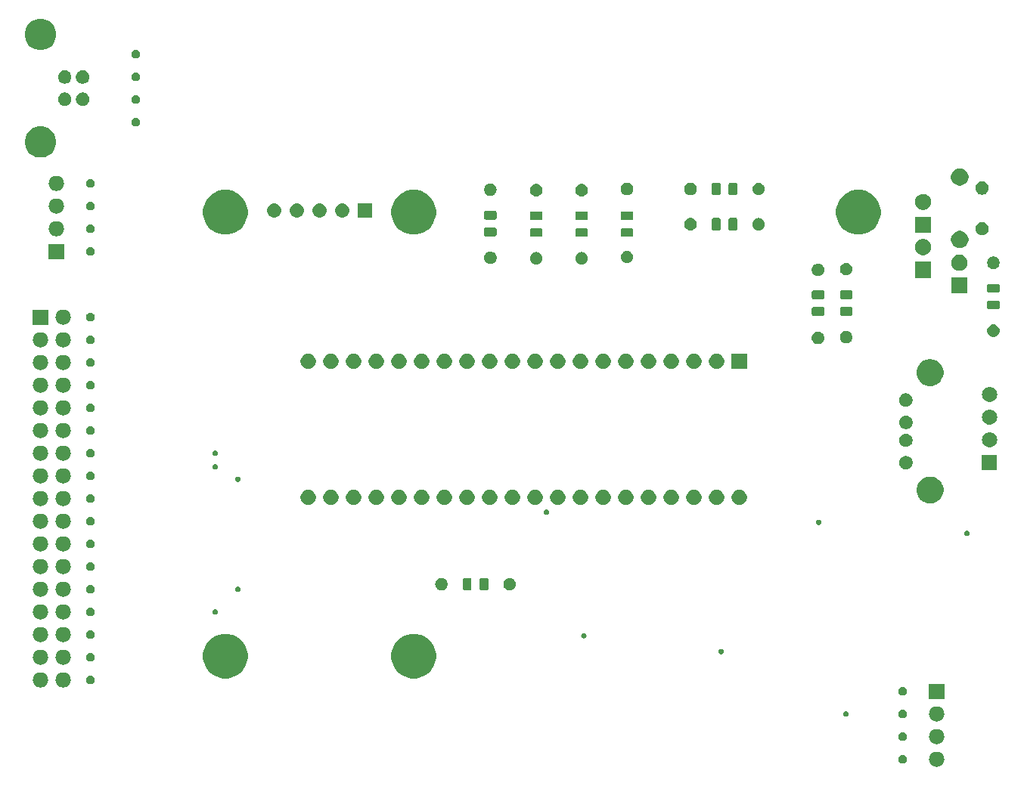
<source format=gbr>
G04 #@! TF.GenerationSoftware,KiCad,Pcbnew,(5.1.2)-2*
G04 #@! TF.CreationDate,2020-12-20T14:31:03+00:00*
G04 #@! TF.ProjectId,Greaseweazle F1 Gotek (+ USB B),47726561-7365-4776-9561-7a6c65204631,1*
G04 #@! TF.SameCoordinates,PX6312cb0PY6bcb370*
G04 #@! TF.FileFunction,Soldermask,Top*
G04 #@! TF.FilePolarity,Negative*
%FSLAX46Y46*%
G04 Gerber Fmt 4.6, Leading zero omitted, Abs format (unit mm)*
G04 Created by KiCad (PCBNEW (5.1.2)-2) date 2020-12-20 14:31:03*
%MOMM*%
%LPD*%
G04 APERTURE LIST*
%ADD10C,0.100000*%
G04 APERTURE END LIST*
D10*
G36*
X94400627Y-8052299D02*
G01*
X94480742Y-8076601D01*
X94560855Y-8100903D01*
X94560857Y-8100904D01*
X94708518Y-8179831D01*
X94837949Y-8286051D01*
X94944169Y-8415482D01*
X95023096Y-8563143D01*
X95023097Y-8563145D01*
X95047398Y-8643258D01*
X95071701Y-8723373D01*
X95088112Y-8890000D01*
X95071701Y-9056627D01*
X95047399Y-9136742D01*
X95025562Y-9208730D01*
X95023096Y-9216857D01*
X94944169Y-9364518D01*
X94837949Y-9493949D01*
X94708518Y-9600169D01*
X94560857Y-9679096D01*
X94560855Y-9679097D01*
X94480742Y-9703399D01*
X94400627Y-9727701D01*
X94275752Y-9740000D01*
X94192248Y-9740000D01*
X94067373Y-9727701D01*
X93987258Y-9703399D01*
X93907145Y-9679097D01*
X93907143Y-9679096D01*
X93759482Y-9600169D01*
X93630051Y-9493949D01*
X93523831Y-9364518D01*
X93444904Y-9216857D01*
X93442439Y-9208730D01*
X93420601Y-9136742D01*
X93396299Y-9056627D01*
X93379888Y-8890000D01*
X93396299Y-8723373D01*
X93420602Y-8643258D01*
X93444903Y-8563145D01*
X93444904Y-8563143D01*
X93523831Y-8415482D01*
X93630051Y-8286051D01*
X93759482Y-8179831D01*
X93907143Y-8100904D01*
X93907145Y-8100903D01*
X93987258Y-8076601D01*
X94067373Y-8052299D01*
X94192248Y-8040000D01*
X94275752Y-8040000D01*
X94400627Y-8052299D01*
X94400627Y-8052299D01*
G37*
G36*
X90569843Y-8409214D02*
G01*
X90584975Y-8415482D01*
X90660839Y-8446906D01*
X90702063Y-8474451D01*
X90742730Y-8501624D01*
X90812376Y-8571270D01*
X90867095Y-8653163D01*
X90904786Y-8744157D01*
X90924000Y-8840753D01*
X90924000Y-8939247D01*
X90904786Y-9035843D01*
X90904785Y-9035845D01*
X90867094Y-9126839D01*
X90812375Y-9208731D01*
X90742731Y-9278375D01*
X90660839Y-9333094D01*
X90660838Y-9333095D01*
X90660837Y-9333095D01*
X90569843Y-9370786D01*
X90473247Y-9390000D01*
X90374753Y-9390000D01*
X90278157Y-9370786D01*
X90187163Y-9333095D01*
X90187162Y-9333095D01*
X90187161Y-9333094D01*
X90105269Y-9278375D01*
X90035625Y-9208731D01*
X89980906Y-9126839D01*
X89943215Y-9035845D01*
X89943214Y-9035843D01*
X89924000Y-8939247D01*
X89924000Y-8840753D01*
X89943214Y-8744157D01*
X89980905Y-8653163D01*
X90035624Y-8571270D01*
X90105270Y-8501624D01*
X90145937Y-8474451D01*
X90187161Y-8446906D01*
X90263025Y-8415482D01*
X90278157Y-8409214D01*
X90374753Y-8390000D01*
X90473247Y-8390000D01*
X90569843Y-8409214D01*
X90569843Y-8409214D01*
G37*
G36*
X94400627Y-5512299D02*
G01*
X94480742Y-5536602D01*
X94560855Y-5560903D01*
X94560857Y-5560904D01*
X94708518Y-5639831D01*
X94837949Y-5746051D01*
X94944169Y-5875482D01*
X95023096Y-6023143D01*
X95023097Y-6023145D01*
X95047399Y-6103258D01*
X95071701Y-6183373D01*
X95088112Y-6350000D01*
X95071701Y-6516627D01*
X95047398Y-6596742D01*
X95025562Y-6668730D01*
X95023096Y-6676857D01*
X94944169Y-6824518D01*
X94837949Y-6953949D01*
X94708518Y-7060169D01*
X94560857Y-7139096D01*
X94560855Y-7139097D01*
X94480742Y-7163398D01*
X94400627Y-7187701D01*
X94275752Y-7200000D01*
X94192248Y-7200000D01*
X94067373Y-7187701D01*
X93987258Y-7163398D01*
X93907145Y-7139097D01*
X93907143Y-7139096D01*
X93759482Y-7060169D01*
X93630051Y-6953949D01*
X93523831Y-6824518D01*
X93444904Y-6676857D01*
X93442439Y-6668730D01*
X93420602Y-6596742D01*
X93396299Y-6516627D01*
X93379888Y-6350000D01*
X93396299Y-6183373D01*
X93420601Y-6103258D01*
X93444903Y-6023145D01*
X93444904Y-6023143D01*
X93523831Y-5875482D01*
X93630051Y-5746051D01*
X93759482Y-5639831D01*
X93907143Y-5560904D01*
X93907145Y-5560903D01*
X93987258Y-5536602D01*
X94067373Y-5512299D01*
X94192248Y-5500000D01*
X94275752Y-5500000D01*
X94400627Y-5512299D01*
X94400627Y-5512299D01*
G37*
G36*
X90569843Y-5869214D02*
G01*
X90584975Y-5875482D01*
X90660839Y-5906906D01*
X90702063Y-5934451D01*
X90742730Y-5961624D01*
X90812376Y-6031270D01*
X90867095Y-6113163D01*
X90904786Y-6204157D01*
X90924000Y-6300753D01*
X90924000Y-6399247D01*
X90904786Y-6495843D01*
X90904785Y-6495845D01*
X90867094Y-6586839D01*
X90812375Y-6668731D01*
X90742731Y-6738375D01*
X90660839Y-6793094D01*
X90660838Y-6793095D01*
X90660837Y-6793095D01*
X90569843Y-6830786D01*
X90473247Y-6850000D01*
X90374753Y-6850000D01*
X90278157Y-6830786D01*
X90187163Y-6793095D01*
X90187162Y-6793095D01*
X90187161Y-6793094D01*
X90105269Y-6738375D01*
X90035625Y-6668731D01*
X89980906Y-6586839D01*
X89943215Y-6495845D01*
X89943214Y-6495843D01*
X89924000Y-6399247D01*
X89924000Y-6300753D01*
X89943214Y-6204157D01*
X89980905Y-6113163D01*
X90035624Y-6031270D01*
X90105270Y-5961624D01*
X90145937Y-5934451D01*
X90187161Y-5906906D01*
X90263025Y-5875482D01*
X90278157Y-5869214D01*
X90374753Y-5850000D01*
X90473247Y-5850000D01*
X90569843Y-5869214D01*
X90569843Y-5869214D01*
G37*
G36*
X94400627Y-2972299D02*
G01*
X94480742Y-2996601D01*
X94560855Y-3020903D01*
X94560857Y-3020904D01*
X94708518Y-3099831D01*
X94837949Y-3206051D01*
X94944169Y-3335482D01*
X95023096Y-3483143D01*
X95023097Y-3483145D01*
X95041601Y-3544147D01*
X95071701Y-3643373D01*
X95088112Y-3810000D01*
X95071701Y-3976627D01*
X95047398Y-4056742D01*
X95025562Y-4128730D01*
X95023096Y-4136857D01*
X94944169Y-4284518D01*
X94837949Y-4413949D01*
X94708518Y-4520169D01*
X94560857Y-4599096D01*
X94560855Y-4599097D01*
X94480742Y-4623398D01*
X94400627Y-4647701D01*
X94275752Y-4660000D01*
X94192248Y-4660000D01*
X94067373Y-4647701D01*
X93987258Y-4623398D01*
X93907145Y-4599097D01*
X93907143Y-4599096D01*
X93759482Y-4520169D01*
X93630051Y-4413949D01*
X93523831Y-4284518D01*
X93444904Y-4136857D01*
X93442439Y-4128730D01*
X93420602Y-4056742D01*
X93396299Y-3976627D01*
X93379888Y-3810000D01*
X93396299Y-3643373D01*
X93426399Y-3544147D01*
X93444903Y-3483145D01*
X93444904Y-3483143D01*
X93523831Y-3335482D01*
X93630051Y-3206051D01*
X93759482Y-3099831D01*
X93907143Y-3020904D01*
X93907145Y-3020903D01*
X93987258Y-2996602D01*
X94067373Y-2972299D01*
X94192248Y-2960000D01*
X94275752Y-2960000D01*
X94400627Y-2972299D01*
X94400627Y-2972299D01*
G37*
G36*
X90569843Y-3329214D02*
G01*
X90584975Y-3335482D01*
X90660839Y-3366906D01*
X90702063Y-3394451D01*
X90742730Y-3421624D01*
X90812376Y-3491270D01*
X90867095Y-3573163D01*
X90904786Y-3664157D01*
X90924000Y-3760753D01*
X90924000Y-3859247D01*
X90904786Y-3955843D01*
X90904785Y-3955845D01*
X90867094Y-4046839D01*
X90812375Y-4128731D01*
X90742731Y-4198375D01*
X90660839Y-4253094D01*
X90660838Y-4253095D01*
X90660837Y-4253095D01*
X90569843Y-4290786D01*
X90473247Y-4310000D01*
X90374753Y-4310000D01*
X90278157Y-4290786D01*
X90187163Y-4253095D01*
X90187162Y-4253095D01*
X90187161Y-4253094D01*
X90105269Y-4198375D01*
X90035625Y-4128731D01*
X89980906Y-4046839D01*
X89943215Y-3955845D01*
X89943214Y-3955843D01*
X89924000Y-3859247D01*
X89924000Y-3760753D01*
X89943214Y-3664157D01*
X89980905Y-3573163D01*
X90035624Y-3491270D01*
X90105270Y-3421624D01*
X90145937Y-3394451D01*
X90187161Y-3366906D01*
X90263025Y-3335482D01*
X90278157Y-3329214D01*
X90374753Y-3310000D01*
X90473247Y-3310000D01*
X90569843Y-3329214D01*
X90569843Y-3329214D01*
G37*
G36*
X84161507Y-3521532D02*
G01*
X84216103Y-3544147D01*
X84265239Y-3576978D01*
X84307026Y-3618765D01*
X84339857Y-3667901D01*
X84362472Y-3722497D01*
X84374000Y-3780457D01*
X84374000Y-3839551D01*
X84362472Y-3897511D01*
X84339857Y-3952107D01*
X84307026Y-4001243D01*
X84265239Y-4043030D01*
X84216103Y-4075861D01*
X84161507Y-4098476D01*
X84103547Y-4110004D01*
X84044453Y-4110004D01*
X83986493Y-4098476D01*
X83931897Y-4075861D01*
X83882761Y-4043030D01*
X83840974Y-4001243D01*
X83808143Y-3952107D01*
X83785528Y-3897511D01*
X83774000Y-3839551D01*
X83774000Y-3780457D01*
X83785528Y-3722497D01*
X83808143Y-3667901D01*
X83840974Y-3618765D01*
X83882761Y-3576978D01*
X83931897Y-3544147D01*
X83986493Y-3521532D01*
X84044453Y-3510004D01*
X84103547Y-3510004D01*
X84161507Y-3521532D01*
X84161507Y-3521532D01*
G37*
G36*
X95084000Y-2120000D02*
G01*
X93384000Y-2120000D01*
X93384000Y-420000D01*
X95084000Y-420000D01*
X95084000Y-2120000D01*
X95084000Y-2120000D01*
G37*
G36*
X90569843Y-789214D02*
G01*
X90569846Y-789215D01*
X90569845Y-789215D01*
X90660839Y-826906D01*
X90695401Y-850000D01*
X90742730Y-881624D01*
X90812376Y-951270D01*
X90867095Y-1033163D01*
X90904786Y-1124157D01*
X90924000Y-1220753D01*
X90924000Y-1319247D01*
X90904786Y-1415843D01*
X90904785Y-1415845D01*
X90867094Y-1506839D01*
X90812375Y-1588731D01*
X90742731Y-1658375D01*
X90660839Y-1713094D01*
X90660838Y-1713095D01*
X90660837Y-1713095D01*
X90569843Y-1750786D01*
X90473247Y-1770000D01*
X90374753Y-1770000D01*
X90278157Y-1750786D01*
X90187163Y-1713095D01*
X90187162Y-1713095D01*
X90187161Y-1713094D01*
X90105269Y-1658375D01*
X90035625Y-1588731D01*
X89980906Y-1506839D01*
X89943215Y-1415845D01*
X89943214Y-1415843D01*
X89924000Y-1319247D01*
X89924000Y-1220753D01*
X89943214Y-1124157D01*
X89980905Y-1033163D01*
X90035624Y-951270D01*
X90105270Y-881624D01*
X90152599Y-850000D01*
X90187161Y-826906D01*
X90278155Y-789215D01*
X90278154Y-789215D01*
X90278157Y-789214D01*
X90374753Y-770000D01*
X90473247Y-770000D01*
X90569843Y-789214D01*
X90569843Y-789214D01*
G37*
G36*
X-3389373Y837701D02*
G01*
X-3309258Y813399D01*
X-3229145Y789097D01*
X-3229143Y789096D01*
X-3081482Y710169D01*
X-2952051Y603949D01*
X-2845831Y474518D01*
X-2766904Y326857D01*
X-2766903Y326855D01*
X-2747556Y263074D01*
X-2718299Y166627D01*
X-2701888Y0D01*
X-2718299Y-166627D01*
X-2742601Y-246742D01*
X-2764438Y-318730D01*
X-2766904Y-326857D01*
X-2845831Y-474518D01*
X-2952051Y-603949D01*
X-3081482Y-710169D01*
X-3193417Y-770000D01*
X-3229145Y-789097D01*
X-3309258Y-813398D01*
X-3389373Y-837701D01*
X-3514248Y-850000D01*
X-3597752Y-850000D01*
X-3722627Y-837701D01*
X-3802742Y-813398D01*
X-3882855Y-789097D01*
X-3918583Y-770000D01*
X-4030518Y-710169D01*
X-4159949Y-603949D01*
X-4266169Y-474518D01*
X-4345096Y-326857D01*
X-4347561Y-318730D01*
X-4369399Y-246742D01*
X-4393701Y-166627D01*
X-4410112Y0D01*
X-4393701Y166627D01*
X-4364444Y263074D01*
X-4345097Y326855D01*
X-4345096Y326857D01*
X-4266169Y474518D01*
X-4159949Y603949D01*
X-4030518Y710169D01*
X-3882857Y789096D01*
X-3882855Y789097D01*
X-3802742Y813399D01*
X-3722627Y837701D01*
X-3597752Y850000D01*
X-3514248Y850000D01*
X-3389373Y837701D01*
X-3389373Y837701D01*
G37*
G36*
X-5929373Y837701D02*
G01*
X-5849258Y813399D01*
X-5769145Y789097D01*
X-5769143Y789096D01*
X-5621482Y710169D01*
X-5492051Y603949D01*
X-5385831Y474518D01*
X-5306904Y326857D01*
X-5306903Y326855D01*
X-5287556Y263074D01*
X-5258299Y166627D01*
X-5241888Y0D01*
X-5258299Y-166627D01*
X-5282601Y-246742D01*
X-5304438Y-318730D01*
X-5306904Y-326857D01*
X-5385831Y-474518D01*
X-5492051Y-603949D01*
X-5621482Y-710169D01*
X-5733417Y-770000D01*
X-5769145Y-789097D01*
X-5849258Y-813398D01*
X-5929373Y-837701D01*
X-6054248Y-850000D01*
X-6137752Y-850000D01*
X-6262627Y-837701D01*
X-6342742Y-813398D01*
X-6422855Y-789097D01*
X-6458583Y-770000D01*
X-6570518Y-710169D01*
X-6699949Y-603949D01*
X-6806169Y-474518D01*
X-6885096Y-326857D01*
X-6887561Y-318730D01*
X-6909399Y-246742D01*
X-6933701Y-166627D01*
X-6950112Y0D01*
X-6933701Y166627D01*
X-6904444Y263074D01*
X-6885097Y326855D01*
X-6885096Y326857D01*
X-6806169Y474518D01*
X-6699949Y603949D01*
X-6570518Y710169D01*
X-6422857Y789096D01*
X-6422855Y789097D01*
X-6342742Y813399D01*
X-6262627Y837701D01*
X-6137752Y850000D01*
X-6054248Y850000D01*
X-5929373Y837701D01*
X-5929373Y837701D01*
G37*
G36*
X-362157Y480786D02*
G01*
X-291522Y451528D01*
X-271161Y443094D01*
X-229937Y415549D01*
X-189270Y388376D01*
X-119624Y318730D01*
X-64905Y236837D01*
X-27214Y145843D01*
X-8000Y49247D01*
X-8000Y-49247D01*
X-27214Y-145843D01*
X-27215Y-145845D01*
X-64906Y-236839D01*
X-119625Y-318731D01*
X-189269Y-388375D01*
X-271161Y-443094D01*
X-271162Y-443095D01*
X-271163Y-443095D01*
X-362157Y-480786D01*
X-458753Y-500000D01*
X-557247Y-500000D01*
X-653843Y-480786D01*
X-744837Y-443095D01*
X-744838Y-443095D01*
X-744839Y-443094D01*
X-826731Y-388375D01*
X-896375Y-318731D01*
X-951094Y-236839D01*
X-988785Y-145845D01*
X-988786Y-145843D01*
X-1008000Y-49247D01*
X-1008000Y49247D01*
X-988786Y145843D01*
X-951095Y236837D01*
X-896376Y318730D01*
X-826730Y388376D01*
X-786063Y415549D01*
X-744839Y443094D01*
X-724478Y451528D01*
X-653843Y480786D01*
X-557247Y500000D01*
X-458753Y500000D01*
X-362157Y480786D01*
X-362157Y480786D01*
G37*
G36*
X36416222Y5070927D02*
G01*
X36746418Y4934155D01*
X36871194Y4882471D01*
X36896603Y4865493D01*
X37280656Y4608877D01*
X37628877Y4260656D01*
X37902472Y3851192D01*
X38090927Y3396222D01*
X38187000Y2913230D01*
X38187000Y2420770D01*
X38090927Y1937778D01*
X37902472Y1482808D01*
X37628877Y1073344D01*
X37280656Y725123D01*
X37258274Y710168D01*
X36871194Y451529D01*
X36871193Y451528D01*
X36871192Y451528D01*
X36416222Y263073D01*
X35933230Y167000D01*
X35440770Y167000D01*
X34957778Y263073D01*
X34502808Y451528D01*
X34502807Y451528D01*
X34502806Y451529D01*
X34115726Y710168D01*
X34093344Y725123D01*
X33745123Y1073344D01*
X33471528Y1482808D01*
X33283073Y1937778D01*
X33187000Y2420770D01*
X33187000Y2913230D01*
X33283073Y3396222D01*
X33471528Y3851192D01*
X33745123Y4260656D01*
X34093344Y4608877D01*
X34477397Y4865493D01*
X34502806Y4882471D01*
X34627582Y4934155D01*
X34957778Y5070927D01*
X35440770Y5167000D01*
X35933230Y5167000D01*
X36416222Y5070927D01*
X36416222Y5070927D01*
G37*
G36*
X15334222Y5070927D02*
G01*
X15664418Y4934155D01*
X15789194Y4882471D01*
X15814603Y4865493D01*
X16198656Y4608877D01*
X16546877Y4260656D01*
X16820472Y3851192D01*
X17008927Y3396222D01*
X17105000Y2913230D01*
X17105000Y2420770D01*
X17008927Y1937778D01*
X16820472Y1482808D01*
X16546877Y1073344D01*
X16198656Y725123D01*
X16176274Y710168D01*
X15789194Y451529D01*
X15789193Y451528D01*
X15789192Y451528D01*
X15334222Y263073D01*
X14851230Y167000D01*
X14358770Y167000D01*
X13875778Y263073D01*
X13420808Y451528D01*
X13420807Y451528D01*
X13420806Y451529D01*
X13033726Y710168D01*
X13011344Y725123D01*
X12663123Y1073344D01*
X12389528Y1482808D01*
X12201073Y1937778D01*
X12105000Y2420770D01*
X12105000Y2913230D01*
X12201073Y3396222D01*
X12389528Y3851192D01*
X12663123Y4260656D01*
X13011344Y4608877D01*
X13395397Y4865493D01*
X13420806Y4882471D01*
X13545582Y4934155D01*
X13875778Y5070927D01*
X14358770Y5167000D01*
X14851230Y5167000D01*
X15334222Y5070927D01*
X15334222Y5070927D01*
G37*
G36*
X-5929373Y3377701D02*
G01*
X-5849258Y3353398D01*
X-5769145Y3329097D01*
X-5769143Y3329096D01*
X-5621482Y3250169D01*
X-5492051Y3143949D01*
X-5385831Y3014518D01*
X-5331691Y2913230D01*
X-5306903Y2866855D01*
X-5282602Y2786742D01*
X-5258299Y2706627D01*
X-5241888Y2540000D01*
X-5258299Y2373373D01*
X-5282601Y2293258D01*
X-5304438Y2221270D01*
X-5306904Y2213143D01*
X-5385831Y2065482D01*
X-5492051Y1936051D01*
X-5621482Y1829831D01*
X-5769143Y1750904D01*
X-5769145Y1750903D01*
X-5849258Y1726602D01*
X-5929373Y1702299D01*
X-6054248Y1690000D01*
X-6137752Y1690000D01*
X-6262627Y1702299D01*
X-6342742Y1726602D01*
X-6422855Y1750903D01*
X-6422857Y1750904D01*
X-6570518Y1829831D01*
X-6699949Y1936051D01*
X-6806169Y2065482D01*
X-6885096Y2213143D01*
X-6887561Y2221270D01*
X-6909398Y2293258D01*
X-6933701Y2373373D01*
X-6950112Y2540000D01*
X-6933701Y2706627D01*
X-6909399Y2786742D01*
X-6885097Y2866855D01*
X-6860309Y2913230D01*
X-6806169Y3014518D01*
X-6699949Y3143949D01*
X-6570518Y3250169D01*
X-6422857Y3329096D01*
X-6422855Y3329097D01*
X-6342742Y3353398D01*
X-6262627Y3377701D01*
X-6137752Y3390000D01*
X-6054248Y3390000D01*
X-5929373Y3377701D01*
X-5929373Y3377701D01*
G37*
G36*
X-3389373Y3377701D02*
G01*
X-3309258Y3353398D01*
X-3229145Y3329097D01*
X-3229143Y3329096D01*
X-3081482Y3250169D01*
X-2952051Y3143949D01*
X-2845831Y3014518D01*
X-2791691Y2913230D01*
X-2766903Y2866855D01*
X-2742601Y2786742D01*
X-2718299Y2706627D01*
X-2701888Y2540000D01*
X-2718299Y2373373D01*
X-2742601Y2293258D01*
X-2764438Y2221270D01*
X-2766904Y2213143D01*
X-2845831Y2065482D01*
X-2952051Y1936051D01*
X-3081482Y1829831D01*
X-3229143Y1750904D01*
X-3229145Y1750903D01*
X-3309258Y1726602D01*
X-3389373Y1702299D01*
X-3514248Y1690000D01*
X-3597752Y1690000D01*
X-3722627Y1702299D01*
X-3802742Y1726602D01*
X-3882855Y1750903D01*
X-3882857Y1750904D01*
X-4030518Y1829831D01*
X-4159949Y1936051D01*
X-4266169Y2065482D01*
X-4345096Y2213143D01*
X-4347561Y2221270D01*
X-4369398Y2293258D01*
X-4393701Y2373373D01*
X-4410112Y2540000D01*
X-4393701Y2706627D01*
X-4369399Y2786742D01*
X-4345097Y2866855D01*
X-4320309Y2913230D01*
X-4266169Y3014518D01*
X-4159949Y3143949D01*
X-4030518Y3250169D01*
X-3882857Y3329096D01*
X-3882855Y3329097D01*
X-3802742Y3353398D01*
X-3722627Y3377701D01*
X-3597752Y3390000D01*
X-3514248Y3390000D01*
X-3389373Y3377701D01*
X-3389373Y3377701D01*
G37*
G36*
X-362157Y3020786D02*
G01*
X-271163Y2983095D01*
X-271161Y2983094D01*
X-229937Y2955549D01*
X-189270Y2928376D01*
X-119624Y2858730D01*
X-64905Y2776837D01*
X-27214Y2685843D01*
X-8000Y2589247D01*
X-8000Y2490753D01*
X-27214Y2394157D01*
X-27215Y2394155D01*
X-64906Y2303161D01*
X-119625Y2221269D01*
X-189269Y2151625D01*
X-271161Y2096906D01*
X-271162Y2096905D01*
X-271163Y2096905D01*
X-362157Y2059214D01*
X-458753Y2040000D01*
X-557247Y2040000D01*
X-653843Y2059214D01*
X-744837Y2096905D01*
X-744838Y2096905D01*
X-744839Y2096906D01*
X-826731Y2151625D01*
X-896375Y2221269D01*
X-951094Y2303161D01*
X-988785Y2394155D01*
X-988786Y2394157D01*
X-1008000Y2490753D01*
X-1008000Y2589247D01*
X-988786Y2685843D01*
X-951095Y2776837D01*
X-896376Y2858730D01*
X-826730Y2928376D01*
X-786063Y2955549D01*
X-744839Y2983094D01*
X-744837Y2983095D01*
X-653843Y3020786D01*
X-557247Y3040000D01*
X-458753Y3040000D01*
X-362157Y3020786D01*
X-362157Y3020786D01*
G37*
G36*
X70191501Y3463466D02*
G01*
X70246097Y3440851D01*
X70295233Y3408020D01*
X70337020Y3366233D01*
X70369851Y3317097D01*
X70392466Y3262501D01*
X70403994Y3204541D01*
X70403994Y3145447D01*
X70392466Y3087487D01*
X70369851Y3032891D01*
X70337020Y2983755D01*
X70295233Y2941968D01*
X70246097Y2909137D01*
X70191501Y2886522D01*
X70133541Y2874994D01*
X70074447Y2874994D01*
X70016487Y2886522D01*
X69961891Y2909137D01*
X69912755Y2941968D01*
X69870968Y2983755D01*
X69838137Y3032891D01*
X69815522Y3087487D01*
X69803994Y3145447D01*
X69803994Y3204541D01*
X69815522Y3262501D01*
X69838137Y3317097D01*
X69870968Y3366233D01*
X69912755Y3408020D01*
X69961891Y3440851D01*
X70016487Y3463466D01*
X70074447Y3474994D01*
X70133541Y3474994D01*
X70191501Y3463466D01*
X70191501Y3463466D01*
G37*
G36*
X-3389373Y5917701D02*
G01*
X-3309258Y5893399D01*
X-3229145Y5869097D01*
X-3229143Y5869096D01*
X-3081482Y5790169D01*
X-2952051Y5683949D01*
X-2845831Y5554518D01*
X-2766904Y5406857D01*
X-2766903Y5406855D01*
X-2742602Y5326742D01*
X-2718299Y5246627D01*
X-2701888Y5080000D01*
X-2718299Y4913373D01*
X-2742602Y4833258D01*
X-2764438Y4761270D01*
X-2766904Y4753143D01*
X-2845831Y4605482D01*
X-2952051Y4476051D01*
X-3081482Y4369831D01*
X-3229143Y4290904D01*
X-3229145Y4290903D01*
X-3309258Y4266601D01*
X-3389373Y4242299D01*
X-3514248Y4230000D01*
X-3597752Y4230000D01*
X-3722627Y4242299D01*
X-3802742Y4266601D01*
X-3882855Y4290903D01*
X-3882857Y4290904D01*
X-4030518Y4369831D01*
X-4159949Y4476051D01*
X-4266169Y4605482D01*
X-4345096Y4753143D01*
X-4347561Y4761270D01*
X-4369398Y4833258D01*
X-4393701Y4913373D01*
X-4410112Y5080000D01*
X-4393701Y5246627D01*
X-4369398Y5326742D01*
X-4345097Y5406855D01*
X-4345096Y5406857D01*
X-4266169Y5554518D01*
X-4159949Y5683949D01*
X-4030518Y5790169D01*
X-3882857Y5869096D01*
X-3882855Y5869097D01*
X-3802742Y5893399D01*
X-3722627Y5917701D01*
X-3597752Y5930000D01*
X-3514248Y5930000D01*
X-3389373Y5917701D01*
X-3389373Y5917701D01*
G37*
G36*
X-5929373Y5917701D02*
G01*
X-5849258Y5893399D01*
X-5769145Y5869097D01*
X-5769143Y5869096D01*
X-5621482Y5790169D01*
X-5492051Y5683949D01*
X-5385831Y5554518D01*
X-5306904Y5406857D01*
X-5306903Y5406855D01*
X-5282602Y5326742D01*
X-5258299Y5246627D01*
X-5241888Y5080000D01*
X-5258299Y4913373D01*
X-5282602Y4833258D01*
X-5304438Y4761270D01*
X-5306904Y4753143D01*
X-5385831Y4605482D01*
X-5492051Y4476051D01*
X-5621482Y4369831D01*
X-5769143Y4290904D01*
X-5769145Y4290903D01*
X-5849258Y4266601D01*
X-5929373Y4242299D01*
X-6054248Y4230000D01*
X-6137752Y4230000D01*
X-6262627Y4242299D01*
X-6342742Y4266601D01*
X-6422855Y4290903D01*
X-6422857Y4290904D01*
X-6570518Y4369831D01*
X-6699949Y4476051D01*
X-6806169Y4605482D01*
X-6885096Y4753143D01*
X-6887561Y4761270D01*
X-6909398Y4833258D01*
X-6933701Y4913373D01*
X-6950112Y5080000D01*
X-6933701Y5246627D01*
X-6909398Y5326742D01*
X-6885097Y5406855D01*
X-6885096Y5406857D01*
X-6806169Y5554518D01*
X-6699949Y5683949D01*
X-6570518Y5790169D01*
X-6422857Y5869096D01*
X-6422855Y5869097D01*
X-6342742Y5893399D01*
X-6262627Y5917701D01*
X-6137752Y5930000D01*
X-6054248Y5930000D01*
X-5929373Y5917701D01*
X-5929373Y5917701D01*
G37*
G36*
X-362157Y5560786D02*
G01*
X-347025Y5554518D01*
X-271161Y5523094D01*
X-229937Y5495549D01*
X-189270Y5468376D01*
X-119624Y5398730D01*
X-64905Y5316837D01*
X-27214Y5225843D01*
X-8000Y5129247D01*
X-8000Y5030753D01*
X-27214Y4934157D01*
X-64905Y4843163D01*
X-119624Y4761270D01*
X-189270Y4691624D01*
X-229821Y4664529D01*
X-271161Y4636906D01*
X-271162Y4636905D01*
X-271163Y4636905D01*
X-362157Y4599214D01*
X-458753Y4580000D01*
X-557247Y4580000D01*
X-653843Y4599214D01*
X-744837Y4636905D01*
X-744838Y4636905D01*
X-744839Y4636906D01*
X-786179Y4664529D01*
X-826730Y4691624D01*
X-896376Y4761270D01*
X-951095Y4843163D01*
X-988786Y4934157D01*
X-1008000Y5030753D01*
X-1008000Y5129247D01*
X-988786Y5225843D01*
X-951095Y5316837D01*
X-896376Y5398730D01*
X-826730Y5468376D01*
X-786063Y5495549D01*
X-744839Y5523094D01*
X-668975Y5554518D01*
X-653843Y5560786D01*
X-557247Y5580000D01*
X-458753Y5580000D01*
X-362157Y5560786D01*
X-362157Y5560786D01*
G37*
G36*
X54824511Y5241472D02*
G01*
X54879107Y5218857D01*
X54928243Y5186026D01*
X54970030Y5144239D01*
X55002861Y5095103D01*
X55025476Y5040507D01*
X55037004Y4982547D01*
X55037004Y4923453D01*
X55025476Y4865493D01*
X55002861Y4810897D01*
X54970030Y4761761D01*
X54928243Y4719974D01*
X54879107Y4687143D01*
X54824511Y4664528D01*
X54766551Y4653000D01*
X54707457Y4653000D01*
X54649497Y4664528D01*
X54594901Y4687143D01*
X54545765Y4719974D01*
X54503978Y4761761D01*
X54471147Y4810897D01*
X54448532Y4865493D01*
X54437004Y4923453D01*
X54437004Y4982547D01*
X54448532Y5040507D01*
X54471147Y5095103D01*
X54503978Y5144239D01*
X54545765Y5186026D01*
X54594901Y5218857D01*
X54649497Y5241472D01*
X54707457Y5253000D01*
X54766551Y5253000D01*
X54824511Y5241472D01*
X54824511Y5241472D01*
G37*
G36*
X-3389373Y8457701D02*
G01*
X-3309258Y8433398D01*
X-3229145Y8409097D01*
X-3229143Y8409096D01*
X-3081482Y8330169D01*
X-2952051Y8223949D01*
X-2845831Y8094518D01*
X-2766904Y7946857D01*
X-2766903Y7946855D01*
X-2758757Y7920000D01*
X-2718299Y7786627D01*
X-2701888Y7620000D01*
X-2718299Y7453373D01*
X-2742601Y7373258D01*
X-2764438Y7301270D01*
X-2766904Y7293143D01*
X-2845831Y7145482D01*
X-2952051Y7016051D01*
X-3081482Y6909831D01*
X-3229143Y6830904D01*
X-3229145Y6830903D01*
X-3309258Y6806601D01*
X-3389373Y6782299D01*
X-3514248Y6770000D01*
X-3597752Y6770000D01*
X-3722627Y6782299D01*
X-3802742Y6806601D01*
X-3882855Y6830903D01*
X-3882857Y6830904D01*
X-4030518Y6909831D01*
X-4159949Y7016051D01*
X-4266169Y7145482D01*
X-4345096Y7293143D01*
X-4347561Y7301270D01*
X-4369399Y7373258D01*
X-4393701Y7453373D01*
X-4410112Y7620000D01*
X-4393701Y7786627D01*
X-4353243Y7920000D01*
X-4345097Y7946855D01*
X-4345096Y7946857D01*
X-4266169Y8094518D01*
X-4159949Y8223949D01*
X-4030518Y8330169D01*
X-3882857Y8409096D01*
X-3882855Y8409097D01*
X-3802742Y8433398D01*
X-3722627Y8457701D01*
X-3597752Y8470000D01*
X-3514248Y8470000D01*
X-3389373Y8457701D01*
X-3389373Y8457701D01*
G37*
G36*
X-5929373Y8457701D02*
G01*
X-5849258Y8433398D01*
X-5769145Y8409097D01*
X-5769143Y8409096D01*
X-5621482Y8330169D01*
X-5492051Y8223949D01*
X-5385831Y8094518D01*
X-5306904Y7946857D01*
X-5306903Y7946855D01*
X-5298757Y7920000D01*
X-5258299Y7786627D01*
X-5241888Y7620000D01*
X-5258299Y7453373D01*
X-5282601Y7373258D01*
X-5304438Y7301270D01*
X-5306904Y7293143D01*
X-5385831Y7145482D01*
X-5492051Y7016051D01*
X-5621482Y6909831D01*
X-5769143Y6830904D01*
X-5769145Y6830903D01*
X-5849258Y6806601D01*
X-5929373Y6782299D01*
X-6054248Y6770000D01*
X-6137752Y6770000D01*
X-6262627Y6782299D01*
X-6342742Y6806601D01*
X-6422855Y6830903D01*
X-6422857Y6830904D01*
X-6570518Y6909831D01*
X-6699949Y7016051D01*
X-6806169Y7145482D01*
X-6885096Y7293143D01*
X-6887561Y7301270D01*
X-6909399Y7373258D01*
X-6933701Y7453373D01*
X-6950112Y7620000D01*
X-6933701Y7786627D01*
X-6893243Y7920000D01*
X-6885097Y7946855D01*
X-6885096Y7946857D01*
X-6806169Y8094518D01*
X-6699949Y8223949D01*
X-6570518Y8330169D01*
X-6422857Y8409096D01*
X-6422855Y8409097D01*
X-6342742Y8433398D01*
X-6262627Y8457701D01*
X-6137752Y8470000D01*
X-6054248Y8470000D01*
X-5929373Y8457701D01*
X-5929373Y8457701D01*
G37*
G36*
X-362157Y8100786D02*
G01*
X-347025Y8094518D01*
X-271161Y8063094D01*
X-229937Y8035549D01*
X-189270Y8008376D01*
X-119624Y7938730D01*
X-64905Y7856837D01*
X-27214Y7765843D01*
X-8000Y7669247D01*
X-8000Y7570753D01*
X-27214Y7474157D01*
X-63327Y7386973D01*
X-64906Y7383161D01*
X-119625Y7301269D01*
X-189269Y7231625D01*
X-271161Y7176906D01*
X-271162Y7176905D01*
X-271163Y7176905D01*
X-362157Y7139214D01*
X-458753Y7120000D01*
X-557247Y7120000D01*
X-653843Y7139214D01*
X-744837Y7176905D01*
X-744838Y7176905D01*
X-744839Y7176906D01*
X-826731Y7231625D01*
X-896375Y7301269D01*
X-951094Y7383161D01*
X-952673Y7386973D01*
X-988786Y7474157D01*
X-1008000Y7570753D01*
X-1008000Y7669247D01*
X-988786Y7765843D01*
X-951095Y7856837D01*
X-896376Y7938730D01*
X-826730Y8008376D01*
X-786063Y8035549D01*
X-744839Y8063094D01*
X-668975Y8094518D01*
X-653843Y8100786D01*
X-557247Y8120000D01*
X-458753Y8120000D01*
X-362157Y8100786D01*
X-362157Y8100786D01*
G37*
G36*
X13549507Y7908472D02*
G01*
X13604103Y7885857D01*
X13653239Y7853026D01*
X13695026Y7811239D01*
X13727857Y7762103D01*
X13750472Y7707507D01*
X13762000Y7649547D01*
X13762000Y7590453D01*
X13750472Y7532493D01*
X13727857Y7477897D01*
X13695026Y7428761D01*
X13653239Y7386974D01*
X13604103Y7354143D01*
X13549507Y7331528D01*
X13491547Y7320000D01*
X13432453Y7320000D01*
X13374493Y7331528D01*
X13319897Y7354143D01*
X13270761Y7386974D01*
X13228974Y7428761D01*
X13196143Y7477897D01*
X13173528Y7532493D01*
X13162000Y7590453D01*
X13162000Y7649547D01*
X13173528Y7707507D01*
X13196143Y7762103D01*
X13228974Y7811239D01*
X13270761Y7853026D01*
X13319897Y7885857D01*
X13374493Y7908472D01*
X13432453Y7920000D01*
X13491547Y7920000D01*
X13549507Y7908472D01*
X13549507Y7908472D01*
G37*
G36*
X-5929373Y10997701D02*
G01*
X-5849258Y10973399D01*
X-5769145Y10949097D01*
X-5769143Y10949096D01*
X-5621482Y10870169D01*
X-5492051Y10763949D01*
X-5385831Y10634518D01*
X-5328531Y10527318D01*
X-5306903Y10486855D01*
X-5298757Y10460000D01*
X-5258299Y10326627D01*
X-5241888Y10160000D01*
X-5258299Y9993373D01*
X-5282601Y9913258D01*
X-5304438Y9841270D01*
X-5306904Y9833143D01*
X-5385831Y9685482D01*
X-5492051Y9556051D01*
X-5621482Y9449831D01*
X-5769143Y9370904D01*
X-5769145Y9370903D01*
X-5849258Y9346601D01*
X-5929373Y9322299D01*
X-6054248Y9310000D01*
X-6137752Y9310000D01*
X-6262627Y9322299D01*
X-6342742Y9346601D01*
X-6422855Y9370903D01*
X-6422857Y9370904D01*
X-6570518Y9449831D01*
X-6699949Y9556051D01*
X-6806169Y9685482D01*
X-6885096Y9833143D01*
X-6887561Y9841270D01*
X-6909399Y9913258D01*
X-6933701Y9993373D01*
X-6950112Y10160000D01*
X-6933701Y10326627D01*
X-6893243Y10460000D01*
X-6885097Y10486855D01*
X-6863469Y10527318D01*
X-6806169Y10634518D01*
X-6699949Y10763949D01*
X-6570518Y10870169D01*
X-6422857Y10949096D01*
X-6422855Y10949097D01*
X-6342742Y10973399D01*
X-6262627Y10997701D01*
X-6137752Y11010000D01*
X-6054248Y11010000D01*
X-5929373Y10997701D01*
X-5929373Y10997701D01*
G37*
G36*
X-3389373Y10997701D02*
G01*
X-3309258Y10973399D01*
X-3229145Y10949097D01*
X-3229143Y10949096D01*
X-3081482Y10870169D01*
X-2952051Y10763949D01*
X-2845831Y10634518D01*
X-2788531Y10527318D01*
X-2766903Y10486855D01*
X-2758757Y10460000D01*
X-2718299Y10326627D01*
X-2701888Y10160000D01*
X-2718299Y9993373D01*
X-2742601Y9913258D01*
X-2764438Y9841270D01*
X-2766904Y9833143D01*
X-2845831Y9685482D01*
X-2952051Y9556051D01*
X-3081482Y9449831D01*
X-3229143Y9370904D01*
X-3229145Y9370903D01*
X-3309258Y9346601D01*
X-3389373Y9322299D01*
X-3514248Y9310000D01*
X-3597752Y9310000D01*
X-3722627Y9322299D01*
X-3802742Y9346601D01*
X-3882855Y9370903D01*
X-3882857Y9370904D01*
X-4030518Y9449831D01*
X-4159949Y9556051D01*
X-4266169Y9685482D01*
X-4345096Y9833143D01*
X-4347561Y9841270D01*
X-4369399Y9913258D01*
X-4393701Y9993373D01*
X-4410112Y10160000D01*
X-4393701Y10326627D01*
X-4353243Y10460000D01*
X-4345097Y10486855D01*
X-4323469Y10527318D01*
X-4266169Y10634518D01*
X-4159949Y10763949D01*
X-4030518Y10870169D01*
X-3882857Y10949096D01*
X-3882855Y10949097D01*
X-3802742Y10973399D01*
X-3722627Y10997701D01*
X-3597752Y11010000D01*
X-3514248Y11010000D01*
X-3389373Y10997701D01*
X-3389373Y10997701D01*
G37*
G36*
X-362157Y10640786D02*
G01*
X-347025Y10634518D01*
X-271161Y10603094D01*
X-189269Y10548375D01*
X-119625Y10478731D01*
X-66969Y10399927D01*
X-64905Y10396837D01*
X-27214Y10305843D01*
X-8000Y10209247D01*
X-8000Y10110753D01*
X-27214Y10014157D01*
X-63327Y9926973D01*
X-64906Y9923161D01*
X-119625Y9841269D01*
X-189269Y9771625D01*
X-271161Y9716906D01*
X-271162Y9716905D01*
X-271163Y9716905D01*
X-362157Y9679214D01*
X-458753Y9660000D01*
X-557247Y9660000D01*
X-653843Y9679214D01*
X-744837Y9716905D01*
X-744838Y9716905D01*
X-744839Y9716906D01*
X-826731Y9771625D01*
X-896375Y9841269D01*
X-951094Y9923161D01*
X-952673Y9926973D01*
X-988786Y10014157D01*
X-1008000Y10110753D01*
X-1008000Y10209247D01*
X-988786Y10305843D01*
X-951095Y10396837D01*
X-949030Y10399927D01*
X-896375Y10478731D01*
X-826731Y10548375D01*
X-744839Y10603094D01*
X-668975Y10634518D01*
X-653843Y10640786D01*
X-557247Y10660000D01*
X-458753Y10660000D01*
X-362157Y10640786D01*
X-362157Y10640786D01*
G37*
G36*
X16089507Y10448472D02*
G01*
X16144103Y10425857D01*
X16193239Y10393026D01*
X16235026Y10351239D01*
X16267857Y10302103D01*
X16290472Y10247507D01*
X16302000Y10189547D01*
X16302000Y10130453D01*
X16290472Y10072493D01*
X16267857Y10017897D01*
X16235026Y9968761D01*
X16193239Y9926974D01*
X16144103Y9894143D01*
X16089507Y9871528D01*
X16031547Y9860000D01*
X15972453Y9860000D01*
X15914493Y9871528D01*
X15859897Y9894143D01*
X15810761Y9926974D01*
X15768974Y9968761D01*
X15736143Y10017897D01*
X15713528Y10072493D01*
X15702000Y10130453D01*
X15702000Y10189547D01*
X15713528Y10247507D01*
X15736143Y10302103D01*
X15768974Y10351239D01*
X15810761Y10393026D01*
X15859897Y10425857D01*
X15914493Y10448472D01*
X15972453Y10460000D01*
X16031547Y10460000D01*
X16089507Y10448472D01*
X16089507Y10448472D01*
G37*
G36*
X43887491Y11427425D02*
G01*
X43921379Y11417145D01*
X43952612Y11400450D01*
X43979986Y11377986D01*
X44002450Y11350612D01*
X44019145Y11319379D01*
X44029425Y11285491D01*
X44033500Y11244112D01*
X44033500Y10218888D01*
X44029425Y10177509D01*
X44019145Y10143621D01*
X44002450Y10112388D01*
X43979986Y10085014D01*
X43952612Y10062550D01*
X43921379Y10045855D01*
X43887491Y10035575D01*
X43846112Y10031500D01*
X43245888Y10031500D01*
X43204509Y10035575D01*
X43170621Y10045855D01*
X43139388Y10062550D01*
X43112014Y10085014D01*
X43089550Y10112388D01*
X43072855Y10143621D01*
X43062575Y10177509D01*
X43058500Y10218888D01*
X43058500Y11244112D01*
X43062575Y11285491D01*
X43072855Y11319379D01*
X43089550Y11350612D01*
X43112014Y11377986D01*
X43139388Y11400450D01*
X43170621Y11417145D01*
X43204509Y11427425D01*
X43245888Y11431500D01*
X43846112Y11431500D01*
X43887491Y11427425D01*
X43887491Y11427425D01*
G37*
G36*
X46622682Y11404600D02*
G01*
X46750073Y11351833D01*
X46750074Y11351832D01*
X46864724Y11275226D01*
X46962226Y11177724D01*
X46962227Y11177722D01*
X47038833Y11063073D01*
X47091600Y10935682D01*
X47118500Y10800445D01*
X47118500Y10662555D01*
X47091600Y10527318D01*
X47038833Y10399927D01*
X47034222Y10393026D01*
X46962226Y10285276D01*
X46864724Y10187774D01*
X46856039Y10181971D01*
X46750073Y10111167D01*
X46622682Y10058400D01*
X46487445Y10031500D01*
X46349555Y10031500D01*
X46214318Y10058400D01*
X46086927Y10111167D01*
X45980961Y10181971D01*
X45972276Y10187774D01*
X45874774Y10285276D01*
X45802778Y10393026D01*
X45798167Y10399927D01*
X45745400Y10527318D01*
X45718500Y10662555D01*
X45718500Y10800445D01*
X45745400Y10935682D01*
X45798167Y11063073D01*
X45874773Y11177722D01*
X45874774Y11177724D01*
X45972276Y11275226D01*
X46086926Y11351832D01*
X46086927Y11351833D01*
X46214318Y11404600D01*
X46349555Y11431500D01*
X46487445Y11431500D01*
X46622682Y11404600D01*
X46622682Y11404600D01*
G37*
G36*
X42012491Y11427425D02*
G01*
X42046379Y11417145D01*
X42077612Y11400450D01*
X42104986Y11377986D01*
X42127450Y11350612D01*
X42144145Y11319379D01*
X42154425Y11285491D01*
X42158500Y11244112D01*
X42158500Y10218888D01*
X42154425Y10177509D01*
X42144145Y10143621D01*
X42127450Y10112388D01*
X42104986Y10085014D01*
X42077612Y10062550D01*
X42046379Y10045855D01*
X42012491Y10035575D01*
X41971112Y10031500D01*
X41370888Y10031500D01*
X41329509Y10035575D01*
X41295621Y10045855D01*
X41264388Y10062550D01*
X41237014Y10085014D01*
X41214550Y10112388D01*
X41197855Y10143621D01*
X41187575Y10177509D01*
X41183500Y10218888D01*
X41183500Y11244112D01*
X41187575Y11285491D01*
X41197855Y11319379D01*
X41214550Y11350612D01*
X41237014Y11377986D01*
X41264388Y11400450D01*
X41295621Y11417145D01*
X41329509Y11427425D01*
X41370888Y11431500D01*
X41971112Y11431500D01*
X42012491Y11427425D01*
X42012491Y11427425D01*
G37*
G36*
X38935724Y11421372D02*
G01*
X39067675Y11381345D01*
X39189281Y11316345D01*
X39295870Y11228870D01*
X39383345Y11122281D01*
X39448345Y11000675D01*
X39488372Y10868724D01*
X39501887Y10731500D01*
X39488372Y10594276D01*
X39448345Y10462325D01*
X39383345Y10340719D01*
X39295870Y10234130D01*
X39189281Y10146655D01*
X39067675Y10081655D01*
X38935724Y10041628D01*
X38832890Y10031500D01*
X38764110Y10031500D01*
X38661276Y10041628D01*
X38529325Y10081655D01*
X38407719Y10146655D01*
X38301130Y10234130D01*
X38213655Y10340719D01*
X38148655Y10462325D01*
X38108628Y10594276D01*
X38095113Y10731500D01*
X38108628Y10868724D01*
X38148655Y11000675D01*
X38213655Y11122281D01*
X38301130Y11228870D01*
X38407719Y11316345D01*
X38529325Y11381345D01*
X38661276Y11421372D01*
X38764110Y11431500D01*
X38832890Y11431500D01*
X38935724Y11421372D01*
X38935724Y11421372D01*
G37*
G36*
X-3389373Y13537701D02*
G01*
X-3309258Y13513398D01*
X-3229145Y13489097D01*
X-3229143Y13489096D01*
X-3081482Y13410169D01*
X-2952051Y13303949D01*
X-2845831Y13174518D01*
X-2766904Y13026857D01*
X-2766903Y13026855D01*
X-2742602Y12946742D01*
X-2718299Y12866627D01*
X-2701888Y12700000D01*
X-2718299Y12533373D01*
X-2742601Y12453258D01*
X-2764438Y12381270D01*
X-2766904Y12373143D01*
X-2845831Y12225482D01*
X-2952051Y12096051D01*
X-3081482Y11989831D01*
X-3229143Y11910904D01*
X-3229145Y11910903D01*
X-3309258Y11886602D01*
X-3389373Y11862299D01*
X-3514248Y11850000D01*
X-3597752Y11850000D01*
X-3722627Y11862299D01*
X-3802742Y11886602D01*
X-3882855Y11910903D01*
X-3882857Y11910904D01*
X-4030518Y11989831D01*
X-4159949Y12096051D01*
X-4266169Y12225482D01*
X-4345096Y12373143D01*
X-4347561Y12381270D01*
X-4369399Y12453258D01*
X-4393701Y12533373D01*
X-4410112Y12700000D01*
X-4393701Y12866627D01*
X-4369398Y12946742D01*
X-4345097Y13026855D01*
X-4345096Y13026857D01*
X-4266169Y13174518D01*
X-4159949Y13303949D01*
X-4030518Y13410169D01*
X-3882857Y13489096D01*
X-3882855Y13489097D01*
X-3802742Y13513398D01*
X-3722627Y13537701D01*
X-3597752Y13550000D01*
X-3514248Y13550000D01*
X-3389373Y13537701D01*
X-3389373Y13537701D01*
G37*
G36*
X-5929373Y13537701D02*
G01*
X-5849258Y13513398D01*
X-5769145Y13489097D01*
X-5769143Y13489096D01*
X-5621482Y13410169D01*
X-5492051Y13303949D01*
X-5385831Y13174518D01*
X-5306904Y13026857D01*
X-5306903Y13026855D01*
X-5282602Y12946742D01*
X-5258299Y12866627D01*
X-5241888Y12700000D01*
X-5258299Y12533373D01*
X-5282601Y12453258D01*
X-5304438Y12381270D01*
X-5306904Y12373143D01*
X-5385831Y12225482D01*
X-5492051Y12096051D01*
X-5621482Y11989831D01*
X-5769143Y11910904D01*
X-5769145Y11910903D01*
X-5849258Y11886602D01*
X-5929373Y11862299D01*
X-6054248Y11850000D01*
X-6137752Y11850000D01*
X-6262627Y11862299D01*
X-6342742Y11886602D01*
X-6422855Y11910903D01*
X-6422857Y11910904D01*
X-6570518Y11989831D01*
X-6699949Y12096051D01*
X-6806169Y12225482D01*
X-6885096Y12373143D01*
X-6887561Y12381270D01*
X-6909399Y12453258D01*
X-6933701Y12533373D01*
X-6950112Y12700000D01*
X-6933701Y12866627D01*
X-6909398Y12946742D01*
X-6885097Y13026855D01*
X-6885096Y13026857D01*
X-6806169Y13174518D01*
X-6699949Y13303949D01*
X-6570518Y13410169D01*
X-6422857Y13489096D01*
X-6422855Y13489097D01*
X-6342742Y13513398D01*
X-6262627Y13537701D01*
X-6137752Y13550000D01*
X-6054248Y13550000D01*
X-5929373Y13537701D01*
X-5929373Y13537701D01*
G37*
G36*
X-362157Y13180786D02*
G01*
X-347025Y13174518D01*
X-271161Y13143094D01*
X-229937Y13115549D01*
X-189270Y13088376D01*
X-119624Y13018730D01*
X-64905Y12936837D01*
X-27214Y12845843D01*
X-8000Y12749247D01*
X-8000Y12650753D01*
X-27214Y12554157D01*
X-27215Y12554155D01*
X-64906Y12463161D01*
X-119625Y12381269D01*
X-189269Y12311625D01*
X-271161Y12256906D01*
X-271162Y12256905D01*
X-271163Y12256905D01*
X-362157Y12219214D01*
X-458753Y12200000D01*
X-557247Y12200000D01*
X-653843Y12219214D01*
X-744837Y12256905D01*
X-744838Y12256905D01*
X-744839Y12256906D01*
X-826731Y12311625D01*
X-896375Y12381269D01*
X-951094Y12463161D01*
X-988785Y12554155D01*
X-988786Y12554157D01*
X-1008000Y12650753D01*
X-1008000Y12749247D01*
X-988786Y12845843D01*
X-951095Y12936837D01*
X-896376Y13018730D01*
X-826730Y13088376D01*
X-786063Y13115549D01*
X-744839Y13143094D01*
X-668975Y13174518D01*
X-653843Y13180786D01*
X-557247Y13200000D01*
X-458753Y13200000D01*
X-362157Y13180786D01*
X-362157Y13180786D01*
G37*
G36*
X-3389373Y16077701D02*
G01*
X-3309258Y16053399D01*
X-3229145Y16029097D01*
X-3229143Y16029096D01*
X-3081482Y15950169D01*
X-2952051Y15843949D01*
X-2845831Y15714518D01*
X-2766904Y15566857D01*
X-2766903Y15566855D01*
X-2742602Y15486742D01*
X-2718299Y15406627D01*
X-2701888Y15240000D01*
X-2718299Y15073373D01*
X-2742601Y14993258D01*
X-2764438Y14921270D01*
X-2766904Y14913143D01*
X-2845831Y14765482D01*
X-2952051Y14636051D01*
X-3081482Y14529831D01*
X-3229143Y14450904D01*
X-3229145Y14450903D01*
X-3309258Y14426602D01*
X-3389373Y14402299D01*
X-3514248Y14390000D01*
X-3597752Y14390000D01*
X-3722627Y14402299D01*
X-3802742Y14426602D01*
X-3882855Y14450903D01*
X-3882857Y14450904D01*
X-4030518Y14529831D01*
X-4159949Y14636051D01*
X-4266169Y14765482D01*
X-4345096Y14913143D01*
X-4347561Y14921270D01*
X-4369399Y14993258D01*
X-4393701Y15073373D01*
X-4410112Y15240000D01*
X-4393701Y15406627D01*
X-4369398Y15486742D01*
X-4345097Y15566855D01*
X-4345096Y15566857D01*
X-4266169Y15714518D01*
X-4159949Y15843949D01*
X-4030518Y15950169D01*
X-3882857Y16029096D01*
X-3882855Y16029097D01*
X-3802742Y16053399D01*
X-3722627Y16077701D01*
X-3597752Y16090000D01*
X-3514248Y16090000D01*
X-3389373Y16077701D01*
X-3389373Y16077701D01*
G37*
G36*
X-5929373Y16077701D02*
G01*
X-5849258Y16053399D01*
X-5769145Y16029097D01*
X-5769143Y16029096D01*
X-5621482Y15950169D01*
X-5492051Y15843949D01*
X-5385831Y15714518D01*
X-5306904Y15566857D01*
X-5306903Y15566855D01*
X-5282602Y15486742D01*
X-5258299Y15406627D01*
X-5241888Y15240000D01*
X-5258299Y15073373D01*
X-5282601Y14993258D01*
X-5304438Y14921270D01*
X-5306904Y14913143D01*
X-5385831Y14765482D01*
X-5492051Y14636051D01*
X-5621482Y14529831D01*
X-5769143Y14450904D01*
X-5769145Y14450903D01*
X-5849258Y14426602D01*
X-5929373Y14402299D01*
X-6054248Y14390000D01*
X-6137752Y14390000D01*
X-6262627Y14402299D01*
X-6342742Y14426602D01*
X-6422855Y14450903D01*
X-6422857Y14450904D01*
X-6570518Y14529831D01*
X-6699949Y14636051D01*
X-6806169Y14765482D01*
X-6885096Y14913143D01*
X-6887561Y14921270D01*
X-6909399Y14993258D01*
X-6933701Y15073373D01*
X-6950112Y15240000D01*
X-6933701Y15406627D01*
X-6909398Y15486742D01*
X-6885097Y15566855D01*
X-6885096Y15566857D01*
X-6806169Y15714518D01*
X-6699949Y15843949D01*
X-6570518Y15950169D01*
X-6422857Y16029096D01*
X-6422855Y16029097D01*
X-6342742Y16053399D01*
X-6262627Y16077701D01*
X-6137752Y16090000D01*
X-6054248Y16090000D01*
X-5929373Y16077701D01*
X-5929373Y16077701D01*
G37*
G36*
X-362157Y15720786D02*
G01*
X-347025Y15714518D01*
X-271161Y15683094D01*
X-229937Y15655549D01*
X-189270Y15628376D01*
X-119624Y15558730D01*
X-64905Y15476837D01*
X-27214Y15385843D01*
X-8000Y15289247D01*
X-8000Y15190753D01*
X-27214Y15094157D01*
X-27215Y15094155D01*
X-64906Y15003161D01*
X-119625Y14921269D01*
X-189269Y14851625D01*
X-271161Y14796906D01*
X-271162Y14796905D01*
X-271163Y14796905D01*
X-362157Y14759214D01*
X-458753Y14740000D01*
X-557247Y14740000D01*
X-653843Y14759214D01*
X-744837Y14796905D01*
X-744838Y14796905D01*
X-744839Y14796906D01*
X-826731Y14851625D01*
X-896375Y14921269D01*
X-951094Y15003161D01*
X-988785Y15094155D01*
X-988786Y15094157D01*
X-1008000Y15190753D01*
X-1008000Y15289247D01*
X-988786Y15385843D01*
X-951095Y15476837D01*
X-896376Y15558730D01*
X-826730Y15628376D01*
X-786063Y15655549D01*
X-744839Y15683094D01*
X-668975Y15714518D01*
X-653843Y15720786D01*
X-557247Y15740000D01*
X-458753Y15740000D01*
X-362157Y15720786D01*
X-362157Y15720786D01*
G37*
G36*
X97699707Y16722272D02*
G01*
X97754303Y16699657D01*
X97803439Y16666826D01*
X97845226Y16625039D01*
X97878057Y16575903D01*
X97900672Y16521307D01*
X97912200Y16463347D01*
X97912200Y16404253D01*
X97900672Y16346293D01*
X97878057Y16291697D01*
X97845226Y16242561D01*
X97803439Y16200774D01*
X97754303Y16167943D01*
X97699707Y16145328D01*
X97641747Y16133800D01*
X97582653Y16133800D01*
X97524693Y16145328D01*
X97470097Y16167943D01*
X97420961Y16200774D01*
X97379174Y16242561D01*
X97346343Y16291697D01*
X97323728Y16346293D01*
X97312200Y16404253D01*
X97312200Y16463347D01*
X97323728Y16521307D01*
X97346343Y16575903D01*
X97379174Y16625039D01*
X97420961Y16666826D01*
X97470097Y16699657D01*
X97524693Y16722272D01*
X97582653Y16733800D01*
X97641747Y16733800D01*
X97699707Y16722272D01*
X97699707Y16722272D01*
G37*
G36*
X-3389373Y18617701D02*
G01*
X-3309258Y18593398D01*
X-3229145Y18569097D01*
X-3229143Y18569096D01*
X-3081482Y18490169D01*
X-2952051Y18383949D01*
X-2845831Y18254518D01*
X-2766904Y18106857D01*
X-2766903Y18106855D01*
X-2742601Y18026742D01*
X-2718299Y17946627D01*
X-2701888Y17780000D01*
X-2718299Y17613373D01*
X-2742602Y17533258D01*
X-2764438Y17461270D01*
X-2766904Y17453143D01*
X-2845831Y17305482D01*
X-2952051Y17176051D01*
X-3081482Y17069831D01*
X-3229143Y16990904D01*
X-3229145Y16990903D01*
X-3309258Y16966601D01*
X-3389373Y16942299D01*
X-3514248Y16930000D01*
X-3597752Y16930000D01*
X-3722627Y16942299D01*
X-3802742Y16966601D01*
X-3882855Y16990903D01*
X-3882857Y16990904D01*
X-4030518Y17069831D01*
X-4159949Y17176051D01*
X-4266169Y17305482D01*
X-4345096Y17453143D01*
X-4347561Y17461270D01*
X-4369398Y17533258D01*
X-4393701Y17613373D01*
X-4410112Y17780000D01*
X-4393701Y17946627D01*
X-4369399Y18026742D01*
X-4345097Y18106855D01*
X-4345096Y18106857D01*
X-4266169Y18254518D01*
X-4159949Y18383949D01*
X-4030518Y18490169D01*
X-3882857Y18569096D01*
X-3882855Y18569097D01*
X-3802742Y18593398D01*
X-3722627Y18617701D01*
X-3597752Y18630000D01*
X-3514248Y18630000D01*
X-3389373Y18617701D01*
X-3389373Y18617701D01*
G37*
G36*
X-5929373Y18617701D02*
G01*
X-5849258Y18593398D01*
X-5769145Y18569097D01*
X-5769143Y18569096D01*
X-5621482Y18490169D01*
X-5492051Y18383949D01*
X-5385831Y18254518D01*
X-5306904Y18106857D01*
X-5306903Y18106855D01*
X-5282601Y18026742D01*
X-5258299Y17946627D01*
X-5241888Y17780000D01*
X-5258299Y17613373D01*
X-5282602Y17533258D01*
X-5304438Y17461270D01*
X-5306904Y17453143D01*
X-5385831Y17305482D01*
X-5492051Y17176051D01*
X-5621482Y17069831D01*
X-5769143Y16990904D01*
X-5769145Y16990903D01*
X-5849258Y16966601D01*
X-5929373Y16942299D01*
X-6054248Y16930000D01*
X-6137752Y16930000D01*
X-6262627Y16942299D01*
X-6342742Y16966601D01*
X-6422855Y16990903D01*
X-6422857Y16990904D01*
X-6570518Y17069831D01*
X-6699949Y17176051D01*
X-6806169Y17305482D01*
X-6885096Y17453143D01*
X-6887561Y17461270D01*
X-6909398Y17533258D01*
X-6933701Y17613373D01*
X-6950112Y17780000D01*
X-6933701Y17946627D01*
X-6909399Y18026742D01*
X-6885097Y18106855D01*
X-6885096Y18106857D01*
X-6806169Y18254518D01*
X-6699949Y18383949D01*
X-6570518Y18490169D01*
X-6422857Y18569096D01*
X-6422855Y18569097D01*
X-6342742Y18593398D01*
X-6262627Y18617701D01*
X-6137752Y18630000D01*
X-6054248Y18630000D01*
X-5929373Y18617701D01*
X-5929373Y18617701D01*
G37*
G36*
X-362157Y18260786D02*
G01*
X-347025Y18254518D01*
X-271161Y18223094D01*
X-229937Y18195549D01*
X-189270Y18168376D01*
X-119624Y18098730D01*
X-64905Y18016837D01*
X-27214Y17925843D01*
X-8000Y17829247D01*
X-8000Y17730753D01*
X-27214Y17634157D01*
X-64905Y17543163D01*
X-119624Y17461270D01*
X-189270Y17391624D01*
X-229821Y17364529D01*
X-271161Y17336906D01*
X-271162Y17336905D01*
X-271163Y17336905D01*
X-362157Y17299214D01*
X-458753Y17280000D01*
X-557247Y17280000D01*
X-653843Y17299214D01*
X-744837Y17336905D01*
X-744838Y17336905D01*
X-744839Y17336906D01*
X-786179Y17364529D01*
X-826730Y17391624D01*
X-896376Y17461270D01*
X-951095Y17543163D01*
X-988786Y17634157D01*
X-1008000Y17730753D01*
X-1008000Y17829247D01*
X-988786Y17925843D01*
X-951095Y18016837D01*
X-896376Y18098730D01*
X-826730Y18168376D01*
X-786063Y18195549D01*
X-744839Y18223094D01*
X-668975Y18254518D01*
X-653843Y18260786D01*
X-557247Y18280000D01*
X-458753Y18280000D01*
X-362157Y18260786D01*
X-362157Y18260786D01*
G37*
G36*
X81113507Y17941472D02*
G01*
X81168103Y17918857D01*
X81217239Y17886026D01*
X81259026Y17844239D01*
X81291857Y17795103D01*
X81314472Y17740507D01*
X81326000Y17682547D01*
X81326000Y17623453D01*
X81314472Y17565493D01*
X81291857Y17510897D01*
X81259026Y17461761D01*
X81217239Y17419974D01*
X81168103Y17387143D01*
X81113507Y17364528D01*
X81055547Y17353000D01*
X80996453Y17353000D01*
X80938493Y17364528D01*
X80883897Y17387143D01*
X80834761Y17419974D01*
X80792974Y17461761D01*
X80760143Y17510897D01*
X80737528Y17565493D01*
X80726000Y17623453D01*
X80726000Y17682547D01*
X80737528Y17740507D01*
X80760143Y17795103D01*
X80792974Y17844239D01*
X80834761Y17886026D01*
X80883897Y17918857D01*
X80938493Y17941472D01*
X80996453Y17953000D01*
X81055547Y17953000D01*
X81113507Y17941472D01*
X81113507Y17941472D01*
G37*
G36*
X50633507Y19084472D02*
G01*
X50688103Y19061857D01*
X50737239Y19029026D01*
X50779026Y18987239D01*
X50811857Y18938103D01*
X50834472Y18883507D01*
X50846000Y18825547D01*
X50846000Y18766453D01*
X50834472Y18708493D01*
X50811857Y18653897D01*
X50779026Y18604761D01*
X50737239Y18562974D01*
X50688103Y18530143D01*
X50633507Y18507528D01*
X50575547Y18496000D01*
X50516453Y18496000D01*
X50458493Y18507528D01*
X50403897Y18530143D01*
X50354761Y18562974D01*
X50312974Y18604761D01*
X50280143Y18653897D01*
X50257528Y18708493D01*
X50246000Y18766453D01*
X50246000Y18825547D01*
X50257528Y18883507D01*
X50280143Y18938103D01*
X50312974Y18987239D01*
X50354761Y19029026D01*
X50403897Y19061857D01*
X50458493Y19084472D01*
X50516453Y19096000D01*
X50575547Y19096000D01*
X50633507Y19084472D01*
X50633507Y19084472D01*
G37*
G36*
X-3389373Y21157701D02*
G01*
X-3309258Y21133398D01*
X-3229145Y21109097D01*
X-3229143Y21109096D01*
X-3081482Y21030169D01*
X-2952051Y20923949D01*
X-2845831Y20794518D01*
X-2766904Y20646857D01*
X-2766903Y20646855D01*
X-2742602Y20566742D01*
X-2718299Y20486627D01*
X-2701888Y20320000D01*
X-2718299Y20153373D01*
X-2742602Y20073258D01*
X-2764438Y20001270D01*
X-2766904Y19993143D01*
X-2845831Y19845482D01*
X-2952051Y19716051D01*
X-3081482Y19609831D01*
X-3229143Y19530904D01*
X-3229145Y19530903D01*
X-3309258Y19506602D01*
X-3389373Y19482299D01*
X-3514248Y19470000D01*
X-3597752Y19470000D01*
X-3722627Y19482299D01*
X-3802742Y19506602D01*
X-3882855Y19530903D01*
X-3882857Y19530904D01*
X-4030518Y19609831D01*
X-4159949Y19716051D01*
X-4266169Y19845482D01*
X-4345096Y19993143D01*
X-4347561Y20001270D01*
X-4369398Y20073258D01*
X-4393701Y20153373D01*
X-4410112Y20320000D01*
X-4393701Y20486627D01*
X-4369398Y20566742D01*
X-4345097Y20646855D01*
X-4345096Y20646857D01*
X-4266169Y20794518D01*
X-4159949Y20923949D01*
X-4030518Y21030169D01*
X-3882857Y21109096D01*
X-3882855Y21109097D01*
X-3802742Y21133398D01*
X-3722627Y21157701D01*
X-3597752Y21170000D01*
X-3514248Y21170000D01*
X-3389373Y21157701D01*
X-3389373Y21157701D01*
G37*
G36*
X-5929373Y21157701D02*
G01*
X-5849258Y21133398D01*
X-5769145Y21109097D01*
X-5769143Y21109096D01*
X-5621482Y21030169D01*
X-5492051Y20923949D01*
X-5385831Y20794518D01*
X-5306904Y20646857D01*
X-5306903Y20646855D01*
X-5282602Y20566742D01*
X-5258299Y20486627D01*
X-5241888Y20320000D01*
X-5258299Y20153373D01*
X-5282602Y20073258D01*
X-5304438Y20001270D01*
X-5306904Y19993143D01*
X-5385831Y19845482D01*
X-5492051Y19716051D01*
X-5621482Y19609831D01*
X-5769143Y19530904D01*
X-5769145Y19530903D01*
X-5849258Y19506602D01*
X-5929373Y19482299D01*
X-6054248Y19470000D01*
X-6137752Y19470000D01*
X-6262627Y19482299D01*
X-6342742Y19506602D01*
X-6422855Y19530903D01*
X-6422857Y19530904D01*
X-6570518Y19609831D01*
X-6699949Y19716051D01*
X-6806169Y19845482D01*
X-6885096Y19993143D01*
X-6887561Y20001270D01*
X-6909398Y20073258D01*
X-6933701Y20153373D01*
X-6950112Y20320000D01*
X-6933701Y20486627D01*
X-6909398Y20566742D01*
X-6885097Y20646855D01*
X-6885096Y20646857D01*
X-6806169Y20794518D01*
X-6699949Y20923949D01*
X-6570518Y21030169D01*
X-6422857Y21109096D01*
X-6422855Y21109097D01*
X-6342742Y21133398D01*
X-6262627Y21157701D01*
X-6137752Y21170000D01*
X-6054248Y21170000D01*
X-5929373Y21157701D01*
X-5929373Y21157701D01*
G37*
G36*
X31743935Y21264336D02*
G01*
X31898624Y21200261D01*
X31898626Y21200260D01*
X32037844Y21107238D01*
X32156238Y20988844D01*
X32249260Y20849626D01*
X32249261Y20849624D01*
X32313336Y20694935D01*
X32346000Y20530719D01*
X32346000Y20363281D01*
X32313336Y20199065D01*
X32265327Y20083163D01*
X32249260Y20044374D01*
X32156238Y19905156D01*
X32037844Y19786762D01*
X31898626Y19693740D01*
X31898625Y19693739D01*
X31898624Y19693739D01*
X31743935Y19629664D01*
X31579719Y19597000D01*
X31412281Y19597000D01*
X31248065Y19629664D01*
X31093376Y19693739D01*
X31093375Y19693739D01*
X31093374Y19693740D01*
X30954156Y19786762D01*
X30835762Y19905156D01*
X30742740Y20044374D01*
X30726673Y20083163D01*
X30678664Y20199065D01*
X30646000Y20363281D01*
X30646000Y20530719D01*
X30678664Y20694935D01*
X30742739Y20849624D01*
X30742740Y20849626D01*
X30835762Y20988844D01*
X30954156Y21107238D01*
X31093374Y21200260D01*
X31093376Y21200261D01*
X31248065Y21264336D01*
X31412281Y21297000D01*
X31579719Y21297000D01*
X31743935Y21264336D01*
X31743935Y21264336D01*
G37*
G36*
X72383935Y21264336D02*
G01*
X72538624Y21200261D01*
X72538626Y21200260D01*
X72677844Y21107238D01*
X72796238Y20988844D01*
X72889260Y20849626D01*
X72889261Y20849624D01*
X72953336Y20694935D01*
X72986000Y20530719D01*
X72986000Y20363281D01*
X72953336Y20199065D01*
X72905327Y20083163D01*
X72889260Y20044374D01*
X72796238Y19905156D01*
X72677844Y19786762D01*
X72538626Y19693740D01*
X72538625Y19693739D01*
X72538624Y19693739D01*
X72383935Y19629664D01*
X72219719Y19597000D01*
X72052281Y19597000D01*
X71888065Y19629664D01*
X71733376Y19693739D01*
X71733375Y19693739D01*
X71733374Y19693740D01*
X71594156Y19786762D01*
X71475762Y19905156D01*
X71382740Y20044374D01*
X71366673Y20083163D01*
X71318664Y20199065D01*
X71286000Y20363281D01*
X71286000Y20530719D01*
X71318664Y20694935D01*
X71382739Y20849624D01*
X71382740Y20849626D01*
X71475762Y20988844D01*
X71594156Y21107238D01*
X71733374Y21200260D01*
X71733376Y21200261D01*
X71888065Y21264336D01*
X72052281Y21297000D01*
X72219719Y21297000D01*
X72383935Y21264336D01*
X72383935Y21264336D01*
G37*
G36*
X67303935Y21264336D02*
G01*
X67458624Y21200261D01*
X67458626Y21200260D01*
X67597844Y21107238D01*
X67716238Y20988844D01*
X67809260Y20849626D01*
X67809261Y20849624D01*
X67873336Y20694935D01*
X67906000Y20530719D01*
X67906000Y20363281D01*
X67873336Y20199065D01*
X67825327Y20083163D01*
X67809260Y20044374D01*
X67716238Y19905156D01*
X67597844Y19786762D01*
X67458626Y19693740D01*
X67458625Y19693739D01*
X67458624Y19693739D01*
X67303935Y19629664D01*
X67139719Y19597000D01*
X66972281Y19597000D01*
X66808065Y19629664D01*
X66653376Y19693739D01*
X66653375Y19693739D01*
X66653374Y19693740D01*
X66514156Y19786762D01*
X66395762Y19905156D01*
X66302740Y20044374D01*
X66286673Y20083163D01*
X66238664Y20199065D01*
X66206000Y20363281D01*
X66206000Y20530719D01*
X66238664Y20694935D01*
X66302739Y20849624D01*
X66302740Y20849626D01*
X66395762Y20988844D01*
X66514156Y21107238D01*
X66653374Y21200260D01*
X66653376Y21200261D01*
X66808065Y21264336D01*
X66972281Y21297000D01*
X67139719Y21297000D01*
X67303935Y21264336D01*
X67303935Y21264336D01*
G37*
G36*
X69843935Y21264336D02*
G01*
X69998624Y21200261D01*
X69998626Y21200260D01*
X70137844Y21107238D01*
X70256238Y20988844D01*
X70349260Y20849626D01*
X70349261Y20849624D01*
X70413336Y20694935D01*
X70446000Y20530719D01*
X70446000Y20363281D01*
X70413336Y20199065D01*
X70365327Y20083163D01*
X70349260Y20044374D01*
X70256238Y19905156D01*
X70137844Y19786762D01*
X69998626Y19693740D01*
X69998625Y19693739D01*
X69998624Y19693739D01*
X69843935Y19629664D01*
X69679719Y19597000D01*
X69512281Y19597000D01*
X69348065Y19629664D01*
X69193376Y19693739D01*
X69193375Y19693739D01*
X69193374Y19693740D01*
X69054156Y19786762D01*
X68935762Y19905156D01*
X68842740Y20044374D01*
X68826673Y20083163D01*
X68778664Y20199065D01*
X68746000Y20363281D01*
X68746000Y20530719D01*
X68778664Y20694935D01*
X68842739Y20849624D01*
X68842740Y20849626D01*
X68935762Y20988844D01*
X69054156Y21107238D01*
X69193374Y21200260D01*
X69193376Y21200261D01*
X69348065Y21264336D01*
X69512281Y21297000D01*
X69679719Y21297000D01*
X69843935Y21264336D01*
X69843935Y21264336D01*
G37*
G36*
X49523935Y21264336D02*
G01*
X49678624Y21200261D01*
X49678626Y21200260D01*
X49817844Y21107238D01*
X49936238Y20988844D01*
X50029260Y20849626D01*
X50029261Y20849624D01*
X50093336Y20694935D01*
X50126000Y20530719D01*
X50126000Y20363281D01*
X50093336Y20199065D01*
X50045327Y20083163D01*
X50029260Y20044374D01*
X49936238Y19905156D01*
X49817844Y19786762D01*
X49678626Y19693740D01*
X49678625Y19693739D01*
X49678624Y19693739D01*
X49523935Y19629664D01*
X49359719Y19597000D01*
X49192281Y19597000D01*
X49028065Y19629664D01*
X48873376Y19693739D01*
X48873375Y19693739D01*
X48873374Y19693740D01*
X48734156Y19786762D01*
X48615762Y19905156D01*
X48522740Y20044374D01*
X48506673Y20083163D01*
X48458664Y20199065D01*
X48426000Y20363281D01*
X48426000Y20530719D01*
X48458664Y20694935D01*
X48522739Y20849624D01*
X48522740Y20849626D01*
X48615762Y20988844D01*
X48734156Y21107238D01*
X48873374Y21200260D01*
X48873376Y21200261D01*
X49028065Y21264336D01*
X49192281Y21297000D01*
X49359719Y21297000D01*
X49523935Y21264336D01*
X49523935Y21264336D01*
G37*
G36*
X46983935Y21264336D02*
G01*
X47138624Y21200261D01*
X47138626Y21200260D01*
X47277844Y21107238D01*
X47396238Y20988844D01*
X47489260Y20849626D01*
X47489261Y20849624D01*
X47553336Y20694935D01*
X47586000Y20530719D01*
X47586000Y20363281D01*
X47553336Y20199065D01*
X47505327Y20083163D01*
X47489260Y20044374D01*
X47396238Y19905156D01*
X47277844Y19786762D01*
X47138626Y19693740D01*
X47138625Y19693739D01*
X47138624Y19693739D01*
X46983935Y19629664D01*
X46819719Y19597000D01*
X46652281Y19597000D01*
X46488065Y19629664D01*
X46333376Y19693739D01*
X46333375Y19693739D01*
X46333374Y19693740D01*
X46194156Y19786762D01*
X46075762Y19905156D01*
X45982740Y20044374D01*
X45966673Y20083163D01*
X45918664Y20199065D01*
X45886000Y20363281D01*
X45886000Y20530719D01*
X45918664Y20694935D01*
X45982739Y20849624D01*
X45982740Y20849626D01*
X46075762Y20988844D01*
X46194156Y21107238D01*
X46333374Y21200260D01*
X46333376Y21200261D01*
X46488065Y21264336D01*
X46652281Y21297000D01*
X46819719Y21297000D01*
X46983935Y21264336D01*
X46983935Y21264336D01*
G37*
G36*
X44443935Y21264336D02*
G01*
X44598624Y21200261D01*
X44598626Y21200260D01*
X44737844Y21107238D01*
X44856238Y20988844D01*
X44949260Y20849626D01*
X44949261Y20849624D01*
X45013336Y20694935D01*
X45046000Y20530719D01*
X45046000Y20363281D01*
X45013336Y20199065D01*
X44965327Y20083163D01*
X44949260Y20044374D01*
X44856238Y19905156D01*
X44737844Y19786762D01*
X44598626Y19693740D01*
X44598625Y19693739D01*
X44598624Y19693739D01*
X44443935Y19629664D01*
X44279719Y19597000D01*
X44112281Y19597000D01*
X43948065Y19629664D01*
X43793376Y19693739D01*
X43793375Y19693739D01*
X43793374Y19693740D01*
X43654156Y19786762D01*
X43535762Y19905156D01*
X43442740Y20044374D01*
X43426673Y20083163D01*
X43378664Y20199065D01*
X43346000Y20363281D01*
X43346000Y20530719D01*
X43378664Y20694935D01*
X43442739Y20849624D01*
X43442740Y20849626D01*
X43535762Y20988844D01*
X43654156Y21107238D01*
X43793374Y21200260D01*
X43793376Y21200261D01*
X43948065Y21264336D01*
X44112281Y21297000D01*
X44279719Y21297000D01*
X44443935Y21264336D01*
X44443935Y21264336D01*
G37*
G36*
X29203935Y21264336D02*
G01*
X29358624Y21200261D01*
X29358626Y21200260D01*
X29497844Y21107238D01*
X29616238Y20988844D01*
X29709260Y20849626D01*
X29709261Y20849624D01*
X29773336Y20694935D01*
X29806000Y20530719D01*
X29806000Y20363281D01*
X29773336Y20199065D01*
X29725327Y20083163D01*
X29709260Y20044374D01*
X29616238Y19905156D01*
X29497844Y19786762D01*
X29358626Y19693740D01*
X29358625Y19693739D01*
X29358624Y19693739D01*
X29203935Y19629664D01*
X29039719Y19597000D01*
X28872281Y19597000D01*
X28708065Y19629664D01*
X28553376Y19693739D01*
X28553375Y19693739D01*
X28553374Y19693740D01*
X28414156Y19786762D01*
X28295762Y19905156D01*
X28202740Y20044374D01*
X28186673Y20083163D01*
X28138664Y20199065D01*
X28106000Y20363281D01*
X28106000Y20530719D01*
X28138664Y20694935D01*
X28202739Y20849624D01*
X28202740Y20849626D01*
X28295762Y20988844D01*
X28414156Y21107238D01*
X28553374Y21200260D01*
X28553376Y21200261D01*
X28708065Y21264336D01*
X28872281Y21297000D01*
X29039719Y21297000D01*
X29203935Y21264336D01*
X29203935Y21264336D01*
G37*
G36*
X52063935Y21264336D02*
G01*
X52218624Y21200261D01*
X52218626Y21200260D01*
X52357844Y21107238D01*
X52476238Y20988844D01*
X52569260Y20849626D01*
X52569261Y20849624D01*
X52633336Y20694935D01*
X52666000Y20530719D01*
X52666000Y20363281D01*
X52633336Y20199065D01*
X52585327Y20083163D01*
X52569260Y20044374D01*
X52476238Y19905156D01*
X52357844Y19786762D01*
X52218626Y19693740D01*
X52218625Y19693739D01*
X52218624Y19693739D01*
X52063935Y19629664D01*
X51899719Y19597000D01*
X51732281Y19597000D01*
X51568065Y19629664D01*
X51413376Y19693739D01*
X51413375Y19693739D01*
X51413374Y19693740D01*
X51274156Y19786762D01*
X51155762Y19905156D01*
X51062740Y20044374D01*
X51046673Y20083163D01*
X50998664Y20199065D01*
X50966000Y20363281D01*
X50966000Y20530719D01*
X50998664Y20694935D01*
X51062739Y20849624D01*
X51062740Y20849626D01*
X51155762Y20988844D01*
X51274156Y21107238D01*
X51413374Y21200260D01*
X51413376Y21200261D01*
X51568065Y21264336D01*
X51732281Y21297000D01*
X51899719Y21297000D01*
X52063935Y21264336D01*
X52063935Y21264336D01*
G37*
G36*
X54603935Y21264336D02*
G01*
X54758624Y21200261D01*
X54758626Y21200260D01*
X54897844Y21107238D01*
X55016238Y20988844D01*
X55109260Y20849626D01*
X55109261Y20849624D01*
X55173336Y20694935D01*
X55206000Y20530719D01*
X55206000Y20363281D01*
X55173336Y20199065D01*
X55125327Y20083163D01*
X55109260Y20044374D01*
X55016238Y19905156D01*
X54897844Y19786762D01*
X54758626Y19693740D01*
X54758625Y19693739D01*
X54758624Y19693739D01*
X54603935Y19629664D01*
X54439719Y19597000D01*
X54272281Y19597000D01*
X54108065Y19629664D01*
X53953376Y19693739D01*
X53953375Y19693739D01*
X53953374Y19693740D01*
X53814156Y19786762D01*
X53695762Y19905156D01*
X53602740Y20044374D01*
X53586673Y20083163D01*
X53538664Y20199065D01*
X53506000Y20363281D01*
X53506000Y20530719D01*
X53538664Y20694935D01*
X53602739Y20849624D01*
X53602740Y20849626D01*
X53695762Y20988844D01*
X53814156Y21107238D01*
X53953374Y21200260D01*
X53953376Y21200261D01*
X54108065Y21264336D01*
X54272281Y21297000D01*
X54439719Y21297000D01*
X54603935Y21264336D01*
X54603935Y21264336D01*
G37*
G36*
X39363935Y21264336D02*
G01*
X39518624Y21200261D01*
X39518626Y21200260D01*
X39657844Y21107238D01*
X39776238Y20988844D01*
X39869260Y20849626D01*
X39869261Y20849624D01*
X39933336Y20694935D01*
X39966000Y20530719D01*
X39966000Y20363281D01*
X39933336Y20199065D01*
X39885327Y20083163D01*
X39869260Y20044374D01*
X39776238Y19905156D01*
X39657844Y19786762D01*
X39518626Y19693740D01*
X39518625Y19693739D01*
X39518624Y19693739D01*
X39363935Y19629664D01*
X39199719Y19597000D01*
X39032281Y19597000D01*
X38868065Y19629664D01*
X38713376Y19693739D01*
X38713375Y19693739D01*
X38713374Y19693740D01*
X38574156Y19786762D01*
X38455762Y19905156D01*
X38362740Y20044374D01*
X38346673Y20083163D01*
X38298664Y20199065D01*
X38266000Y20363281D01*
X38266000Y20530719D01*
X38298664Y20694935D01*
X38362739Y20849624D01*
X38362740Y20849626D01*
X38455762Y20988844D01*
X38574156Y21107238D01*
X38713374Y21200260D01*
X38713376Y21200261D01*
X38868065Y21264336D01*
X39032281Y21297000D01*
X39199719Y21297000D01*
X39363935Y21264336D01*
X39363935Y21264336D01*
G37*
G36*
X41903935Y21264336D02*
G01*
X42058624Y21200261D01*
X42058626Y21200260D01*
X42197844Y21107238D01*
X42316238Y20988844D01*
X42409260Y20849626D01*
X42409261Y20849624D01*
X42473336Y20694935D01*
X42506000Y20530719D01*
X42506000Y20363281D01*
X42473336Y20199065D01*
X42425327Y20083163D01*
X42409260Y20044374D01*
X42316238Y19905156D01*
X42197844Y19786762D01*
X42058626Y19693740D01*
X42058625Y19693739D01*
X42058624Y19693739D01*
X41903935Y19629664D01*
X41739719Y19597000D01*
X41572281Y19597000D01*
X41408065Y19629664D01*
X41253376Y19693739D01*
X41253375Y19693739D01*
X41253374Y19693740D01*
X41114156Y19786762D01*
X40995762Y19905156D01*
X40902740Y20044374D01*
X40886673Y20083163D01*
X40838664Y20199065D01*
X40806000Y20363281D01*
X40806000Y20530719D01*
X40838664Y20694935D01*
X40902739Y20849624D01*
X40902740Y20849626D01*
X40995762Y20988844D01*
X41114156Y21107238D01*
X41253374Y21200260D01*
X41253376Y21200261D01*
X41408065Y21264336D01*
X41572281Y21297000D01*
X41739719Y21297000D01*
X41903935Y21264336D01*
X41903935Y21264336D01*
G37*
G36*
X24123935Y21264336D02*
G01*
X24278624Y21200261D01*
X24278626Y21200260D01*
X24417844Y21107238D01*
X24536238Y20988844D01*
X24629260Y20849626D01*
X24629261Y20849624D01*
X24693336Y20694935D01*
X24726000Y20530719D01*
X24726000Y20363281D01*
X24693336Y20199065D01*
X24645327Y20083163D01*
X24629260Y20044374D01*
X24536238Y19905156D01*
X24417844Y19786762D01*
X24278626Y19693740D01*
X24278625Y19693739D01*
X24278624Y19693739D01*
X24123935Y19629664D01*
X23959719Y19597000D01*
X23792281Y19597000D01*
X23628065Y19629664D01*
X23473376Y19693739D01*
X23473375Y19693739D01*
X23473374Y19693740D01*
X23334156Y19786762D01*
X23215762Y19905156D01*
X23122740Y20044374D01*
X23106673Y20083163D01*
X23058664Y20199065D01*
X23026000Y20363281D01*
X23026000Y20530719D01*
X23058664Y20694935D01*
X23122739Y20849624D01*
X23122740Y20849626D01*
X23215762Y20988844D01*
X23334156Y21107238D01*
X23473374Y21200260D01*
X23473376Y21200261D01*
X23628065Y21264336D01*
X23792281Y21297000D01*
X23959719Y21297000D01*
X24123935Y21264336D01*
X24123935Y21264336D01*
G37*
G36*
X59683935Y21264336D02*
G01*
X59838624Y21200261D01*
X59838626Y21200260D01*
X59977844Y21107238D01*
X60096238Y20988844D01*
X60189260Y20849626D01*
X60189261Y20849624D01*
X60253336Y20694935D01*
X60286000Y20530719D01*
X60286000Y20363281D01*
X60253336Y20199065D01*
X60205327Y20083163D01*
X60189260Y20044374D01*
X60096238Y19905156D01*
X59977844Y19786762D01*
X59838626Y19693740D01*
X59838625Y19693739D01*
X59838624Y19693739D01*
X59683935Y19629664D01*
X59519719Y19597000D01*
X59352281Y19597000D01*
X59188065Y19629664D01*
X59033376Y19693739D01*
X59033375Y19693739D01*
X59033374Y19693740D01*
X58894156Y19786762D01*
X58775762Y19905156D01*
X58682740Y20044374D01*
X58666673Y20083163D01*
X58618664Y20199065D01*
X58586000Y20363281D01*
X58586000Y20530719D01*
X58618664Y20694935D01*
X58682739Y20849624D01*
X58682740Y20849626D01*
X58775762Y20988844D01*
X58894156Y21107238D01*
X59033374Y21200260D01*
X59033376Y21200261D01*
X59188065Y21264336D01*
X59352281Y21297000D01*
X59519719Y21297000D01*
X59683935Y21264336D01*
X59683935Y21264336D01*
G37*
G36*
X62223935Y21264336D02*
G01*
X62378624Y21200261D01*
X62378626Y21200260D01*
X62517844Y21107238D01*
X62636238Y20988844D01*
X62729260Y20849626D01*
X62729261Y20849624D01*
X62793336Y20694935D01*
X62826000Y20530719D01*
X62826000Y20363281D01*
X62793336Y20199065D01*
X62745327Y20083163D01*
X62729260Y20044374D01*
X62636238Y19905156D01*
X62517844Y19786762D01*
X62378626Y19693740D01*
X62378625Y19693739D01*
X62378624Y19693739D01*
X62223935Y19629664D01*
X62059719Y19597000D01*
X61892281Y19597000D01*
X61728065Y19629664D01*
X61573376Y19693739D01*
X61573375Y19693739D01*
X61573374Y19693740D01*
X61434156Y19786762D01*
X61315762Y19905156D01*
X61222740Y20044374D01*
X61206673Y20083163D01*
X61158664Y20199065D01*
X61126000Y20363281D01*
X61126000Y20530719D01*
X61158664Y20694935D01*
X61222739Y20849624D01*
X61222740Y20849626D01*
X61315762Y20988844D01*
X61434156Y21107238D01*
X61573374Y21200260D01*
X61573376Y21200261D01*
X61728065Y21264336D01*
X61892281Y21297000D01*
X62059719Y21297000D01*
X62223935Y21264336D01*
X62223935Y21264336D01*
G37*
G36*
X64763935Y21264336D02*
G01*
X64918624Y21200261D01*
X64918626Y21200260D01*
X65057844Y21107238D01*
X65176238Y20988844D01*
X65269260Y20849626D01*
X65269261Y20849624D01*
X65333336Y20694935D01*
X65366000Y20530719D01*
X65366000Y20363281D01*
X65333336Y20199065D01*
X65285327Y20083163D01*
X65269260Y20044374D01*
X65176238Y19905156D01*
X65057844Y19786762D01*
X64918626Y19693740D01*
X64918625Y19693739D01*
X64918624Y19693739D01*
X64763935Y19629664D01*
X64599719Y19597000D01*
X64432281Y19597000D01*
X64268065Y19629664D01*
X64113376Y19693739D01*
X64113375Y19693739D01*
X64113374Y19693740D01*
X63974156Y19786762D01*
X63855762Y19905156D01*
X63762740Y20044374D01*
X63746673Y20083163D01*
X63698664Y20199065D01*
X63666000Y20363281D01*
X63666000Y20530719D01*
X63698664Y20694935D01*
X63762739Y20849624D01*
X63762740Y20849626D01*
X63855762Y20988844D01*
X63974156Y21107238D01*
X64113374Y21200260D01*
X64113376Y21200261D01*
X64268065Y21264336D01*
X64432281Y21297000D01*
X64599719Y21297000D01*
X64763935Y21264336D01*
X64763935Y21264336D01*
G37*
G36*
X57143935Y21264336D02*
G01*
X57298624Y21200261D01*
X57298626Y21200260D01*
X57437844Y21107238D01*
X57556238Y20988844D01*
X57649260Y20849626D01*
X57649261Y20849624D01*
X57713336Y20694935D01*
X57746000Y20530719D01*
X57746000Y20363281D01*
X57713336Y20199065D01*
X57665327Y20083163D01*
X57649260Y20044374D01*
X57556238Y19905156D01*
X57437844Y19786762D01*
X57298626Y19693740D01*
X57298625Y19693739D01*
X57298624Y19693739D01*
X57143935Y19629664D01*
X56979719Y19597000D01*
X56812281Y19597000D01*
X56648065Y19629664D01*
X56493376Y19693739D01*
X56493375Y19693739D01*
X56493374Y19693740D01*
X56354156Y19786762D01*
X56235762Y19905156D01*
X56142740Y20044374D01*
X56126673Y20083163D01*
X56078664Y20199065D01*
X56046000Y20363281D01*
X56046000Y20530719D01*
X56078664Y20694935D01*
X56142739Y20849624D01*
X56142740Y20849626D01*
X56235762Y20988844D01*
X56354156Y21107238D01*
X56493374Y21200260D01*
X56493376Y21200261D01*
X56648065Y21264336D01*
X56812281Y21297000D01*
X56979719Y21297000D01*
X57143935Y21264336D01*
X57143935Y21264336D01*
G37*
G36*
X34283935Y21264336D02*
G01*
X34438624Y21200261D01*
X34438626Y21200260D01*
X34577844Y21107238D01*
X34696238Y20988844D01*
X34789260Y20849626D01*
X34789261Y20849624D01*
X34853336Y20694935D01*
X34886000Y20530719D01*
X34886000Y20363281D01*
X34853336Y20199065D01*
X34805327Y20083163D01*
X34789260Y20044374D01*
X34696238Y19905156D01*
X34577844Y19786762D01*
X34438626Y19693740D01*
X34438625Y19693739D01*
X34438624Y19693739D01*
X34283935Y19629664D01*
X34119719Y19597000D01*
X33952281Y19597000D01*
X33788065Y19629664D01*
X33633376Y19693739D01*
X33633375Y19693739D01*
X33633374Y19693740D01*
X33494156Y19786762D01*
X33375762Y19905156D01*
X33282740Y20044374D01*
X33266673Y20083163D01*
X33218664Y20199065D01*
X33186000Y20363281D01*
X33186000Y20530719D01*
X33218664Y20694935D01*
X33282739Y20849624D01*
X33282740Y20849626D01*
X33375762Y20988844D01*
X33494156Y21107238D01*
X33633374Y21200260D01*
X33633376Y21200261D01*
X33788065Y21264336D01*
X33952281Y21297000D01*
X34119719Y21297000D01*
X34283935Y21264336D01*
X34283935Y21264336D01*
G37*
G36*
X36823935Y21264336D02*
G01*
X36978624Y21200261D01*
X36978626Y21200260D01*
X37117844Y21107238D01*
X37236238Y20988844D01*
X37329260Y20849626D01*
X37329261Y20849624D01*
X37393336Y20694935D01*
X37426000Y20530719D01*
X37426000Y20363281D01*
X37393336Y20199065D01*
X37345327Y20083163D01*
X37329260Y20044374D01*
X37236238Y19905156D01*
X37117844Y19786762D01*
X36978626Y19693740D01*
X36978625Y19693739D01*
X36978624Y19693739D01*
X36823935Y19629664D01*
X36659719Y19597000D01*
X36492281Y19597000D01*
X36328065Y19629664D01*
X36173376Y19693739D01*
X36173375Y19693739D01*
X36173374Y19693740D01*
X36034156Y19786762D01*
X35915762Y19905156D01*
X35822740Y20044374D01*
X35806673Y20083163D01*
X35758664Y20199065D01*
X35726000Y20363281D01*
X35726000Y20530719D01*
X35758664Y20694935D01*
X35822739Y20849624D01*
X35822740Y20849626D01*
X35915762Y20988844D01*
X36034156Y21107238D01*
X36173374Y21200260D01*
X36173376Y21200261D01*
X36328065Y21264336D01*
X36492281Y21297000D01*
X36659719Y21297000D01*
X36823935Y21264336D01*
X36823935Y21264336D01*
G37*
G36*
X26663935Y21264336D02*
G01*
X26818624Y21200261D01*
X26818626Y21200260D01*
X26957844Y21107238D01*
X27076238Y20988844D01*
X27169260Y20849626D01*
X27169261Y20849624D01*
X27233336Y20694935D01*
X27266000Y20530719D01*
X27266000Y20363281D01*
X27233336Y20199065D01*
X27185327Y20083163D01*
X27169260Y20044374D01*
X27076238Y19905156D01*
X26957844Y19786762D01*
X26818626Y19693740D01*
X26818625Y19693739D01*
X26818624Y19693739D01*
X26663935Y19629664D01*
X26499719Y19597000D01*
X26332281Y19597000D01*
X26168065Y19629664D01*
X26013376Y19693739D01*
X26013375Y19693739D01*
X26013374Y19693740D01*
X25874156Y19786762D01*
X25755762Y19905156D01*
X25662740Y20044374D01*
X25646673Y20083163D01*
X25598664Y20199065D01*
X25566000Y20363281D01*
X25566000Y20530719D01*
X25598664Y20694935D01*
X25662739Y20849624D01*
X25662740Y20849626D01*
X25755762Y20988844D01*
X25874156Y21107238D01*
X26013374Y21200260D01*
X26013376Y21200261D01*
X26168065Y21264336D01*
X26332281Y21297000D01*
X26499719Y21297000D01*
X26663935Y21264336D01*
X26663935Y21264336D01*
G37*
G36*
X93798598Y22744857D02*
G01*
X93932356Y22718251D01*
X94125367Y22638303D01*
X94161918Y22623163D01*
X94205315Y22605187D01*
X94450971Y22441045D01*
X94659885Y22232131D01*
X94800090Y22022300D01*
X94824028Y21986473D01*
X94937091Y21713515D01*
X94994730Y21423746D01*
X94994730Y21128294D01*
X94975211Y21030168D01*
X94937091Y20838524D01*
X94824027Y20565565D01*
X94659885Y20319909D01*
X94450971Y20110995D01*
X94205315Y19946853D01*
X93932356Y19833789D01*
X93835765Y19814576D01*
X93642586Y19776150D01*
X93347134Y19776150D01*
X93153955Y19814576D01*
X93057364Y19833789D01*
X92784405Y19946853D01*
X92538749Y20110995D01*
X92329835Y20319909D01*
X92165693Y20565565D01*
X92052629Y20838524D01*
X92014509Y21030168D01*
X91994990Y21128294D01*
X91994990Y21423746D01*
X92052629Y21713515D01*
X92165692Y21986473D01*
X92189631Y22022300D01*
X92329835Y22232131D01*
X92538749Y22441045D01*
X92784405Y22605187D01*
X92827803Y22623163D01*
X92864353Y22638303D01*
X93057364Y22718251D01*
X93191122Y22744857D01*
X93347134Y22775890D01*
X93642586Y22775890D01*
X93798598Y22744857D01*
X93798598Y22744857D01*
G37*
G36*
X-362157Y20800786D02*
G01*
X-347025Y20794518D01*
X-271161Y20763094D01*
X-229937Y20735549D01*
X-189270Y20708376D01*
X-119624Y20638730D01*
X-64905Y20556837D01*
X-27214Y20465843D01*
X-8000Y20369247D01*
X-8000Y20270753D01*
X-27214Y20174157D01*
X-27215Y20174155D01*
X-64906Y20083161D01*
X-119625Y20001269D01*
X-189269Y19931625D01*
X-271161Y19876906D01*
X-271162Y19876905D01*
X-271163Y19876905D01*
X-362157Y19839214D01*
X-458753Y19820000D01*
X-557247Y19820000D01*
X-653843Y19839214D01*
X-744837Y19876905D01*
X-744838Y19876905D01*
X-744839Y19876906D01*
X-826731Y19931625D01*
X-896375Y20001269D01*
X-951094Y20083161D01*
X-988785Y20174155D01*
X-988786Y20174157D01*
X-1008000Y20270753D01*
X-1008000Y20369247D01*
X-988786Y20465843D01*
X-951095Y20556837D01*
X-896376Y20638730D01*
X-826730Y20708376D01*
X-786063Y20735549D01*
X-744839Y20763094D01*
X-668975Y20794518D01*
X-653843Y20800786D01*
X-557247Y20820000D01*
X-458753Y20820000D01*
X-362157Y20800786D01*
X-362157Y20800786D01*
G37*
G36*
X-3389373Y23697701D02*
G01*
X-3336730Y23681732D01*
X-3229145Y23649097D01*
X-3229143Y23649096D01*
X-3081482Y23570169D01*
X-2952051Y23463949D01*
X-2845831Y23334518D01*
X-2766904Y23186857D01*
X-2766903Y23186855D01*
X-2742602Y23106742D01*
X-2718299Y23026627D01*
X-2701888Y22860000D01*
X-2718299Y22693373D01*
X-2740221Y22621104D01*
X-2764438Y22541270D01*
X-2766904Y22533143D01*
X-2845831Y22385482D01*
X-2952051Y22256051D01*
X-3081482Y22149831D01*
X-3229143Y22070904D01*
X-3229145Y22070903D01*
X-3309258Y22046601D01*
X-3389373Y22022299D01*
X-3514248Y22010000D01*
X-3597752Y22010000D01*
X-3722627Y22022299D01*
X-3802742Y22046601D01*
X-3882855Y22070903D01*
X-3882857Y22070904D01*
X-4030518Y22149831D01*
X-4159949Y22256051D01*
X-4266169Y22385482D01*
X-4345096Y22533143D01*
X-4347561Y22541270D01*
X-4371779Y22621104D01*
X-4393701Y22693373D01*
X-4410112Y22860000D01*
X-4393701Y23026627D01*
X-4369398Y23106742D01*
X-4345097Y23186855D01*
X-4345096Y23186857D01*
X-4266169Y23334518D01*
X-4159949Y23463949D01*
X-4030518Y23570169D01*
X-3882857Y23649096D01*
X-3882855Y23649097D01*
X-3775270Y23681732D01*
X-3722627Y23697701D01*
X-3597752Y23710000D01*
X-3514248Y23710000D01*
X-3389373Y23697701D01*
X-3389373Y23697701D01*
G37*
G36*
X-5929373Y23697701D02*
G01*
X-5876730Y23681732D01*
X-5769145Y23649097D01*
X-5769143Y23649096D01*
X-5621482Y23570169D01*
X-5492051Y23463949D01*
X-5385831Y23334518D01*
X-5306904Y23186857D01*
X-5306903Y23186855D01*
X-5282602Y23106742D01*
X-5258299Y23026627D01*
X-5241888Y22860000D01*
X-5258299Y22693373D01*
X-5280221Y22621104D01*
X-5304438Y22541270D01*
X-5306904Y22533143D01*
X-5385831Y22385482D01*
X-5492051Y22256051D01*
X-5621482Y22149831D01*
X-5769143Y22070904D01*
X-5769145Y22070903D01*
X-5849258Y22046601D01*
X-5929373Y22022299D01*
X-6054248Y22010000D01*
X-6137752Y22010000D01*
X-6262627Y22022299D01*
X-6342742Y22046601D01*
X-6422855Y22070903D01*
X-6422857Y22070904D01*
X-6570518Y22149831D01*
X-6699949Y22256051D01*
X-6806169Y22385482D01*
X-6885096Y22533143D01*
X-6887561Y22541270D01*
X-6911779Y22621104D01*
X-6933701Y22693373D01*
X-6950112Y22860000D01*
X-6933701Y23026627D01*
X-6909398Y23106742D01*
X-6885097Y23186855D01*
X-6885096Y23186857D01*
X-6806169Y23334518D01*
X-6699949Y23463949D01*
X-6570518Y23570169D01*
X-6422857Y23649096D01*
X-6422855Y23649097D01*
X-6315270Y23681732D01*
X-6262627Y23697701D01*
X-6137752Y23710000D01*
X-6054248Y23710000D01*
X-5929373Y23697701D01*
X-5929373Y23697701D01*
G37*
G36*
X16089507Y22767472D02*
G01*
X16144103Y22744857D01*
X16193239Y22712026D01*
X16235026Y22670239D01*
X16267857Y22621103D01*
X16290472Y22566507D01*
X16302000Y22508547D01*
X16302000Y22449453D01*
X16290472Y22391493D01*
X16267857Y22336897D01*
X16235026Y22287761D01*
X16193239Y22245974D01*
X16144103Y22213143D01*
X16089507Y22190528D01*
X16031547Y22179000D01*
X15972453Y22179000D01*
X15914493Y22190528D01*
X15859897Y22213143D01*
X15810761Y22245974D01*
X15768974Y22287761D01*
X15736143Y22336897D01*
X15713528Y22391493D01*
X15702000Y22449453D01*
X15702000Y22508547D01*
X15713528Y22566507D01*
X15736143Y22621103D01*
X15768974Y22670239D01*
X15810761Y22712026D01*
X15859897Y22744857D01*
X15914493Y22767472D01*
X15972453Y22779000D01*
X16031547Y22779000D01*
X16089507Y22767472D01*
X16089507Y22767472D01*
G37*
G36*
X-362157Y23340786D02*
G01*
X-347025Y23334518D01*
X-271161Y23303094D01*
X-229937Y23275549D01*
X-189270Y23248376D01*
X-119624Y23178730D01*
X-64905Y23096837D01*
X-27214Y23005843D01*
X-8000Y22909247D01*
X-8000Y22810753D01*
X-27214Y22714157D01*
X-45407Y22670236D01*
X-64906Y22623161D01*
X-119625Y22541269D01*
X-189269Y22471625D01*
X-271161Y22416906D01*
X-271162Y22416905D01*
X-271163Y22416905D01*
X-362157Y22379214D01*
X-458753Y22360000D01*
X-557247Y22360000D01*
X-653843Y22379214D01*
X-744837Y22416905D01*
X-744838Y22416905D01*
X-744839Y22416906D01*
X-826731Y22471625D01*
X-896375Y22541269D01*
X-951094Y22623161D01*
X-970593Y22670236D01*
X-988786Y22714157D01*
X-1008000Y22810753D01*
X-1008000Y22909247D01*
X-988786Y23005843D01*
X-951095Y23096837D01*
X-896376Y23178730D01*
X-826730Y23248376D01*
X-786063Y23275549D01*
X-744839Y23303094D01*
X-668975Y23334518D01*
X-653843Y23340786D01*
X-557247Y23360000D01*
X-458753Y23360000D01*
X-362157Y23340786D01*
X-362157Y23340786D01*
G37*
G36*
X101002200Y23508600D02*
G01*
X99302200Y23508600D01*
X99302200Y25208600D01*
X101002200Y25208600D01*
X101002200Y23508600D01*
X101002200Y23508600D01*
G37*
G36*
X13549507Y24164472D02*
G01*
X13604103Y24141857D01*
X13653239Y24109026D01*
X13695026Y24067239D01*
X13727857Y24018103D01*
X13750472Y23963507D01*
X13762000Y23905547D01*
X13762000Y23846453D01*
X13750472Y23788493D01*
X13727857Y23733897D01*
X13695026Y23684761D01*
X13653239Y23642974D01*
X13604103Y23610143D01*
X13549507Y23587528D01*
X13491547Y23576000D01*
X13432453Y23576000D01*
X13374493Y23587528D01*
X13319897Y23610143D01*
X13270761Y23642974D01*
X13228974Y23684761D01*
X13196143Y23733897D01*
X13173528Y23788493D01*
X13162000Y23846453D01*
X13162000Y23905547D01*
X13173528Y23963507D01*
X13196143Y24018103D01*
X13228974Y24067239D01*
X13270761Y24109026D01*
X13319897Y24141857D01*
X13374493Y24164472D01*
X13432453Y24176000D01*
X13491547Y24176000D01*
X13549507Y24164472D01*
X13549507Y24164472D01*
G37*
G36*
X91003613Y25068607D02*
G01*
X91140207Y25012028D01*
X91201256Y24971236D01*
X91263141Y24929886D01*
X91367686Y24825341D01*
X91367687Y24825339D01*
X91449828Y24702407D01*
X91506407Y24565813D01*
X91535250Y24420806D01*
X91535250Y24272954D01*
X91506407Y24127947D01*
X91449828Y23991353D01*
X91449827Y23991352D01*
X91367686Y23868419D01*
X91263141Y23763874D01*
X91218277Y23733897D01*
X91140207Y23681732D01*
X91003613Y23625153D01*
X90858606Y23596310D01*
X90710754Y23596310D01*
X90565747Y23625153D01*
X90429153Y23681732D01*
X90351083Y23733897D01*
X90306219Y23763874D01*
X90201674Y23868419D01*
X90119533Y23991352D01*
X90119532Y23991353D01*
X90062953Y24127947D01*
X90034110Y24272954D01*
X90034110Y24420806D01*
X90062953Y24565813D01*
X90119532Y24702407D01*
X90201673Y24825339D01*
X90201674Y24825341D01*
X90306219Y24929886D01*
X90368104Y24971236D01*
X90429153Y25012028D01*
X90565747Y25068607D01*
X90710754Y25097450D01*
X90858606Y25097450D01*
X91003613Y25068607D01*
X91003613Y25068607D01*
G37*
G36*
X-5929373Y26237701D02*
G01*
X-5849258Y26213399D01*
X-5769145Y26189097D01*
X-5769143Y26189096D01*
X-5621482Y26110169D01*
X-5492051Y26003949D01*
X-5385831Y25874518D01*
X-5306904Y25726857D01*
X-5306903Y25726855D01*
X-5298757Y25700000D01*
X-5258299Y25566627D01*
X-5241888Y25400000D01*
X-5258299Y25233373D01*
X-5282601Y25153258D01*
X-5304438Y25081270D01*
X-5306904Y25073143D01*
X-5385831Y24925482D01*
X-5492051Y24796051D01*
X-5621482Y24689831D01*
X-5769143Y24610904D01*
X-5769145Y24610903D01*
X-5849258Y24586601D01*
X-5929373Y24562299D01*
X-6054248Y24550000D01*
X-6137752Y24550000D01*
X-6262627Y24562299D01*
X-6342742Y24586601D01*
X-6422855Y24610903D01*
X-6422857Y24610904D01*
X-6570518Y24689831D01*
X-6699949Y24796051D01*
X-6806169Y24925482D01*
X-6885096Y25073143D01*
X-6887561Y25081270D01*
X-6909399Y25153258D01*
X-6933701Y25233373D01*
X-6950112Y25400000D01*
X-6933701Y25566627D01*
X-6893243Y25700000D01*
X-6885097Y25726855D01*
X-6885096Y25726857D01*
X-6806169Y25874518D01*
X-6699949Y26003949D01*
X-6570518Y26110169D01*
X-6422857Y26189096D01*
X-6422855Y26189097D01*
X-6342742Y26213399D01*
X-6262627Y26237701D01*
X-6137752Y26250000D01*
X-6054248Y26250000D01*
X-5929373Y26237701D01*
X-5929373Y26237701D01*
G37*
G36*
X-3389373Y26237701D02*
G01*
X-3309258Y26213399D01*
X-3229145Y26189097D01*
X-3229143Y26189096D01*
X-3081482Y26110169D01*
X-2952051Y26003949D01*
X-2845831Y25874518D01*
X-2766904Y25726857D01*
X-2766903Y25726855D01*
X-2758757Y25700000D01*
X-2718299Y25566627D01*
X-2701888Y25400000D01*
X-2718299Y25233373D01*
X-2742601Y25153258D01*
X-2764438Y25081270D01*
X-2766904Y25073143D01*
X-2845831Y24925482D01*
X-2952051Y24796051D01*
X-3081482Y24689831D01*
X-3229143Y24610904D01*
X-3229145Y24610903D01*
X-3309258Y24586601D01*
X-3389373Y24562299D01*
X-3514248Y24550000D01*
X-3597752Y24550000D01*
X-3722627Y24562299D01*
X-3802742Y24586601D01*
X-3882855Y24610903D01*
X-3882857Y24610904D01*
X-4030518Y24689831D01*
X-4159949Y24796051D01*
X-4266169Y24925482D01*
X-4345096Y25073143D01*
X-4347561Y25081270D01*
X-4369399Y25153258D01*
X-4393701Y25233373D01*
X-4410112Y25400000D01*
X-4393701Y25566627D01*
X-4353243Y25700000D01*
X-4345097Y25726855D01*
X-4345096Y25726857D01*
X-4266169Y25874518D01*
X-4159949Y26003949D01*
X-4030518Y26110169D01*
X-3882857Y26189096D01*
X-3882855Y26189097D01*
X-3802742Y26213399D01*
X-3722627Y26237701D01*
X-3597752Y26250000D01*
X-3514248Y26250000D01*
X-3389373Y26237701D01*
X-3389373Y26237701D01*
G37*
G36*
X-362157Y25880786D02*
G01*
X-347025Y25874518D01*
X-271161Y25843094D01*
X-229937Y25815549D01*
X-189270Y25788376D01*
X-119624Y25718730D01*
X-64905Y25636837D01*
X-27214Y25545843D01*
X-8000Y25449247D01*
X-8000Y25350753D01*
X-27214Y25254157D01*
X-63327Y25166973D01*
X-64906Y25163161D01*
X-119625Y25081269D01*
X-189269Y25011625D01*
X-271161Y24956906D01*
X-271162Y24956905D01*
X-271163Y24956905D01*
X-362157Y24919214D01*
X-458753Y24900000D01*
X-557247Y24900000D01*
X-653843Y24919214D01*
X-744837Y24956905D01*
X-744838Y24956905D01*
X-744839Y24956906D01*
X-826731Y25011625D01*
X-896375Y25081269D01*
X-951094Y25163161D01*
X-952673Y25166973D01*
X-988786Y25254157D01*
X-1008000Y25350753D01*
X-1008000Y25449247D01*
X-988786Y25545843D01*
X-951095Y25636837D01*
X-896376Y25718730D01*
X-826730Y25788376D01*
X-786063Y25815549D01*
X-744839Y25843094D01*
X-668975Y25874518D01*
X-653843Y25880786D01*
X-557247Y25900000D01*
X-458753Y25900000D01*
X-362157Y25880786D01*
X-362157Y25880786D01*
G37*
G36*
X13549507Y25688472D02*
G01*
X13604103Y25665857D01*
X13653239Y25633026D01*
X13695026Y25591239D01*
X13727857Y25542103D01*
X13750472Y25487507D01*
X13762000Y25429547D01*
X13762000Y25370453D01*
X13750472Y25312493D01*
X13727857Y25257897D01*
X13695026Y25208761D01*
X13653239Y25166974D01*
X13604103Y25134143D01*
X13549507Y25111528D01*
X13491547Y25100000D01*
X13432453Y25100000D01*
X13374493Y25111528D01*
X13319897Y25134143D01*
X13270761Y25166974D01*
X13228974Y25208761D01*
X13196143Y25257897D01*
X13173528Y25312493D01*
X13162000Y25370453D01*
X13162000Y25429547D01*
X13173528Y25487507D01*
X13196143Y25542103D01*
X13228974Y25591239D01*
X13270761Y25633026D01*
X13319897Y25665857D01*
X13374493Y25688472D01*
X13432453Y25700000D01*
X13491547Y25700000D01*
X13549507Y25688472D01*
X13549507Y25688472D01*
G37*
G36*
X100318827Y27736301D02*
G01*
X100398942Y27711998D01*
X100479055Y27687697D01*
X100479057Y27687696D01*
X100626718Y27608769D01*
X100756149Y27502549D01*
X100862369Y27373118D01*
X100938957Y27229832D01*
X100941297Y27225455D01*
X100963911Y27150904D01*
X100989901Y27065227D01*
X101006312Y26898600D01*
X100989901Y26731973D01*
X100941296Y26571743D01*
X100862369Y26424082D01*
X100756149Y26294651D01*
X100626718Y26188431D01*
X100480301Y26110169D01*
X100479055Y26109503D01*
X100398942Y26085202D01*
X100318827Y26060899D01*
X100193952Y26048600D01*
X100110448Y26048600D01*
X99985573Y26060899D01*
X99905458Y26085202D01*
X99825345Y26109503D01*
X99824099Y26110169D01*
X99677682Y26188431D01*
X99548251Y26294651D01*
X99442031Y26424082D01*
X99363104Y26571743D01*
X99314499Y26731973D01*
X99298088Y26898600D01*
X99314499Y27065227D01*
X99340489Y27150904D01*
X99363103Y27225455D01*
X99365443Y27229832D01*
X99442031Y27373118D01*
X99548251Y27502549D01*
X99677682Y27608769D01*
X99825343Y27687696D01*
X99825345Y27687697D01*
X99905458Y27711998D01*
X99985573Y27736301D01*
X100110448Y27748600D01*
X100193952Y27748600D01*
X100318827Y27736301D01*
X100318827Y27736301D01*
G37*
G36*
X91003613Y27567967D02*
G01*
X91140207Y27511388D01*
X91161882Y27496905D01*
X91263141Y27429246D01*
X91367686Y27324701D01*
X91367687Y27324699D01*
X91449828Y27201767D01*
X91506407Y27065173D01*
X91535250Y26920166D01*
X91535250Y26772314D01*
X91506407Y26627307D01*
X91449828Y26490713D01*
X91449827Y26490712D01*
X91367686Y26367779D01*
X91263141Y26263234D01*
X91201256Y26221884D01*
X91140207Y26181092D01*
X91003613Y26124513D01*
X90858606Y26095670D01*
X90710754Y26095670D01*
X90565747Y26124513D01*
X90429153Y26181092D01*
X90368104Y26221884D01*
X90306219Y26263234D01*
X90201674Y26367779D01*
X90119533Y26490712D01*
X90119532Y26490713D01*
X90062953Y26627307D01*
X90034110Y26772314D01*
X90034110Y26920166D01*
X90062953Y27065173D01*
X90119532Y27201767D01*
X90201673Y27324699D01*
X90201674Y27324701D01*
X90306219Y27429246D01*
X90407478Y27496905D01*
X90429153Y27511388D01*
X90565747Y27567967D01*
X90710754Y27596810D01*
X90858606Y27596810D01*
X91003613Y27567967D01*
X91003613Y27567967D01*
G37*
G36*
X-5929373Y28777701D02*
G01*
X-5849258Y28753399D01*
X-5769145Y28729097D01*
X-5769143Y28729096D01*
X-5621482Y28650169D01*
X-5492051Y28543949D01*
X-5385831Y28414518D01*
X-5306904Y28266857D01*
X-5306903Y28266855D01*
X-5282601Y28186742D01*
X-5258299Y28106627D01*
X-5241888Y27940000D01*
X-5258299Y27773373D01*
X-5282601Y27693258D01*
X-5304438Y27621270D01*
X-5306904Y27613143D01*
X-5385831Y27465482D01*
X-5492051Y27336051D01*
X-5621482Y27229831D01*
X-5673984Y27201768D01*
X-5769145Y27150903D01*
X-5849258Y27126602D01*
X-5929373Y27102299D01*
X-6054248Y27090000D01*
X-6137752Y27090000D01*
X-6262627Y27102299D01*
X-6342742Y27126602D01*
X-6422855Y27150903D01*
X-6518016Y27201768D01*
X-6570518Y27229831D01*
X-6699949Y27336051D01*
X-6806169Y27465482D01*
X-6885096Y27613143D01*
X-6887561Y27621270D01*
X-6909399Y27693258D01*
X-6933701Y27773373D01*
X-6950112Y27940000D01*
X-6933701Y28106627D01*
X-6909399Y28186742D01*
X-6885097Y28266855D01*
X-6885096Y28266857D01*
X-6806169Y28414518D01*
X-6699949Y28543949D01*
X-6570518Y28650169D01*
X-6422857Y28729096D01*
X-6422855Y28729097D01*
X-6342742Y28753399D01*
X-6262627Y28777701D01*
X-6137752Y28790000D01*
X-6054248Y28790000D01*
X-5929373Y28777701D01*
X-5929373Y28777701D01*
G37*
G36*
X-3389373Y28777701D02*
G01*
X-3309258Y28753399D01*
X-3229145Y28729097D01*
X-3229143Y28729096D01*
X-3081482Y28650169D01*
X-2952051Y28543949D01*
X-2845831Y28414518D01*
X-2766904Y28266857D01*
X-2766903Y28266855D01*
X-2742601Y28186742D01*
X-2718299Y28106627D01*
X-2701888Y27940000D01*
X-2718299Y27773373D01*
X-2742601Y27693258D01*
X-2764438Y27621270D01*
X-2766904Y27613143D01*
X-2845831Y27465482D01*
X-2952051Y27336051D01*
X-3081482Y27229831D01*
X-3133984Y27201768D01*
X-3229145Y27150903D01*
X-3309258Y27126602D01*
X-3389373Y27102299D01*
X-3514248Y27090000D01*
X-3597752Y27090000D01*
X-3722627Y27102299D01*
X-3802742Y27126602D01*
X-3882855Y27150903D01*
X-3978016Y27201768D01*
X-4030518Y27229831D01*
X-4159949Y27336051D01*
X-4266169Y27465482D01*
X-4345096Y27613143D01*
X-4347561Y27621270D01*
X-4369399Y27693258D01*
X-4393701Y27773373D01*
X-4410112Y27940000D01*
X-4393701Y28106627D01*
X-4369399Y28186742D01*
X-4345097Y28266855D01*
X-4345096Y28266857D01*
X-4266169Y28414518D01*
X-4159949Y28543949D01*
X-4030518Y28650169D01*
X-3882857Y28729096D01*
X-3882855Y28729097D01*
X-3802742Y28753399D01*
X-3722627Y28777701D01*
X-3597752Y28790000D01*
X-3514248Y28790000D01*
X-3389373Y28777701D01*
X-3389373Y28777701D01*
G37*
G36*
X-362157Y28420786D02*
G01*
X-347025Y28414518D01*
X-271161Y28383094D01*
X-189269Y28328375D01*
X-119625Y28258731D01*
X-68763Y28182612D01*
X-64905Y28176837D01*
X-27214Y28085843D01*
X-8000Y27989247D01*
X-8000Y27890753D01*
X-27214Y27794157D01*
X-51179Y27736301D01*
X-64906Y27703161D01*
X-119625Y27621269D01*
X-189269Y27551625D01*
X-271161Y27496906D01*
X-271162Y27496905D01*
X-271163Y27496905D01*
X-362157Y27459214D01*
X-458753Y27440000D01*
X-557247Y27440000D01*
X-653843Y27459214D01*
X-744837Y27496905D01*
X-744838Y27496905D01*
X-744839Y27496906D01*
X-826731Y27551625D01*
X-896375Y27621269D01*
X-951094Y27703161D01*
X-964821Y27736301D01*
X-988786Y27794157D01*
X-1008000Y27890753D01*
X-1008000Y27989247D01*
X-988786Y28085843D01*
X-951095Y28176837D01*
X-947236Y28182612D01*
X-896375Y28258731D01*
X-826731Y28328375D01*
X-744839Y28383094D01*
X-668975Y28414518D01*
X-653843Y28420786D01*
X-557247Y28440000D01*
X-458753Y28440000D01*
X-362157Y28420786D01*
X-362157Y28420786D01*
G37*
G36*
X91003613Y29569487D02*
G01*
X91140207Y29512908D01*
X91140208Y29512907D01*
X91263141Y29430766D01*
X91367686Y29326221D01*
X91367687Y29326219D01*
X91449828Y29203287D01*
X91506407Y29066693D01*
X91535250Y28921686D01*
X91535250Y28773834D01*
X91506407Y28628827D01*
X91449828Y28492233D01*
X91449827Y28492232D01*
X91367686Y28369299D01*
X91263141Y28264754D01*
X91254125Y28258730D01*
X91140207Y28182612D01*
X91003613Y28126033D01*
X90858606Y28097190D01*
X90710754Y28097190D01*
X90565747Y28126033D01*
X90429153Y28182612D01*
X90315235Y28258730D01*
X90306219Y28264754D01*
X90201674Y28369299D01*
X90119533Y28492232D01*
X90119532Y28492233D01*
X90062953Y28628827D01*
X90034110Y28773834D01*
X90034110Y28921686D01*
X90062953Y29066693D01*
X90119532Y29203287D01*
X90201673Y29326219D01*
X90201674Y29326221D01*
X90306219Y29430766D01*
X90429152Y29512907D01*
X90429153Y29512908D01*
X90565747Y29569487D01*
X90710754Y29598330D01*
X90858606Y29598330D01*
X91003613Y29569487D01*
X91003613Y29569487D01*
G37*
G36*
X100318827Y30276301D02*
G01*
X100398942Y30251999D01*
X100479055Y30227697D01*
X100479057Y30227696D01*
X100626718Y30148769D01*
X100756149Y30042549D01*
X100862369Y29913118D01*
X100941296Y29765457D01*
X100989901Y29605227D01*
X101006312Y29438600D01*
X100989901Y29271973D01*
X100941296Y29111743D01*
X100862369Y28964082D01*
X100756149Y28834651D01*
X100626718Y28728431D01*
X100480301Y28650169D01*
X100479055Y28649503D01*
X100410894Y28628827D01*
X100318827Y28600899D01*
X100193952Y28588600D01*
X100110448Y28588600D01*
X99985573Y28600899D01*
X99893506Y28628827D01*
X99825345Y28649503D01*
X99824099Y28650169D01*
X99677682Y28728431D01*
X99548251Y28834651D01*
X99442031Y28964082D01*
X99363104Y29111743D01*
X99314499Y29271973D01*
X99298088Y29438600D01*
X99314499Y29605227D01*
X99363104Y29765457D01*
X99442031Y29913118D01*
X99548251Y30042549D01*
X99677682Y30148769D01*
X99825343Y30227696D01*
X99825345Y30227697D01*
X99905458Y30251999D01*
X99985573Y30276301D01*
X100110448Y30288600D01*
X100193952Y30288600D01*
X100318827Y30276301D01*
X100318827Y30276301D01*
G37*
G36*
X-3389373Y31317701D02*
G01*
X-3309258Y31293398D01*
X-3229145Y31269097D01*
X-3229143Y31269096D01*
X-3081482Y31190169D01*
X-2952051Y31083949D01*
X-2845831Y30954518D01*
X-2766904Y30806857D01*
X-2766903Y30806855D01*
X-2753938Y30764114D01*
X-2718299Y30646627D01*
X-2701888Y30480000D01*
X-2718299Y30313373D01*
X-2742602Y30233258D01*
X-2764438Y30161270D01*
X-2766904Y30153143D01*
X-2845831Y30005482D01*
X-2952051Y29876051D01*
X-3081482Y29769831D01*
X-3229143Y29690904D01*
X-3229145Y29690903D01*
X-3309258Y29666602D01*
X-3389373Y29642299D01*
X-3514248Y29630000D01*
X-3597752Y29630000D01*
X-3722627Y29642299D01*
X-3802742Y29666602D01*
X-3882855Y29690903D01*
X-3882857Y29690904D01*
X-4030518Y29769831D01*
X-4159949Y29876051D01*
X-4266169Y30005482D01*
X-4345096Y30153143D01*
X-4347561Y30161270D01*
X-4369398Y30233258D01*
X-4393701Y30313373D01*
X-4410112Y30480000D01*
X-4393701Y30646627D01*
X-4358062Y30764114D01*
X-4345097Y30806855D01*
X-4345096Y30806857D01*
X-4266169Y30954518D01*
X-4159949Y31083949D01*
X-4030518Y31190169D01*
X-3882857Y31269096D01*
X-3882855Y31269097D01*
X-3802742Y31293398D01*
X-3722627Y31317701D01*
X-3597752Y31330000D01*
X-3514248Y31330000D01*
X-3389373Y31317701D01*
X-3389373Y31317701D01*
G37*
G36*
X-5929373Y31317701D02*
G01*
X-5849258Y31293398D01*
X-5769145Y31269097D01*
X-5769143Y31269096D01*
X-5621482Y31190169D01*
X-5492051Y31083949D01*
X-5385831Y30954518D01*
X-5306904Y30806857D01*
X-5306903Y30806855D01*
X-5293938Y30764114D01*
X-5258299Y30646627D01*
X-5241888Y30480000D01*
X-5258299Y30313373D01*
X-5282602Y30233258D01*
X-5304438Y30161270D01*
X-5306904Y30153143D01*
X-5385831Y30005482D01*
X-5492051Y29876051D01*
X-5621482Y29769831D01*
X-5769143Y29690904D01*
X-5769145Y29690903D01*
X-5849258Y29666602D01*
X-5929373Y29642299D01*
X-6054248Y29630000D01*
X-6137752Y29630000D01*
X-6262627Y29642299D01*
X-6342742Y29666602D01*
X-6422855Y29690903D01*
X-6422857Y29690904D01*
X-6570518Y29769831D01*
X-6699949Y29876051D01*
X-6806169Y30005482D01*
X-6885096Y30153143D01*
X-6887561Y30161270D01*
X-6909398Y30233258D01*
X-6933701Y30313373D01*
X-6950112Y30480000D01*
X-6933701Y30646627D01*
X-6898062Y30764114D01*
X-6885097Y30806855D01*
X-6885096Y30806857D01*
X-6806169Y30954518D01*
X-6699949Y31083949D01*
X-6570518Y31190169D01*
X-6422857Y31269096D01*
X-6422855Y31269097D01*
X-6342742Y31293398D01*
X-6262627Y31317701D01*
X-6137752Y31330000D01*
X-6054248Y31330000D01*
X-5929373Y31317701D01*
X-5929373Y31317701D01*
G37*
G36*
X-362157Y30960786D02*
G01*
X-347025Y30954518D01*
X-271161Y30923094D01*
X-229937Y30895549D01*
X-189270Y30868376D01*
X-119624Y30798730D01*
X-64905Y30716837D01*
X-27214Y30625843D01*
X-8000Y30529247D01*
X-8000Y30430753D01*
X-27214Y30334157D01*
X-51179Y30276301D01*
X-64906Y30243161D01*
X-119625Y30161269D01*
X-189269Y30091625D01*
X-271161Y30036906D01*
X-271162Y30036905D01*
X-271163Y30036905D01*
X-362157Y29999214D01*
X-458753Y29980000D01*
X-557247Y29980000D01*
X-653843Y29999214D01*
X-744837Y30036905D01*
X-744838Y30036905D01*
X-744839Y30036906D01*
X-826731Y30091625D01*
X-896375Y30161269D01*
X-951094Y30243161D01*
X-964821Y30276301D01*
X-988786Y30334157D01*
X-1008000Y30430753D01*
X-1008000Y30529247D01*
X-988786Y30625843D01*
X-951095Y30716837D01*
X-896376Y30798730D01*
X-826730Y30868376D01*
X-786063Y30895549D01*
X-744839Y30923094D01*
X-668975Y30954518D01*
X-653843Y30960786D01*
X-557247Y30980000D01*
X-458753Y30980000D01*
X-362157Y30960786D01*
X-362157Y30960786D01*
G37*
G36*
X91003613Y32068847D02*
G01*
X91140207Y32012268D01*
X91140208Y32012267D01*
X91263141Y31930126D01*
X91367686Y31825581D01*
X91376780Y31811971D01*
X91449828Y31702647D01*
X91506407Y31566053D01*
X91535250Y31421046D01*
X91535250Y31273194D01*
X91506407Y31128187D01*
X91449828Y30991593D01*
X91425056Y30954519D01*
X91367686Y30868659D01*
X91263141Y30764114D01*
X91201256Y30722764D01*
X91140207Y30681972D01*
X91003613Y30625393D01*
X90858606Y30596550D01*
X90710754Y30596550D01*
X90565747Y30625393D01*
X90429153Y30681972D01*
X90368104Y30722764D01*
X90306219Y30764114D01*
X90201674Y30868659D01*
X90144304Y30954519D01*
X90119532Y30991593D01*
X90062953Y31128187D01*
X90034110Y31273194D01*
X90034110Y31421046D01*
X90062953Y31566053D01*
X90119532Y31702647D01*
X90192580Y31811971D01*
X90201674Y31825581D01*
X90306219Y31930126D01*
X90429152Y32012267D01*
X90429153Y32012268D01*
X90565747Y32068847D01*
X90710754Y32097690D01*
X90858606Y32097690D01*
X91003613Y32068847D01*
X91003613Y32068847D01*
G37*
G36*
X100318827Y32816301D02*
G01*
X100398942Y32791999D01*
X100479055Y32767697D01*
X100479057Y32767696D01*
X100626718Y32688769D01*
X100756149Y32582549D01*
X100862369Y32453118D01*
X100941296Y32305457D01*
X100989901Y32145227D01*
X101006312Y31978600D01*
X100989901Y31811973D01*
X100989900Y31811971D01*
X100956738Y31702647D01*
X100941296Y31651743D01*
X100862369Y31504082D01*
X100756149Y31374651D01*
X100626718Y31268431D01*
X100480301Y31190169D01*
X100479055Y31189503D01*
X100398942Y31165202D01*
X100318827Y31140899D01*
X100193952Y31128600D01*
X100110448Y31128600D01*
X99985573Y31140899D01*
X99905458Y31165202D01*
X99825345Y31189503D01*
X99824099Y31190169D01*
X99677682Y31268431D01*
X99548251Y31374651D01*
X99442031Y31504082D01*
X99363104Y31651743D01*
X99347663Y31702647D01*
X99314500Y31811971D01*
X99314499Y31811973D01*
X99298088Y31978600D01*
X99314499Y32145227D01*
X99363104Y32305457D01*
X99442031Y32453118D01*
X99548251Y32582549D01*
X99677682Y32688769D01*
X99825343Y32767696D01*
X99825345Y32767697D01*
X99905458Y32791999D01*
X99985573Y32816301D01*
X100110448Y32828600D01*
X100193952Y32828600D01*
X100318827Y32816301D01*
X100318827Y32816301D01*
G37*
G36*
X-3389373Y33857701D02*
G01*
X-3309258Y33833398D01*
X-3229145Y33809097D01*
X-3229143Y33809096D01*
X-3081482Y33730169D01*
X-2952051Y33623949D01*
X-2845831Y33494518D01*
X-2766904Y33346857D01*
X-2766903Y33346855D01*
X-2742601Y33266742D01*
X-2718299Y33186627D01*
X-2701888Y33020000D01*
X-2718299Y32853373D01*
X-2742602Y32773258D01*
X-2764438Y32701270D01*
X-2766904Y32693143D01*
X-2845831Y32545482D01*
X-2952051Y32416051D01*
X-3081482Y32309831D01*
X-3229143Y32230904D01*
X-3229145Y32230903D01*
X-3309258Y32206602D01*
X-3389373Y32182299D01*
X-3514248Y32170000D01*
X-3597752Y32170000D01*
X-3722627Y32182299D01*
X-3802742Y32206602D01*
X-3882855Y32230903D01*
X-3882857Y32230904D01*
X-4030518Y32309831D01*
X-4159949Y32416051D01*
X-4266169Y32545482D01*
X-4345096Y32693143D01*
X-4347561Y32701270D01*
X-4369398Y32773258D01*
X-4393701Y32853373D01*
X-4410112Y33020000D01*
X-4393701Y33186627D01*
X-4369399Y33266742D01*
X-4345097Y33346855D01*
X-4345096Y33346857D01*
X-4266169Y33494518D01*
X-4159949Y33623949D01*
X-4030518Y33730169D01*
X-3882857Y33809096D01*
X-3882855Y33809097D01*
X-3802742Y33833398D01*
X-3722627Y33857701D01*
X-3597752Y33870000D01*
X-3514248Y33870000D01*
X-3389373Y33857701D01*
X-3389373Y33857701D01*
G37*
G36*
X-5929373Y33857701D02*
G01*
X-5849258Y33833398D01*
X-5769145Y33809097D01*
X-5769143Y33809096D01*
X-5621482Y33730169D01*
X-5492051Y33623949D01*
X-5385831Y33494518D01*
X-5306904Y33346857D01*
X-5306903Y33346855D01*
X-5282601Y33266742D01*
X-5258299Y33186627D01*
X-5241888Y33020000D01*
X-5258299Y32853373D01*
X-5282602Y32773258D01*
X-5304438Y32701270D01*
X-5306904Y32693143D01*
X-5385831Y32545482D01*
X-5492051Y32416051D01*
X-5621482Y32309831D01*
X-5769143Y32230904D01*
X-5769145Y32230903D01*
X-5849258Y32206602D01*
X-5929373Y32182299D01*
X-6054248Y32170000D01*
X-6137752Y32170000D01*
X-6262627Y32182299D01*
X-6342742Y32206602D01*
X-6422855Y32230903D01*
X-6422857Y32230904D01*
X-6570518Y32309831D01*
X-6699949Y32416051D01*
X-6806169Y32545482D01*
X-6885096Y32693143D01*
X-6887561Y32701270D01*
X-6909398Y32773258D01*
X-6933701Y32853373D01*
X-6950112Y33020000D01*
X-6933701Y33186627D01*
X-6909399Y33266742D01*
X-6885097Y33346855D01*
X-6885096Y33346857D01*
X-6806169Y33494518D01*
X-6699949Y33623949D01*
X-6570518Y33730169D01*
X-6422857Y33809096D01*
X-6422855Y33809097D01*
X-6342742Y33833398D01*
X-6262627Y33857701D01*
X-6137752Y33870000D01*
X-6054248Y33870000D01*
X-5929373Y33857701D01*
X-5929373Y33857701D01*
G37*
G36*
X-362157Y33500786D02*
G01*
X-347025Y33494518D01*
X-271161Y33463094D01*
X-269328Y33461869D01*
X-189270Y33408376D01*
X-119624Y33338730D01*
X-64905Y33256837D01*
X-27214Y33165843D01*
X-8000Y33069247D01*
X-8000Y32970753D01*
X-27214Y32874157D01*
X-51179Y32816301D01*
X-64906Y32783161D01*
X-119625Y32701269D01*
X-189269Y32631625D01*
X-271161Y32576906D01*
X-271162Y32576905D01*
X-271163Y32576905D01*
X-362157Y32539214D01*
X-458753Y32520000D01*
X-557247Y32520000D01*
X-653843Y32539214D01*
X-744837Y32576905D01*
X-744838Y32576905D01*
X-744839Y32576906D01*
X-826731Y32631625D01*
X-896375Y32701269D01*
X-951094Y32783161D01*
X-964821Y32816301D01*
X-988786Y32874157D01*
X-1008000Y32970753D01*
X-1008000Y33069247D01*
X-988786Y33165843D01*
X-951095Y33256837D01*
X-896376Y33338730D01*
X-826730Y33408376D01*
X-746672Y33461869D01*
X-744839Y33463094D01*
X-668975Y33494518D01*
X-653843Y33500786D01*
X-557247Y33520000D01*
X-458753Y33520000D01*
X-362157Y33500786D01*
X-362157Y33500786D01*
G37*
G36*
X93798397Y35886857D02*
G01*
X93932356Y35860211D01*
X94205315Y35747147D01*
X94450971Y35583005D01*
X94659885Y35374091D01*
X94812854Y35145157D01*
X94824028Y35128433D01*
X94828803Y35116905D01*
X94937091Y34855476D01*
X94938214Y34849831D01*
X94963582Y34722299D01*
X94994730Y34565704D01*
X94994730Y34270256D01*
X94937091Y33980484D01*
X94824027Y33707525D01*
X94659885Y33461869D01*
X94450971Y33252955D01*
X94205315Y33088813D01*
X94205314Y33088812D01*
X94205313Y33088812D01*
X94125367Y33055697D01*
X93932356Y32975749D01*
X93907244Y32970754D01*
X93642586Y32918110D01*
X93347134Y32918110D01*
X93082476Y32970754D01*
X93057364Y32975749D01*
X92864353Y33055697D01*
X92784407Y33088812D01*
X92784406Y33088812D01*
X92784405Y33088813D01*
X92538749Y33252955D01*
X92329835Y33461869D01*
X92165693Y33707525D01*
X92052629Y33980484D01*
X91994990Y34270256D01*
X91994990Y34565704D01*
X92026139Y34722299D01*
X92051506Y34849831D01*
X92052629Y34855476D01*
X92160917Y35116905D01*
X92165692Y35128433D01*
X92176867Y35145157D01*
X92329835Y35374091D01*
X92538749Y35583005D01*
X92784405Y35747147D01*
X93057364Y35860211D01*
X93191323Y35886857D01*
X93347134Y35917850D01*
X93642586Y35917850D01*
X93798397Y35886857D01*
X93798397Y35886857D01*
G37*
G36*
X-5929373Y36397701D02*
G01*
X-5849258Y36373398D01*
X-5769145Y36349097D01*
X-5769143Y36349096D01*
X-5621482Y36270169D01*
X-5492051Y36163949D01*
X-5385831Y36034518D01*
X-5323470Y35917850D01*
X-5306903Y35886855D01*
X-5298821Y35860211D01*
X-5258299Y35726627D01*
X-5241888Y35560000D01*
X-5258299Y35393373D01*
X-5282601Y35313258D01*
X-5304438Y35241270D01*
X-5306904Y35233143D01*
X-5385831Y35085482D01*
X-5492051Y34956051D01*
X-5621482Y34849831D01*
X-5769143Y34770904D01*
X-5769145Y34770903D01*
X-5849258Y34746602D01*
X-5929373Y34722299D01*
X-6054248Y34710000D01*
X-6137752Y34710000D01*
X-6262627Y34722299D01*
X-6342742Y34746602D01*
X-6422855Y34770903D01*
X-6422857Y34770904D01*
X-6570518Y34849831D01*
X-6699949Y34956051D01*
X-6806169Y35085482D01*
X-6885096Y35233143D01*
X-6887561Y35241270D01*
X-6909399Y35313258D01*
X-6933701Y35393373D01*
X-6950112Y35560000D01*
X-6933701Y35726627D01*
X-6893179Y35860211D01*
X-6885097Y35886855D01*
X-6868530Y35917850D01*
X-6806169Y36034518D01*
X-6699949Y36163949D01*
X-6570518Y36270169D01*
X-6422857Y36349096D01*
X-6422855Y36349097D01*
X-6342742Y36373399D01*
X-6262627Y36397701D01*
X-6137752Y36410000D01*
X-6054248Y36410000D01*
X-5929373Y36397701D01*
X-5929373Y36397701D01*
G37*
G36*
X-3389373Y36397701D02*
G01*
X-3309258Y36373398D01*
X-3229145Y36349097D01*
X-3229143Y36349096D01*
X-3081482Y36270169D01*
X-2952051Y36163949D01*
X-2845831Y36034518D01*
X-2783470Y35917850D01*
X-2766903Y35886855D01*
X-2758821Y35860211D01*
X-2718299Y35726627D01*
X-2701888Y35560000D01*
X-2718299Y35393373D01*
X-2742601Y35313258D01*
X-2764438Y35241270D01*
X-2766904Y35233143D01*
X-2845831Y35085482D01*
X-2952051Y34956051D01*
X-3081482Y34849831D01*
X-3229143Y34770904D01*
X-3229145Y34770903D01*
X-3309258Y34746602D01*
X-3389373Y34722299D01*
X-3514248Y34710000D01*
X-3597752Y34710000D01*
X-3722627Y34722299D01*
X-3802742Y34746602D01*
X-3882855Y34770903D01*
X-3882857Y34770904D01*
X-4030518Y34849831D01*
X-4159949Y34956051D01*
X-4266169Y35085482D01*
X-4345096Y35233143D01*
X-4347561Y35241270D01*
X-4369399Y35313258D01*
X-4393701Y35393373D01*
X-4410112Y35560000D01*
X-4393701Y35726627D01*
X-4353179Y35860211D01*
X-4345097Y35886855D01*
X-4328530Y35917850D01*
X-4266169Y36034518D01*
X-4159949Y36163949D01*
X-4030518Y36270169D01*
X-3882857Y36349096D01*
X-3882855Y36349097D01*
X-3802742Y36373399D01*
X-3722627Y36397701D01*
X-3597752Y36410000D01*
X-3514248Y36410000D01*
X-3389373Y36397701D01*
X-3389373Y36397701D01*
G37*
G36*
X54603935Y36504336D02*
G01*
X54758624Y36440261D01*
X54758626Y36440260D01*
X54897844Y36347238D01*
X55016238Y36228844D01*
X55109260Y36089626D01*
X55109261Y36089624D01*
X55173336Y35934935D01*
X55206000Y35770719D01*
X55206000Y35603281D01*
X55173336Y35439065D01*
X55125327Y35323163D01*
X55109260Y35284374D01*
X55016238Y35145156D01*
X54897844Y35026762D01*
X54758626Y34933740D01*
X54758625Y34933739D01*
X54758624Y34933739D01*
X54603935Y34869664D01*
X54439719Y34837000D01*
X54272281Y34837000D01*
X54108065Y34869664D01*
X53953376Y34933739D01*
X53953375Y34933739D01*
X53953374Y34933740D01*
X53814156Y35026762D01*
X53695762Y35145156D01*
X53602740Y35284374D01*
X53586673Y35323163D01*
X53538664Y35439065D01*
X53506000Y35603281D01*
X53506000Y35770719D01*
X53538664Y35934935D01*
X53602739Y36089624D01*
X53602740Y36089626D01*
X53695762Y36228844D01*
X53814156Y36347238D01*
X53953374Y36440260D01*
X53953376Y36440261D01*
X54108065Y36504336D01*
X54272281Y36537000D01*
X54439719Y36537000D01*
X54603935Y36504336D01*
X54603935Y36504336D01*
G37*
G36*
X52063935Y36504336D02*
G01*
X52218624Y36440261D01*
X52218626Y36440260D01*
X52357844Y36347238D01*
X52476238Y36228844D01*
X52569260Y36089626D01*
X52569261Y36089624D01*
X52633336Y35934935D01*
X52666000Y35770719D01*
X52666000Y35603281D01*
X52633336Y35439065D01*
X52585327Y35323163D01*
X52569260Y35284374D01*
X52476238Y35145156D01*
X52357844Y35026762D01*
X52218626Y34933740D01*
X52218625Y34933739D01*
X52218624Y34933739D01*
X52063935Y34869664D01*
X51899719Y34837000D01*
X51732281Y34837000D01*
X51568065Y34869664D01*
X51413376Y34933739D01*
X51413375Y34933739D01*
X51413374Y34933740D01*
X51274156Y35026762D01*
X51155762Y35145156D01*
X51062740Y35284374D01*
X51046673Y35323163D01*
X50998664Y35439065D01*
X50966000Y35603281D01*
X50966000Y35770719D01*
X50998664Y35934935D01*
X51062739Y36089624D01*
X51062740Y36089626D01*
X51155762Y36228844D01*
X51274156Y36347238D01*
X51413374Y36440260D01*
X51413376Y36440261D01*
X51568065Y36504336D01*
X51732281Y36537000D01*
X51899719Y36537000D01*
X52063935Y36504336D01*
X52063935Y36504336D01*
G37*
G36*
X57143935Y36504336D02*
G01*
X57298624Y36440261D01*
X57298626Y36440260D01*
X57437844Y36347238D01*
X57556238Y36228844D01*
X57649260Y36089626D01*
X57649261Y36089624D01*
X57713336Y35934935D01*
X57746000Y35770719D01*
X57746000Y35603281D01*
X57713336Y35439065D01*
X57665327Y35323163D01*
X57649260Y35284374D01*
X57556238Y35145156D01*
X57437844Y35026762D01*
X57298626Y34933740D01*
X57298625Y34933739D01*
X57298624Y34933739D01*
X57143935Y34869664D01*
X56979719Y34837000D01*
X56812281Y34837000D01*
X56648065Y34869664D01*
X56493376Y34933739D01*
X56493375Y34933739D01*
X56493374Y34933740D01*
X56354156Y35026762D01*
X56235762Y35145156D01*
X56142740Y35284374D01*
X56126673Y35323163D01*
X56078664Y35439065D01*
X56046000Y35603281D01*
X56046000Y35770719D01*
X56078664Y35934935D01*
X56142739Y36089624D01*
X56142740Y36089626D01*
X56235762Y36228844D01*
X56354156Y36347238D01*
X56493374Y36440260D01*
X56493376Y36440261D01*
X56648065Y36504336D01*
X56812281Y36537000D01*
X56979719Y36537000D01*
X57143935Y36504336D01*
X57143935Y36504336D01*
G37*
G36*
X49523935Y36504336D02*
G01*
X49678624Y36440261D01*
X49678626Y36440260D01*
X49817844Y36347238D01*
X49936238Y36228844D01*
X50029260Y36089626D01*
X50029261Y36089624D01*
X50093336Y35934935D01*
X50126000Y35770719D01*
X50126000Y35603281D01*
X50093336Y35439065D01*
X50045327Y35323163D01*
X50029260Y35284374D01*
X49936238Y35145156D01*
X49817844Y35026762D01*
X49678626Y34933740D01*
X49678625Y34933739D01*
X49678624Y34933739D01*
X49523935Y34869664D01*
X49359719Y34837000D01*
X49192281Y34837000D01*
X49028065Y34869664D01*
X48873376Y34933739D01*
X48873375Y34933739D01*
X48873374Y34933740D01*
X48734156Y35026762D01*
X48615762Y35145156D01*
X48522740Y35284374D01*
X48506673Y35323163D01*
X48458664Y35439065D01*
X48426000Y35603281D01*
X48426000Y35770719D01*
X48458664Y35934935D01*
X48522739Y36089624D01*
X48522740Y36089626D01*
X48615762Y36228844D01*
X48734156Y36347238D01*
X48873374Y36440260D01*
X48873376Y36440261D01*
X49028065Y36504336D01*
X49192281Y36537000D01*
X49359719Y36537000D01*
X49523935Y36504336D01*
X49523935Y36504336D01*
G37*
G36*
X59683935Y36504336D02*
G01*
X59838624Y36440261D01*
X59838626Y36440260D01*
X59977844Y36347238D01*
X60096238Y36228844D01*
X60189260Y36089626D01*
X60189261Y36089624D01*
X60253336Y35934935D01*
X60286000Y35770719D01*
X60286000Y35603281D01*
X60253336Y35439065D01*
X60205327Y35323163D01*
X60189260Y35284374D01*
X60096238Y35145156D01*
X59977844Y35026762D01*
X59838626Y34933740D01*
X59838625Y34933739D01*
X59838624Y34933739D01*
X59683935Y34869664D01*
X59519719Y34837000D01*
X59352281Y34837000D01*
X59188065Y34869664D01*
X59033376Y34933739D01*
X59033375Y34933739D01*
X59033374Y34933740D01*
X58894156Y35026762D01*
X58775762Y35145156D01*
X58682740Y35284374D01*
X58666673Y35323163D01*
X58618664Y35439065D01*
X58586000Y35603281D01*
X58586000Y35770719D01*
X58618664Y35934935D01*
X58682739Y36089624D01*
X58682740Y36089626D01*
X58775762Y36228844D01*
X58894156Y36347238D01*
X59033374Y36440260D01*
X59033376Y36440261D01*
X59188065Y36504336D01*
X59352281Y36537000D01*
X59519719Y36537000D01*
X59683935Y36504336D01*
X59683935Y36504336D01*
G37*
G36*
X46983935Y36504336D02*
G01*
X47138624Y36440261D01*
X47138626Y36440260D01*
X47277844Y36347238D01*
X47396238Y36228844D01*
X47489260Y36089626D01*
X47489261Y36089624D01*
X47553336Y35934935D01*
X47586000Y35770719D01*
X47586000Y35603281D01*
X47553336Y35439065D01*
X47505327Y35323163D01*
X47489260Y35284374D01*
X47396238Y35145156D01*
X47277844Y35026762D01*
X47138626Y34933740D01*
X47138625Y34933739D01*
X47138624Y34933739D01*
X46983935Y34869664D01*
X46819719Y34837000D01*
X46652281Y34837000D01*
X46488065Y34869664D01*
X46333376Y34933739D01*
X46333375Y34933739D01*
X46333374Y34933740D01*
X46194156Y35026762D01*
X46075762Y35145156D01*
X45982740Y35284374D01*
X45966673Y35323163D01*
X45918664Y35439065D01*
X45886000Y35603281D01*
X45886000Y35770719D01*
X45918664Y35934935D01*
X45982739Y36089624D01*
X45982740Y36089626D01*
X46075762Y36228844D01*
X46194156Y36347238D01*
X46333374Y36440260D01*
X46333376Y36440261D01*
X46488065Y36504336D01*
X46652281Y36537000D01*
X46819719Y36537000D01*
X46983935Y36504336D01*
X46983935Y36504336D01*
G37*
G36*
X62223935Y36504336D02*
G01*
X62378624Y36440261D01*
X62378626Y36440260D01*
X62517844Y36347238D01*
X62636238Y36228844D01*
X62729260Y36089626D01*
X62729261Y36089624D01*
X62793336Y35934935D01*
X62826000Y35770719D01*
X62826000Y35603281D01*
X62793336Y35439065D01*
X62745327Y35323163D01*
X62729260Y35284374D01*
X62636238Y35145156D01*
X62517844Y35026762D01*
X62378626Y34933740D01*
X62378625Y34933739D01*
X62378624Y34933739D01*
X62223935Y34869664D01*
X62059719Y34837000D01*
X61892281Y34837000D01*
X61728065Y34869664D01*
X61573376Y34933739D01*
X61573375Y34933739D01*
X61573374Y34933740D01*
X61434156Y35026762D01*
X61315762Y35145156D01*
X61222740Y35284374D01*
X61206673Y35323163D01*
X61158664Y35439065D01*
X61126000Y35603281D01*
X61126000Y35770719D01*
X61158664Y35934935D01*
X61222739Y36089624D01*
X61222740Y36089626D01*
X61315762Y36228844D01*
X61434156Y36347238D01*
X61573374Y36440260D01*
X61573376Y36440261D01*
X61728065Y36504336D01*
X61892281Y36537000D01*
X62059719Y36537000D01*
X62223935Y36504336D01*
X62223935Y36504336D01*
G37*
G36*
X44443935Y36504336D02*
G01*
X44598624Y36440261D01*
X44598626Y36440260D01*
X44737844Y36347238D01*
X44856238Y36228844D01*
X44949260Y36089626D01*
X44949261Y36089624D01*
X45013336Y35934935D01*
X45046000Y35770719D01*
X45046000Y35603281D01*
X45013336Y35439065D01*
X44965327Y35323163D01*
X44949260Y35284374D01*
X44856238Y35145156D01*
X44737844Y35026762D01*
X44598626Y34933740D01*
X44598625Y34933739D01*
X44598624Y34933739D01*
X44443935Y34869664D01*
X44279719Y34837000D01*
X44112281Y34837000D01*
X43948065Y34869664D01*
X43793376Y34933739D01*
X43793375Y34933739D01*
X43793374Y34933740D01*
X43654156Y35026762D01*
X43535762Y35145156D01*
X43442740Y35284374D01*
X43426673Y35323163D01*
X43378664Y35439065D01*
X43346000Y35603281D01*
X43346000Y35770719D01*
X43378664Y35934935D01*
X43442739Y36089624D01*
X43442740Y36089626D01*
X43535762Y36228844D01*
X43654156Y36347238D01*
X43793374Y36440260D01*
X43793376Y36440261D01*
X43948065Y36504336D01*
X44112281Y36537000D01*
X44279719Y36537000D01*
X44443935Y36504336D01*
X44443935Y36504336D01*
G37*
G36*
X64763935Y36504336D02*
G01*
X64918624Y36440261D01*
X64918626Y36440260D01*
X65057844Y36347238D01*
X65176238Y36228844D01*
X65269260Y36089626D01*
X65269261Y36089624D01*
X65333336Y35934935D01*
X65366000Y35770719D01*
X65366000Y35603281D01*
X65333336Y35439065D01*
X65285327Y35323163D01*
X65269260Y35284374D01*
X65176238Y35145156D01*
X65057844Y35026762D01*
X64918626Y34933740D01*
X64918625Y34933739D01*
X64918624Y34933739D01*
X64763935Y34869664D01*
X64599719Y34837000D01*
X64432281Y34837000D01*
X64268065Y34869664D01*
X64113376Y34933739D01*
X64113375Y34933739D01*
X64113374Y34933740D01*
X63974156Y35026762D01*
X63855762Y35145156D01*
X63762740Y35284374D01*
X63746673Y35323163D01*
X63698664Y35439065D01*
X63666000Y35603281D01*
X63666000Y35770719D01*
X63698664Y35934935D01*
X63762739Y36089624D01*
X63762740Y36089626D01*
X63855762Y36228844D01*
X63974156Y36347238D01*
X64113374Y36440260D01*
X64113376Y36440261D01*
X64268065Y36504336D01*
X64432281Y36537000D01*
X64599719Y36537000D01*
X64763935Y36504336D01*
X64763935Y36504336D01*
G37*
G36*
X41903935Y36504336D02*
G01*
X42058624Y36440261D01*
X42058626Y36440260D01*
X42197844Y36347238D01*
X42316238Y36228844D01*
X42409260Y36089626D01*
X42409261Y36089624D01*
X42473336Y35934935D01*
X42506000Y35770719D01*
X42506000Y35603281D01*
X42473336Y35439065D01*
X42425327Y35323163D01*
X42409260Y35284374D01*
X42316238Y35145156D01*
X42197844Y35026762D01*
X42058626Y34933740D01*
X42058625Y34933739D01*
X42058624Y34933739D01*
X41903935Y34869664D01*
X41739719Y34837000D01*
X41572281Y34837000D01*
X41408065Y34869664D01*
X41253376Y34933739D01*
X41253375Y34933739D01*
X41253374Y34933740D01*
X41114156Y35026762D01*
X40995762Y35145156D01*
X40902740Y35284374D01*
X40886673Y35323163D01*
X40838664Y35439065D01*
X40806000Y35603281D01*
X40806000Y35770719D01*
X40838664Y35934935D01*
X40902739Y36089624D01*
X40902740Y36089626D01*
X40995762Y36228844D01*
X41114156Y36347238D01*
X41253374Y36440260D01*
X41253376Y36440261D01*
X41408065Y36504336D01*
X41572281Y36537000D01*
X41739719Y36537000D01*
X41903935Y36504336D01*
X41903935Y36504336D01*
G37*
G36*
X39363935Y36504336D02*
G01*
X39518624Y36440261D01*
X39518626Y36440260D01*
X39657844Y36347238D01*
X39776238Y36228844D01*
X39869260Y36089626D01*
X39869261Y36089624D01*
X39933336Y35934935D01*
X39966000Y35770719D01*
X39966000Y35603281D01*
X39933336Y35439065D01*
X39885327Y35323163D01*
X39869260Y35284374D01*
X39776238Y35145156D01*
X39657844Y35026762D01*
X39518626Y34933740D01*
X39518625Y34933739D01*
X39518624Y34933739D01*
X39363935Y34869664D01*
X39199719Y34837000D01*
X39032281Y34837000D01*
X38868065Y34869664D01*
X38713376Y34933739D01*
X38713375Y34933739D01*
X38713374Y34933740D01*
X38574156Y35026762D01*
X38455762Y35145156D01*
X38362740Y35284374D01*
X38346673Y35323163D01*
X38298664Y35439065D01*
X38266000Y35603281D01*
X38266000Y35770719D01*
X38298664Y35934935D01*
X38362739Y36089624D01*
X38362740Y36089626D01*
X38455762Y36228844D01*
X38574156Y36347238D01*
X38713374Y36440260D01*
X38713376Y36440261D01*
X38868065Y36504336D01*
X39032281Y36537000D01*
X39199719Y36537000D01*
X39363935Y36504336D01*
X39363935Y36504336D01*
G37*
G36*
X67303935Y36504336D02*
G01*
X67458624Y36440261D01*
X67458626Y36440260D01*
X67597844Y36347238D01*
X67716238Y36228844D01*
X67809260Y36089626D01*
X67809261Y36089624D01*
X67873336Y35934935D01*
X67906000Y35770719D01*
X67906000Y35603281D01*
X67873336Y35439065D01*
X67825327Y35323163D01*
X67809260Y35284374D01*
X67716238Y35145156D01*
X67597844Y35026762D01*
X67458626Y34933740D01*
X67458625Y34933739D01*
X67458624Y34933739D01*
X67303935Y34869664D01*
X67139719Y34837000D01*
X66972281Y34837000D01*
X66808065Y34869664D01*
X66653376Y34933739D01*
X66653375Y34933739D01*
X66653374Y34933740D01*
X66514156Y35026762D01*
X66395762Y35145156D01*
X66302740Y35284374D01*
X66286673Y35323163D01*
X66238664Y35439065D01*
X66206000Y35603281D01*
X66206000Y35770719D01*
X66238664Y35934935D01*
X66302739Y36089624D01*
X66302740Y36089626D01*
X66395762Y36228844D01*
X66514156Y36347238D01*
X66653374Y36440260D01*
X66653376Y36440261D01*
X66808065Y36504336D01*
X66972281Y36537000D01*
X67139719Y36537000D01*
X67303935Y36504336D01*
X67303935Y36504336D01*
G37*
G36*
X24123935Y36504336D02*
G01*
X24278624Y36440261D01*
X24278626Y36440260D01*
X24417844Y36347238D01*
X24536238Y36228844D01*
X24629260Y36089626D01*
X24629261Y36089624D01*
X24693336Y35934935D01*
X24726000Y35770719D01*
X24726000Y35603281D01*
X24693336Y35439065D01*
X24645327Y35323163D01*
X24629260Y35284374D01*
X24536238Y35145156D01*
X24417844Y35026762D01*
X24278626Y34933740D01*
X24278625Y34933739D01*
X24278624Y34933739D01*
X24123935Y34869664D01*
X23959719Y34837000D01*
X23792281Y34837000D01*
X23628065Y34869664D01*
X23473376Y34933739D01*
X23473375Y34933739D01*
X23473374Y34933740D01*
X23334156Y35026762D01*
X23215762Y35145156D01*
X23122740Y35284374D01*
X23106673Y35323163D01*
X23058664Y35439065D01*
X23026000Y35603281D01*
X23026000Y35770719D01*
X23058664Y35934935D01*
X23122739Y36089624D01*
X23122740Y36089626D01*
X23215762Y36228844D01*
X23334156Y36347238D01*
X23473374Y36440260D01*
X23473376Y36440261D01*
X23628065Y36504336D01*
X23792281Y36537000D01*
X23959719Y36537000D01*
X24123935Y36504336D01*
X24123935Y36504336D01*
G37*
G36*
X26663935Y36504336D02*
G01*
X26818624Y36440261D01*
X26818626Y36440260D01*
X26957844Y36347238D01*
X27076238Y36228844D01*
X27169260Y36089626D01*
X27169261Y36089624D01*
X27233336Y35934935D01*
X27266000Y35770719D01*
X27266000Y35603281D01*
X27233336Y35439065D01*
X27185327Y35323163D01*
X27169260Y35284374D01*
X27076238Y35145156D01*
X26957844Y35026762D01*
X26818626Y34933740D01*
X26818625Y34933739D01*
X26818624Y34933739D01*
X26663935Y34869664D01*
X26499719Y34837000D01*
X26332281Y34837000D01*
X26168065Y34869664D01*
X26013376Y34933739D01*
X26013375Y34933739D01*
X26013374Y34933740D01*
X25874156Y35026762D01*
X25755762Y35145156D01*
X25662740Y35284374D01*
X25646673Y35323163D01*
X25598664Y35439065D01*
X25566000Y35603281D01*
X25566000Y35770719D01*
X25598664Y35934935D01*
X25662739Y36089624D01*
X25662740Y36089626D01*
X25755762Y36228844D01*
X25874156Y36347238D01*
X26013374Y36440260D01*
X26013376Y36440261D01*
X26168065Y36504336D01*
X26332281Y36537000D01*
X26499719Y36537000D01*
X26663935Y36504336D01*
X26663935Y36504336D01*
G37*
G36*
X29203935Y36504336D02*
G01*
X29358624Y36440261D01*
X29358626Y36440260D01*
X29497844Y36347238D01*
X29616238Y36228844D01*
X29709260Y36089626D01*
X29709261Y36089624D01*
X29773336Y35934935D01*
X29806000Y35770719D01*
X29806000Y35603281D01*
X29773336Y35439065D01*
X29725327Y35323163D01*
X29709260Y35284374D01*
X29616238Y35145156D01*
X29497844Y35026762D01*
X29358626Y34933740D01*
X29358625Y34933739D01*
X29358624Y34933739D01*
X29203935Y34869664D01*
X29039719Y34837000D01*
X28872281Y34837000D01*
X28708065Y34869664D01*
X28553376Y34933739D01*
X28553375Y34933739D01*
X28553374Y34933740D01*
X28414156Y35026762D01*
X28295762Y35145156D01*
X28202740Y35284374D01*
X28186673Y35323163D01*
X28138664Y35439065D01*
X28106000Y35603281D01*
X28106000Y35770719D01*
X28138664Y35934935D01*
X28202739Y36089624D01*
X28202740Y36089626D01*
X28295762Y36228844D01*
X28414156Y36347238D01*
X28553374Y36440260D01*
X28553376Y36440261D01*
X28708065Y36504336D01*
X28872281Y36537000D01*
X29039719Y36537000D01*
X29203935Y36504336D01*
X29203935Y36504336D01*
G37*
G36*
X31743935Y36504336D02*
G01*
X31898624Y36440261D01*
X31898626Y36440260D01*
X32037844Y36347238D01*
X32156238Y36228844D01*
X32249260Y36089626D01*
X32249261Y36089624D01*
X32313336Y35934935D01*
X32346000Y35770719D01*
X32346000Y35603281D01*
X32313336Y35439065D01*
X32265327Y35323163D01*
X32249260Y35284374D01*
X32156238Y35145156D01*
X32037844Y35026762D01*
X31898626Y34933740D01*
X31898625Y34933739D01*
X31898624Y34933739D01*
X31743935Y34869664D01*
X31579719Y34837000D01*
X31412281Y34837000D01*
X31248065Y34869664D01*
X31093376Y34933739D01*
X31093375Y34933739D01*
X31093374Y34933740D01*
X30954156Y35026762D01*
X30835762Y35145156D01*
X30742740Y35284374D01*
X30726673Y35323163D01*
X30678664Y35439065D01*
X30646000Y35603281D01*
X30646000Y35770719D01*
X30678664Y35934935D01*
X30742739Y36089624D01*
X30742740Y36089626D01*
X30835762Y36228844D01*
X30954156Y36347238D01*
X31093374Y36440260D01*
X31093376Y36440261D01*
X31248065Y36504336D01*
X31412281Y36537000D01*
X31579719Y36537000D01*
X31743935Y36504336D01*
X31743935Y36504336D01*
G37*
G36*
X72986000Y34837000D02*
G01*
X71286000Y34837000D01*
X71286000Y36537000D01*
X72986000Y36537000D01*
X72986000Y34837000D01*
X72986000Y34837000D01*
G37*
G36*
X34283935Y36504336D02*
G01*
X34438624Y36440261D01*
X34438626Y36440260D01*
X34577844Y36347238D01*
X34696238Y36228844D01*
X34789260Y36089626D01*
X34789261Y36089624D01*
X34853336Y35934935D01*
X34886000Y35770719D01*
X34886000Y35603281D01*
X34853336Y35439065D01*
X34805327Y35323163D01*
X34789260Y35284374D01*
X34696238Y35145156D01*
X34577844Y35026762D01*
X34438626Y34933740D01*
X34438625Y34933739D01*
X34438624Y34933739D01*
X34283935Y34869664D01*
X34119719Y34837000D01*
X33952281Y34837000D01*
X33788065Y34869664D01*
X33633376Y34933739D01*
X33633375Y34933739D01*
X33633374Y34933740D01*
X33494156Y35026762D01*
X33375762Y35145156D01*
X33282740Y35284374D01*
X33266673Y35323163D01*
X33218664Y35439065D01*
X33186000Y35603281D01*
X33186000Y35770719D01*
X33218664Y35934935D01*
X33282739Y36089624D01*
X33282740Y36089626D01*
X33375762Y36228844D01*
X33494156Y36347238D01*
X33633374Y36440260D01*
X33633376Y36440261D01*
X33788065Y36504336D01*
X33952281Y36537000D01*
X34119719Y36537000D01*
X34283935Y36504336D01*
X34283935Y36504336D01*
G37*
G36*
X69843935Y36504336D02*
G01*
X69998624Y36440261D01*
X69998626Y36440260D01*
X70137844Y36347238D01*
X70256238Y36228844D01*
X70349260Y36089626D01*
X70349261Y36089624D01*
X70413336Y35934935D01*
X70446000Y35770719D01*
X70446000Y35603281D01*
X70413336Y35439065D01*
X70365327Y35323163D01*
X70349260Y35284374D01*
X70256238Y35145156D01*
X70137844Y35026762D01*
X69998626Y34933740D01*
X69998625Y34933739D01*
X69998624Y34933739D01*
X69843935Y34869664D01*
X69679719Y34837000D01*
X69512281Y34837000D01*
X69348065Y34869664D01*
X69193376Y34933739D01*
X69193375Y34933739D01*
X69193374Y34933740D01*
X69054156Y35026762D01*
X68935762Y35145156D01*
X68842740Y35284374D01*
X68826673Y35323163D01*
X68778664Y35439065D01*
X68746000Y35603281D01*
X68746000Y35770719D01*
X68778664Y35934935D01*
X68842739Y36089624D01*
X68842740Y36089626D01*
X68935762Y36228844D01*
X69054156Y36347238D01*
X69193374Y36440260D01*
X69193376Y36440261D01*
X69348065Y36504336D01*
X69512281Y36537000D01*
X69679719Y36537000D01*
X69843935Y36504336D01*
X69843935Y36504336D01*
G37*
G36*
X36823935Y36504336D02*
G01*
X36978624Y36440261D01*
X36978626Y36440260D01*
X37117844Y36347238D01*
X37236238Y36228844D01*
X37329260Y36089626D01*
X37329261Y36089624D01*
X37393336Y35934935D01*
X37426000Y35770719D01*
X37426000Y35603281D01*
X37393336Y35439065D01*
X37345327Y35323163D01*
X37329260Y35284374D01*
X37236238Y35145156D01*
X37117844Y35026762D01*
X36978626Y34933740D01*
X36978625Y34933739D01*
X36978624Y34933739D01*
X36823935Y34869664D01*
X36659719Y34837000D01*
X36492281Y34837000D01*
X36328065Y34869664D01*
X36173376Y34933739D01*
X36173375Y34933739D01*
X36173374Y34933740D01*
X36034156Y35026762D01*
X35915762Y35145156D01*
X35822740Y35284374D01*
X35806673Y35323163D01*
X35758664Y35439065D01*
X35726000Y35603281D01*
X35726000Y35770719D01*
X35758664Y35934935D01*
X35822739Y36089624D01*
X35822740Y36089626D01*
X35915762Y36228844D01*
X36034156Y36347238D01*
X36173374Y36440260D01*
X36173376Y36440261D01*
X36328065Y36504336D01*
X36492281Y36537000D01*
X36659719Y36537000D01*
X36823935Y36504336D01*
X36823935Y36504336D01*
G37*
G36*
X-362157Y36040786D02*
G01*
X-347025Y36034518D01*
X-271161Y36003094D01*
X-229937Y35975549D01*
X-189270Y35948376D01*
X-119624Y35878730D01*
X-64905Y35796837D01*
X-27214Y35705843D01*
X-8000Y35609247D01*
X-8000Y35510753D01*
X-27214Y35414157D01*
X-27215Y35414155D01*
X-64906Y35323161D01*
X-119625Y35241269D01*
X-189269Y35171625D01*
X-271161Y35116906D01*
X-271162Y35116905D01*
X-271163Y35116905D01*
X-362157Y35079214D01*
X-458753Y35060000D01*
X-557247Y35060000D01*
X-653843Y35079214D01*
X-744837Y35116905D01*
X-744838Y35116905D01*
X-744839Y35116906D01*
X-826731Y35171625D01*
X-896375Y35241269D01*
X-951094Y35323161D01*
X-988785Y35414155D01*
X-988786Y35414157D01*
X-1008000Y35510753D01*
X-1008000Y35609247D01*
X-988786Y35705843D01*
X-951095Y35796837D01*
X-896376Y35878730D01*
X-826730Y35948376D01*
X-786063Y35975549D01*
X-744839Y36003094D01*
X-668975Y36034518D01*
X-653843Y36040786D01*
X-557247Y36060000D01*
X-458753Y36060000D01*
X-362157Y36040786D01*
X-362157Y36040786D01*
G37*
G36*
X-3389373Y38937701D02*
G01*
X-3309411Y38913445D01*
X-3229145Y38889097D01*
X-3229143Y38889096D01*
X-3081482Y38810169D01*
X-2952051Y38703949D01*
X-2845831Y38574518D01*
X-2766904Y38426857D01*
X-2766903Y38426855D01*
X-2760213Y38404800D01*
X-2718299Y38266627D01*
X-2701888Y38100000D01*
X-2718299Y37933373D01*
X-2742602Y37853258D01*
X-2764438Y37781270D01*
X-2766904Y37773143D01*
X-2845831Y37625482D01*
X-2952051Y37496051D01*
X-3081482Y37389831D01*
X-3229143Y37310904D01*
X-3229145Y37310903D01*
X-3309258Y37286601D01*
X-3389373Y37262299D01*
X-3514248Y37250000D01*
X-3597752Y37250000D01*
X-3722627Y37262299D01*
X-3802742Y37286601D01*
X-3882855Y37310903D01*
X-3882857Y37310904D01*
X-4030518Y37389831D01*
X-4159949Y37496051D01*
X-4266169Y37625482D01*
X-4345096Y37773143D01*
X-4347561Y37781270D01*
X-4369398Y37853258D01*
X-4393701Y37933373D01*
X-4410112Y38100000D01*
X-4393701Y38266627D01*
X-4351787Y38404800D01*
X-4345097Y38426855D01*
X-4345096Y38426857D01*
X-4266169Y38574518D01*
X-4159949Y38703949D01*
X-4030518Y38810169D01*
X-3882857Y38889096D01*
X-3882855Y38889097D01*
X-3802589Y38913445D01*
X-3722627Y38937701D01*
X-3597752Y38950000D01*
X-3514248Y38950000D01*
X-3389373Y38937701D01*
X-3389373Y38937701D01*
G37*
G36*
X-5929373Y38937701D02*
G01*
X-5849411Y38913445D01*
X-5769145Y38889097D01*
X-5769143Y38889096D01*
X-5621482Y38810169D01*
X-5492051Y38703949D01*
X-5385831Y38574518D01*
X-5306904Y38426857D01*
X-5306903Y38426855D01*
X-5300213Y38404800D01*
X-5258299Y38266627D01*
X-5241888Y38100000D01*
X-5258299Y37933373D01*
X-5282602Y37853258D01*
X-5304438Y37781270D01*
X-5306904Y37773143D01*
X-5385831Y37625482D01*
X-5492051Y37496051D01*
X-5621482Y37389831D01*
X-5769143Y37310904D01*
X-5769145Y37310903D01*
X-5849258Y37286601D01*
X-5929373Y37262299D01*
X-6054248Y37250000D01*
X-6137752Y37250000D01*
X-6262627Y37262299D01*
X-6342742Y37286601D01*
X-6422855Y37310903D01*
X-6422857Y37310904D01*
X-6570518Y37389831D01*
X-6699949Y37496051D01*
X-6806169Y37625482D01*
X-6885096Y37773143D01*
X-6887561Y37781270D01*
X-6909398Y37853258D01*
X-6933701Y37933373D01*
X-6950112Y38100000D01*
X-6933701Y38266627D01*
X-6891787Y38404800D01*
X-6885097Y38426855D01*
X-6885096Y38426857D01*
X-6806169Y38574518D01*
X-6699949Y38703949D01*
X-6570518Y38810169D01*
X-6422857Y38889096D01*
X-6422855Y38889097D01*
X-6342589Y38913445D01*
X-6262627Y38937701D01*
X-6137752Y38950000D01*
X-6054248Y38950000D01*
X-5929373Y38937701D01*
X-5929373Y38937701D01*
G37*
G36*
X-362157Y38580786D02*
G01*
X-347025Y38574518D01*
X-271161Y38543094D01*
X-269560Y38542024D01*
X-189270Y38488376D01*
X-119624Y38418730D01*
X-64905Y38336837D01*
X-27214Y38245843D01*
X-8000Y38149247D01*
X-8000Y38050753D01*
X-27214Y37954157D01*
X-35823Y37933373D01*
X-64906Y37863161D01*
X-119625Y37781269D01*
X-189269Y37711625D01*
X-271161Y37656906D01*
X-271162Y37656905D01*
X-271163Y37656905D01*
X-362157Y37619214D01*
X-458753Y37600000D01*
X-557247Y37600000D01*
X-653843Y37619214D01*
X-744837Y37656905D01*
X-744838Y37656905D01*
X-744839Y37656906D01*
X-826731Y37711625D01*
X-896375Y37781269D01*
X-951094Y37863161D01*
X-980177Y37933373D01*
X-988786Y37954157D01*
X-1008000Y38050753D01*
X-1008000Y38149247D01*
X-988786Y38245843D01*
X-951095Y38336837D01*
X-896376Y38418730D01*
X-826730Y38488376D01*
X-746440Y38542024D01*
X-744839Y38543094D01*
X-668975Y38574518D01*
X-653843Y38580786D01*
X-557247Y38600000D01*
X-458753Y38600000D01*
X-362157Y38580786D01*
X-362157Y38580786D01*
G37*
G36*
X81087024Y39018472D02*
G01*
X81218975Y38978445D01*
X81340581Y38913445D01*
X81447170Y38825970D01*
X81534645Y38719381D01*
X81599645Y38597775D01*
X81639672Y38465824D01*
X81653187Y38328600D01*
X81639672Y38191376D01*
X81599645Y38059425D01*
X81534645Y37937819D01*
X81447170Y37831230D01*
X81340581Y37743755D01*
X81218975Y37678755D01*
X81087024Y37638728D01*
X80984190Y37628600D01*
X80915410Y37628600D01*
X80812576Y37638728D01*
X80680625Y37678755D01*
X80559019Y37743755D01*
X80452430Y37831230D01*
X80364955Y37937819D01*
X80299955Y38059425D01*
X80259928Y38191376D01*
X80246413Y38328600D01*
X80259928Y38465824D01*
X80299955Y38597775D01*
X80364955Y38719381D01*
X80452430Y38825970D01*
X80559019Y38913445D01*
X80680625Y38978445D01*
X80812576Y39018472D01*
X80915410Y39028600D01*
X80984190Y39028600D01*
X81087024Y39018472D01*
X81087024Y39018472D01*
G37*
G36*
X84236624Y39094672D02*
G01*
X84368575Y39054645D01*
X84490181Y38989645D01*
X84596770Y38902170D01*
X84684245Y38795581D01*
X84749245Y38673975D01*
X84789272Y38542024D01*
X84802787Y38404800D01*
X84789272Y38267576D01*
X84749245Y38135625D01*
X84684245Y38014019D01*
X84596770Y37907430D01*
X84490181Y37819955D01*
X84368575Y37754955D01*
X84236624Y37714928D01*
X84133790Y37704800D01*
X84065010Y37704800D01*
X83962176Y37714928D01*
X83830225Y37754955D01*
X83708619Y37819955D01*
X83602030Y37907430D01*
X83514555Y38014019D01*
X83449555Y38135625D01*
X83409528Y38267576D01*
X83396013Y38404800D01*
X83409528Y38542024D01*
X83449555Y38673975D01*
X83514555Y38795581D01*
X83602030Y38902170D01*
X83708619Y38989645D01*
X83830225Y39054645D01*
X83962176Y39094672D01*
X84065010Y39104800D01*
X84133790Y39104800D01*
X84236624Y39094672D01*
X84236624Y39094672D01*
G37*
G36*
X100721224Y39805872D02*
G01*
X100853175Y39765845D01*
X100974781Y39700845D01*
X101081370Y39613370D01*
X101168845Y39506781D01*
X101233845Y39385175D01*
X101273872Y39253224D01*
X101287387Y39116000D01*
X101273872Y38978776D01*
X101233845Y38846825D01*
X101168845Y38725219D01*
X101081370Y38618630D01*
X100974781Y38531155D01*
X100853175Y38466155D01*
X100721224Y38426128D01*
X100618390Y38416000D01*
X100549610Y38416000D01*
X100446776Y38426128D01*
X100314825Y38466155D01*
X100193219Y38531155D01*
X100086630Y38618630D01*
X99999155Y38725219D01*
X99934155Y38846825D01*
X99894128Y38978776D01*
X99880613Y39116000D01*
X99894128Y39253224D01*
X99934155Y39385175D01*
X99999155Y39506781D01*
X100086630Y39613370D01*
X100193219Y39700845D01*
X100314825Y39765845D01*
X100446776Y39805872D01*
X100549610Y39816000D01*
X100618390Y39816000D01*
X100721224Y39805872D01*
X100721224Y39805872D01*
G37*
G36*
X-5246000Y39790000D02*
G01*
X-6946000Y39790000D01*
X-6946000Y41490000D01*
X-5246000Y41490000D01*
X-5246000Y39790000D01*
X-5246000Y39790000D01*
G37*
G36*
X-3389373Y41477701D02*
G01*
X-3309258Y41453398D01*
X-3229145Y41429097D01*
X-3229143Y41429096D01*
X-3081482Y41350169D01*
X-2952051Y41243949D01*
X-2845831Y41114518D01*
X-2777135Y40985997D01*
X-2766903Y40966855D01*
X-2747206Y40901921D01*
X-2718299Y40806627D01*
X-2701888Y40640000D01*
X-2718299Y40473373D01*
X-2742602Y40393258D01*
X-2764438Y40321270D01*
X-2766904Y40313143D01*
X-2845831Y40165482D01*
X-2952051Y40036051D01*
X-3081482Y39929831D01*
X-3229143Y39850904D01*
X-3229145Y39850903D01*
X-3309258Y39826602D01*
X-3389373Y39802299D01*
X-3514248Y39790000D01*
X-3597752Y39790000D01*
X-3722627Y39802299D01*
X-3802742Y39826602D01*
X-3882855Y39850903D01*
X-3882857Y39850904D01*
X-4030518Y39929831D01*
X-4159949Y40036051D01*
X-4266169Y40165482D01*
X-4345096Y40313143D01*
X-4347561Y40321270D01*
X-4369398Y40393258D01*
X-4393701Y40473373D01*
X-4410112Y40640000D01*
X-4393701Y40806627D01*
X-4364794Y40901921D01*
X-4345097Y40966855D01*
X-4334865Y40985997D01*
X-4266169Y41114518D01*
X-4159949Y41243949D01*
X-4030518Y41350169D01*
X-3882857Y41429096D01*
X-3882855Y41429097D01*
X-3802742Y41453398D01*
X-3722627Y41477701D01*
X-3597752Y41490000D01*
X-3514248Y41490000D01*
X-3389373Y41477701D01*
X-3389373Y41477701D01*
G37*
G36*
X-362157Y41120786D02*
G01*
X-347025Y41114518D01*
X-271161Y41083094D01*
X-229937Y41055549D01*
X-197013Y41033550D01*
X-189269Y41028375D01*
X-119625Y40958731D01*
X-81665Y40901921D01*
X-64905Y40876837D01*
X-27214Y40785843D01*
X-8000Y40689247D01*
X-8000Y40590753D01*
X-27214Y40494157D01*
X-27215Y40494155D01*
X-64906Y40403161D01*
X-119625Y40321269D01*
X-189269Y40251625D01*
X-271161Y40196906D01*
X-271162Y40196905D01*
X-271163Y40196905D01*
X-362157Y40159214D01*
X-458753Y40140000D01*
X-557247Y40140000D01*
X-653843Y40159214D01*
X-744837Y40196905D01*
X-744838Y40196905D01*
X-744839Y40196906D01*
X-826731Y40251625D01*
X-896375Y40321269D01*
X-951094Y40403161D01*
X-988785Y40494155D01*
X-988786Y40494157D01*
X-1008000Y40590753D01*
X-1008000Y40689247D01*
X-988786Y40785843D01*
X-951095Y40876837D01*
X-934334Y40901921D01*
X-896375Y40958731D01*
X-826731Y41028375D01*
X-818986Y41033550D01*
X-786063Y41055549D01*
X-744839Y41083094D01*
X-668975Y41114518D01*
X-653843Y41120786D01*
X-557247Y41140000D01*
X-458753Y41140000D01*
X-362157Y41120786D01*
X-362157Y41120786D01*
G37*
G36*
X84653391Y41760725D02*
G01*
X84687279Y41750445D01*
X84718512Y41733750D01*
X84745886Y41711286D01*
X84768350Y41683912D01*
X84785045Y41652679D01*
X84795325Y41618791D01*
X84799400Y41577412D01*
X84799400Y40977188D01*
X84795325Y40935809D01*
X84785045Y40901921D01*
X84768350Y40870688D01*
X84745886Y40843314D01*
X84718512Y40820850D01*
X84687279Y40804155D01*
X84653391Y40793875D01*
X84612012Y40789800D01*
X83586788Y40789800D01*
X83545409Y40793875D01*
X83511521Y40804155D01*
X83480288Y40820850D01*
X83452914Y40843314D01*
X83430450Y40870688D01*
X83413755Y40901921D01*
X83403475Y40935809D01*
X83399400Y40977188D01*
X83399400Y41577412D01*
X83403475Y41618791D01*
X83413755Y41652679D01*
X83430450Y41683912D01*
X83452914Y41711286D01*
X83480288Y41733750D01*
X83511521Y41750445D01*
X83545409Y41760725D01*
X83586788Y41764800D01*
X84612012Y41764800D01*
X84653391Y41760725D01*
X84653391Y41760725D01*
G37*
G36*
X81503791Y41760725D02*
G01*
X81537679Y41750445D01*
X81568912Y41733750D01*
X81596286Y41711286D01*
X81618750Y41683912D01*
X81635445Y41652679D01*
X81645725Y41618791D01*
X81649800Y41577412D01*
X81649800Y40977188D01*
X81645725Y40935809D01*
X81635445Y40901921D01*
X81618750Y40870688D01*
X81596286Y40843314D01*
X81568912Y40820850D01*
X81537679Y40804155D01*
X81503791Y40793875D01*
X81462412Y40789800D01*
X80437188Y40789800D01*
X80395809Y40793875D01*
X80361921Y40804155D01*
X80330688Y40820850D01*
X80303314Y40843314D01*
X80280850Y40870688D01*
X80264155Y40901921D01*
X80253875Y40935809D01*
X80249800Y40977188D01*
X80249800Y41577412D01*
X80253875Y41618791D01*
X80264155Y41652679D01*
X80280850Y41683912D01*
X80303314Y41711286D01*
X80330688Y41733750D01*
X80361921Y41750445D01*
X80395809Y41760725D01*
X80437188Y41764800D01*
X81462412Y41764800D01*
X81503791Y41760725D01*
X81503791Y41760725D01*
G37*
G36*
X101137991Y42471925D02*
G01*
X101171879Y42461645D01*
X101203112Y42444950D01*
X101230486Y42422486D01*
X101252950Y42395112D01*
X101269645Y42363879D01*
X101279925Y42329991D01*
X101284000Y42288612D01*
X101284000Y41688388D01*
X101279925Y41647009D01*
X101269645Y41613121D01*
X101252950Y41581888D01*
X101230486Y41554514D01*
X101203112Y41532050D01*
X101171879Y41515355D01*
X101137991Y41505075D01*
X101096612Y41501000D01*
X100071388Y41501000D01*
X100030009Y41505075D01*
X99996121Y41515355D01*
X99964888Y41532050D01*
X99937514Y41554514D01*
X99915050Y41581888D01*
X99898355Y41613121D01*
X99888075Y41647009D01*
X99884000Y41688388D01*
X99884000Y42288612D01*
X99888075Y42329991D01*
X99898355Y42363879D01*
X99915050Y42395112D01*
X99937514Y42422486D01*
X99964888Y42444950D01*
X99996121Y42461645D01*
X100030009Y42471925D01*
X100071388Y42476000D01*
X101096612Y42476000D01*
X101137991Y42471925D01*
X101137991Y42471925D01*
G37*
G36*
X84653391Y43635725D02*
G01*
X84687279Y43625445D01*
X84718512Y43608750D01*
X84745886Y43586286D01*
X84768350Y43558912D01*
X84785045Y43527679D01*
X84795325Y43493791D01*
X84799400Y43452412D01*
X84799400Y42852188D01*
X84795325Y42810809D01*
X84785045Y42776921D01*
X84768350Y42745688D01*
X84745886Y42718314D01*
X84718512Y42695850D01*
X84687279Y42679155D01*
X84653391Y42668875D01*
X84612012Y42664800D01*
X83586788Y42664800D01*
X83545409Y42668875D01*
X83511521Y42679155D01*
X83480288Y42695850D01*
X83452914Y42718314D01*
X83430450Y42745688D01*
X83413755Y42776921D01*
X83403475Y42810809D01*
X83399400Y42852188D01*
X83399400Y43452412D01*
X83403475Y43493791D01*
X83413755Y43527679D01*
X83430450Y43558912D01*
X83452914Y43586286D01*
X83480288Y43608750D01*
X83511521Y43625445D01*
X83545409Y43635725D01*
X83586788Y43639800D01*
X84612012Y43639800D01*
X84653391Y43635725D01*
X84653391Y43635725D01*
G37*
G36*
X81503791Y43635725D02*
G01*
X81537679Y43625445D01*
X81568912Y43608750D01*
X81596286Y43586286D01*
X81618750Y43558912D01*
X81635445Y43527679D01*
X81645725Y43493791D01*
X81649800Y43452412D01*
X81649800Y42852188D01*
X81645725Y42810809D01*
X81635445Y42776921D01*
X81618750Y42745688D01*
X81596286Y42718314D01*
X81568912Y42695850D01*
X81537679Y42679155D01*
X81503791Y42668875D01*
X81462412Y42664800D01*
X80437188Y42664800D01*
X80395809Y42668875D01*
X80361921Y42679155D01*
X80330688Y42695850D01*
X80303314Y42718314D01*
X80280850Y42745688D01*
X80264155Y42776921D01*
X80253875Y42810809D01*
X80249800Y42852188D01*
X80249800Y43452412D01*
X80253875Y43493791D01*
X80264155Y43527679D01*
X80280850Y43558912D01*
X80303314Y43586286D01*
X80330688Y43608750D01*
X80361921Y43625445D01*
X80395809Y43635725D01*
X80437188Y43639800D01*
X81462412Y43639800D01*
X81503791Y43635725D01*
X81503791Y43635725D01*
G37*
G36*
X97674000Y43296000D02*
G01*
X95874000Y43296000D01*
X95874000Y45096000D01*
X97674000Y45096000D01*
X97674000Y43296000D01*
X97674000Y43296000D01*
G37*
G36*
X101137991Y44346925D02*
G01*
X101171879Y44336645D01*
X101203112Y44319950D01*
X101230486Y44297486D01*
X101252950Y44270112D01*
X101269645Y44238879D01*
X101279925Y44204991D01*
X101284000Y44163612D01*
X101284000Y43563388D01*
X101279925Y43522009D01*
X101269645Y43488121D01*
X101252950Y43456888D01*
X101230486Y43429514D01*
X101203112Y43407050D01*
X101171879Y43390355D01*
X101137991Y43380075D01*
X101096612Y43376000D01*
X100071388Y43376000D01*
X100030009Y43380075D01*
X99996121Y43390355D01*
X99964888Y43407050D01*
X99937514Y43429514D01*
X99915050Y43456888D01*
X99898355Y43488121D01*
X99888075Y43522009D01*
X99884000Y43563388D01*
X99884000Y44163612D01*
X99888075Y44204991D01*
X99898355Y44238879D01*
X99915050Y44270112D01*
X99937514Y44297486D01*
X99964888Y44319950D01*
X99996121Y44336645D01*
X100030009Y44346925D01*
X100071388Y44351000D01*
X101096612Y44351000D01*
X101137991Y44346925D01*
X101137991Y44346925D01*
G37*
G36*
X93610000Y45048600D02*
G01*
X91810000Y45048600D01*
X91810000Y46848600D01*
X93610000Y46848600D01*
X93610000Y45048600D01*
X93610000Y45048600D01*
G37*
G36*
X81153982Y46621700D02*
G01*
X81281373Y46568933D01*
X81281982Y46568526D01*
X81396024Y46492326D01*
X81493526Y46394824D01*
X81493527Y46394822D01*
X81570133Y46280173D01*
X81622900Y46152782D01*
X81649800Y46017545D01*
X81649800Y45879655D01*
X81622900Y45744418D01*
X81570133Y45617027D01*
X81570132Y45617026D01*
X81493526Y45502376D01*
X81396024Y45404874D01*
X81338310Y45366311D01*
X81281373Y45328267D01*
X81153982Y45275500D01*
X81018745Y45248600D01*
X80880855Y45248600D01*
X80745618Y45275500D01*
X80618227Y45328267D01*
X80561290Y45366311D01*
X80503576Y45404874D01*
X80406074Y45502376D01*
X80329468Y45617026D01*
X80329467Y45617027D01*
X80276700Y45744418D01*
X80249800Y45879655D01*
X80249800Y46017545D01*
X80276700Y46152782D01*
X80329467Y46280173D01*
X80406073Y46394822D01*
X80406074Y46394824D01*
X80503576Y46492326D01*
X80617618Y46568526D01*
X80618227Y46568933D01*
X80745618Y46621700D01*
X80880855Y46648600D01*
X81018745Y46648600D01*
X81153982Y46621700D01*
X81153982Y46621700D01*
G37*
G36*
X84303582Y46697900D02*
G01*
X84430973Y46645133D01*
X84463099Y46623667D01*
X84545624Y46568526D01*
X84643126Y46471024D01*
X84643127Y46471022D01*
X84719733Y46356373D01*
X84772500Y46228982D01*
X84799400Y46093745D01*
X84799400Y45955855D01*
X84772500Y45820618D01*
X84719733Y45693227D01*
X84719732Y45693226D01*
X84643126Y45578576D01*
X84545624Y45481074D01*
X84487910Y45442511D01*
X84430973Y45404467D01*
X84303582Y45351700D01*
X84168345Y45324800D01*
X84030455Y45324800D01*
X83895218Y45351700D01*
X83767827Y45404467D01*
X83710890Y45442511D01*
X83653176Y45481074D01*
X83555674Y45578576D01*
X83479068Y45693226D01*
X83479067Y45693227D01*
X83426300Y45820618D01*
X83399400Y45955855D01*
X83399400Y46093745D01*
X83426300Y46228982D01*
X83479067Y46356373D01*
X83555673Y46471022D01*
X83555674Y46471024D01*
X83653176Y46568526D01*
X83735701Y46623667D01*
X83767827Y46645133D01*
X83895218Y46697900D01*
X84030455Y46724800D01*
X84168345Y46724800D01*
X84303582Y46697900D01*
X84303582Y46697900D01*
G37*
G36*
X97036520Y47601414D02*
G01*
X97200310Y47533570D01*
X97347717Y47435076D01*
X97473076Y47309717D01*
X97558264Y47182224D01*
X97571571Y47162308D01*
X97639414Y46998520D01*
X97674000Y46824644D01*
X97674000Y46647356D01*
X97658320Y46568527D01*
X97639414Y46473480D01*
X97571570Y46309690D01*
X97473076Y46162283D01*
X97347717Y46036924D01*
X97200310Y45938430D01*
X97200309Y45938429D01*
X97200308Y45938429D01*
X97036520Y45870586D01*
X96862644Y45836000D01*
X96685356Y45836000D01*
X96511480Y45870586D01*
X96347692Y45938429D01*
X96347691Y45938429D01*
X96347690Y45938430D01*
X96200283Y46036924D01*
X96074924Y46162283D01*
X95976430Y46309690D01*
X95908586Y46473480D01*
X95889680Y46568527D01*
X95874000Y46647356D01*
X95874000Y46824644D01*
X95908586Y46998520D01*
X95976429Y47162308D01*
X95989736Y47182224D01*
X96074924Y47309717D01*
X96200283Y47435076D01*
X96347690Y47533570D01*
X96511480Y47601414D01*
X96685356Y47636000D01*
X96862644Y47636000D01*
X97036520Y47601414D01*
X97036520Y47601414D01*
G37*
G36*
X100788182Y47409100D02*
G01*
X100915573Y47356333D01*
X100915574Y47356332D01*
X101030224Y47279726D01*
X101127726Y47182224D01*
X101127727Y47182222D01*
X101204333Y47067573D01*
X101257100Y46940182D01*
X101284000Y46804945D01*
X101284000Y46667055D01*
X101257100Y46531818D01*
X101204333Y46404427D01*
X101204332Y46404426D01*
X101127726Y46289776D01*
X101030224Y46192274D01*
X100985340Y46162284D01*
X100915573Y46115667D01*
X100788182Y46062900D01*
X100652945Y46036000D01*
X100515055Y46036000D01*
X100379818Y46062900D01*
X100252427Y46115667D01*
X100182660Y46162284D01*
X100137776Y46192274D01*
X100040274Y46289776D01*
X99963668Y46404426D01*
X99963667Y46404427D01*
X99910900Y46531818D01*
X99884000Y46667055D01*
X99884000Y46804945D01*
X99910900Y46940182D01*
X99963667Y47067573D01*
X100040273Y47182222D01*
X100040274Y47182224D01*
X100137776Y47279726D01*
X100252426Y47356332D01*
X100252427Y47356333D01*
X100379818Y47409100D01*
X100515055Y47436000D01*
X100652945Y47436000D01*
X100788182Y47409100D01*
X100788182Y47409100D01*
G37*
G36*
X54687182Y47917100D02*
G01*
X54814573Y47864333D01*
X54834189Y47851226D01*
X54929224Y47787726D01*
X55026726Y47690224D01*
X55028700Y47687269D01*
X55103333Y47575573D01*
X55156100Y47448182D01*
X55183000Y47312945D01*
X55183000Y47175055D01*
X55156100Y47039818D01*
X55103333Y46912427D01*
X55103332Y46912426D01*
X55026726Y46797776D01*
X54929224Y46700274D01*
X54885412Y46671000D01*
X54814573Y46623667D01*
X54687182Y46570900D01*
X54551945Y46544000D01*
X54414055Y46544000D01*
X54278818Y46570900D01*
X54151427Y46623667D01*
X54080588Y46671000D01*
X54036776Y46700274D01*
X53939274Y46797776D01*
X53862668Y46912426D01*
X53862667Y46912427D01*
X53809900Y47039818D01*
X53783000Y47175055D01*
X53783000Y47312945D01*
X53809900Y47448182D01*
X53862667Y47575573D01*
X53937300Y47687269D01*
X53939274Y47690224D01*
X54036776Y47787726D01*
X54131811Y47851226D01*
X54151427Y47864333D01*
X54278818Y47917100D01*
X54414055Y47944000D01*
X54551945Y47944000D01*
X54687182Y47917100D01*
X54687182Y47917100D01*
G37*
G36*
X49607182Y47917100D02*
G01*
X49734573Y47864333D01*
X49754189Y47851226D01*
X49849224Y47787726D01*
X49946726Y47690224D01*
X49948700Y47687269D01*
X50023333Y47575573D01*
X50076100Y47448182D01*
X50103000Y47312945D01*
X50103000Y47175055D01*
X50076100Y47039818D01*
X50023333Y46912427D01*
X50023332Y46912426D01*
X49946726Y46797776D01*
X49849224Y46700274D01*
X49805412Y46671000D01*
X49734573Y46623667D01*
X49607182Y46570900D01*
X49471945Y46544000D01*
X49334055Y46544000D01*
X49198818Y46570900D01*
X49071427Y46623667D01*
X49000588Y46671000D01*
X48956776Y46700274D01*
X48859274Y46797776D01*
X48782668Y46912426D01*
X48782667Y46912427D01*
X48729900Y47039818D01*
X48703000Y47175055D01*
X48703000Y47312945D01*
X48729900Y47448182D01*
X48782667Y47575573D01*
X48857300Y47687269D01*
X48859274Y47690224D01*
X48956776Y47787726D01*
X49051811Y47851226D01*
X49071427Y47864333D01*
X49198818Y47917100D01*
X49334055Y47944000D01*
X49471945Y47944000D01*
X49607182Y47917100D01*
X49607182Y47917100D01*
G37*
G36*
X44463682Y47980600D02*
G01*
X44591073Y47927833D01*
X44610689Y47914726D01*
X44705724Y47851226D01*
X44803226Y47753724D01*
X44803227Y47753722D01*
X44879833Y47639073D01*
X44932600Y47511682D01*
X44959500Y47376445D01*
X44959500Y47238555D01*
X44932600Y47103318D01*
X44879833Y46975927D01*
X44879832Y46975926D01*
X44803226Y46861276D01*
X44705724Y46763774D01*
X44648010Y46725211D01*
X44591073Y46687167D01*
X44463682Y46634400D01*
X44328445Y46607500D01*
X44190555Y46607500D01*
X44055318Y46634400D01*
X43927927Y46687167D01*
X43870990Y46725211D01*
X43813276Y46763774D01*
X43715774Y46861276D01*
X43639168Y46975926D01*
X43639167Y46975927D01*
X43586400Y47103318D01*
X43559500Y47238555D01*
X43559500Y47376445D01*
X43586400Y47511682D01*
X43639167Y47639073D01*
X43715773Y47753722D01*
X43715774Y47753724D01*
X43813276Y47851226D01*
X43908311Y47914726D01*
X43927927Y47927833D01*
X44055318Y47980600D01*
X44190555Y48007500D01*
X44328445Y48007500D01*
X44463682Y47980600D01*
X44463682Y47980600D01*
G37*
G36*
X59767182Y48044100D02*
G01*
X59894573Y47991333D01*
X59946324Y47956754D01*
X60009224Y47914726D01*
X60106726Y47817224D01*
X60106727Y47817222D01*
X60183333Y47702573D01*
X60236100Y47575182D01*
X60263000Y47439945D01*
X60263000Y47302055D01*
X60236100Y47166818D01*
X60183333Y47039427D01*
X60183332Y47039426D01*
X60106726Y46924776D01*
X60009224Y46827274D01*
X59975806Y46804945D01*
X59894573Y46750667D01*
X59767182Y46697900D01*
X59631945Y46671000D01*
X59494055Y46671000D01*
X59358818Y46697900D01*
X59231427Y46750667D01*
X59150194Y46804945D01*
X59116776Y46827274D01*
X59019274Y46924776D01*
X58942668Y47039426D01*
X58942667Y47039427D01*
X58889900Y47166818D01*
X58863000Y47302055D01*
X58863000Y47439945D01*
X58889900Y47575182D01*
X58942667Y47702573D01*
X59019273Y47817222D01*
X59019274Y47817224D01*
X59116776Y47914726D01*
X59179676Y47956754D01*
X59231427Y47991333D01*
X59358818Y48044100D01*
X59494055Y48071000D01*
X59631945Y48071000D01*
X59767182Y48044100D01*
X59767182Y48044100D01*
G37*
G36*
X-3468000Y47156000D02*
G01*
X-5168000Y47156000D01*
X-5168000Y48856000D01*
X-3468000Y48856000D01*
X-3468000Y47156000D01*
X-3468000Y47156000D01*
G37*
G36*
X-362157Y48486786D02*
G01*
X-362154Y48486785D01*
X-362155Y48486785D01*
X-271161Y48449094D01*
X-229937Y48421549D01*
X-189270Y48394376D01*
X-119624Y48324730D01*
X-64905Y48242837D01*
X-27214Y48151843D01*
X-8000Y48055247D01*
X-8000Y47956753D01*
X-27214Y47860157D01*
X-64905Y47769163D01*
X-117650Y47690224D01*
X-119625Y47687269D01*
X-189269Y47617625D01*
X-271161Y47562906D01*
X-271162Y47562905D01*
X-271163Y47562905D01*
X-362157Y47525214D01*
X-458753Y47506000D01*
X-557247Y47506000D01*
X-653843Y47525214D01*
X-744837Y47562905D01*
X-744838Y47562905D01*
X-744839Y47562906D01*
X-826731Y47617625D01*
X-896375Y47687269D01*
X-898349Y47690224D01*
X-951095Y47769163D01*
X-988786Y47860157D01*
X-1008000Y47956753D01*
X-1008000Y48055247D01*
X-988786Y48151843D01*
X-951095Y48242837D01*
X-896376Y48324730D01*
X-826730Y48394376D01*
X-786063Y48421549D01*
X-744839Y48449094D01*
X-653845Y48486785D01*
X-653846Y48486785D01*
X-653843Y48486786D01*
X-557247Y48506000D01*
X-458753Y48506000D01*
X-362157Y48486786D01*
X-362157Y48486786D01*
G37*
G36*
X92972520Y49354014D02*
G01*
X93136310Y49286170D01*
X93283717Y49187676D01*
X93409076Y49062317D01*
X93507570Y48914910D01*
X93507571Y48914908D01*
X93575414Y48751120D01*
X93610000Y48577244D01*
X93610000Y48399956D01*
X93578748Y48242839D01*
X93575414Y48226080D01*
X93507570Y48062290D01*
X93409076Y47914883D01*
X93283717Y47789524D01*
X93136310Y47691030D01*
X93136309Y47691029D01*
X93136308Y47691029D01*
X92972520Y47623186D01*
X92798644Y47588600D01*
X92621356Y47588600D01*
X92447480Y47623186D01*
X92283692Y47691029D01*
X92283691Y47691029D01*
X92283690Y47691030D01*
X92136283Y47789524D01*
X92010924Y47914883D01*
X91912430Y48062290D01*
X91844586Y48226080D01*
X91841252Y48242839D01*
X91810000Y48399956D01*
X91810000Y48577244D01*
X91844586Y48751120D01*
X91912429Y48914908D01*
X91912430Y48914910D01*
X92010924Y49062317D01*
X92136283Y49187676D01*
X92283690Y49286170D01*
X92447480Y49354014D01*
X92621356Y49388600D01*
X92798644Y49388600D01*
X92972520Y49354014D01*
X92972520Y49354014D01*
G37*
G36*
X96936834Y50301668D02*
G01*
X97098397Y50269532D01*
X97275836Y50196034D01*
X97435527Y50089332D01*
X97571332Y49953527D01*
X97678034Y49793836D01*
X97751532Y49616397D01*
X97789000Y49428029D01*
X97789000Y49235971D01*
X97751532Y49047603D01*
X97678034Y48870164D01*
X97571332Y48710473D01*
X97435527Y48574668D01*
X97275836Y48467966D01*
X97098397Y48394468D01*
X96936834Y48362332D01*
X96910030Y48357000D01*
X96717970Y48357000D01*
X96691166Y48362332D01*
X96529603Y48394468D01*
X96352164Y48467966D01*
X96192473Y48574668D01*
X96056668Y48710473D01*
X95949966Y48870164D01*
X95876468Y49047603D01*
X95839000Y49235971D01*
X95839000Y49428029D01*
X95876468Y49616397D01*
X95949966Y49793836D01*
X96056668Y49953527D01*
X96192473Y50089332D01*
X96352164Y50196034D01*
X96529603Y50269532D01*
X96691166Y50301668D01*
X96717970Y50307000D01*
X96910030Y50307000D01*
X96936834Y50301668D01*
X96936834Y50301668D01*
G37*
G36*
X49956991Y50599925D02*
G01*
X49990879Y50589645D01*
X50022112Y50572950D01*
X50049486Y50550486D01*
X50071950Y50523112D01*
X50088645Y50491879D01*
X50098925Y50457991D01*
X50103000Y50416612D01*
X50103000Y49816388D01*
X50098925Y49775009D01*
X50088645Y49741121D01*
X50071950Y49709888D01*
X50049486Y49682514D01*
X50022112Y49660050D01*
X49990879Y49643355D01*
X49956991Y49633075D01*
X49915612Y49629000D01*
X48890388Y49629000D01*
X48849009Y49633075D01*
X48815121Y49643355D01*
X48783888Y49660050D01*
X48756514Y49682514D01*
X48734050Y49709888D01*
X48717355Y49741121D01*
X48707075Y49775009D01*
X48703000Y49816388D01*
X48703000Y50416612D01*
X48707075Y50457991D01*
X48717355Y50491879D01*
X48734050Y50523112D01*
X48756514Y50550486D01*
X48783888Y50572950D01*
X48815121Y50589645D01*
X48849009Y50599925D01*
X48890388Y50604000D01*
X49915612Y50604000D01*
X49956991Y50599925D01*
X49956991Y50599925D01*
G37*
G36*
X60116991Y50599925D02*
G01*
X60150879Y50589645D01*
X60182112Y50572950D01*
X60209486Y50550486D01*
X60231950Y50523112D01*
X60248645Y50491879D01*
X60258925Y50457991D01*
X60263000Y50416612D01*
X60263000Y49816388D01*
X60258925Y49775009D01*
X60248645Y49741121D01*
X60231950Y49709888D01*
X60209486Y49682514D01*
X60182112Y49660050D01*
X60150879Y49643355D01*
X60116991Y49633075D01*
X60075612Y49629000D01*
X59050388Y49629000D01*
X59009009Y49633075D01*
X58975121Y49643355D01*
X58943888Y49660050D01*
X58916514Y49682514D01*
X58894050Y49709888D01*
X58877355Y49741121D01*
X58867075Y49775009D01*
X58863000Y49816388D01*
X58863000Y50416612D01*
X58867075Y50457991D01*
X58877355Y50491879D01*
X58894050Y50523112D01*
X58916514Y50550486D01*
X58943888Y50572950D01*
X58975121Y50589645D01*
X59009009Y50599925D01*
X59050388Y50604000D01*
X60075612Y50604000D01*
X60116991Y50599925D01*
X60116991Y50599925D01*
G37*
G36*
X55036991Y50599925D02*
G01*
X55070879Y50589645D01*
X55102112Y50572950D01*
X55129486Y50550486D01*
X55151950Y50523112D01*
X55168645Y50491879D01*
X55178925Y50457991D01*
X55183000Y50416612D01*
X55183000Y49816388D01*
X55178925Y49775009D01*
X55168645Y49741121D01*
X55151950Y49709888D01*
X55129486Y49682514D01*
X55102112Y49660050D01*
X55070879Y49643355D01*
X55036991Y49633075D01*
X54995612Y49629000D01*
X53970388Y49629000D01*
X53929009Y49633075D01*
X53895121Y49643355D01*
X53863888Y49660050D01*
X53836514Y49682514D01*
X53814050Y49709888D01*
X53797355Y49741121D01*
X53787075Y49775009D01*
X53783000Y49816388D01*
X53783000Y50416612D01*
X53787075Y50457991D01*
X53797355Y50491879D01*
X53814050Y50523112D01*
X53836514Y50550486D01*
X53863888Y50572950D01*
X53895121Y50589645D01*
X53929009Y50599925D01*
X53970388Y50604000D01*
X54995612Y50604000D01*
X55036991Y50599925D01*
X55036991Y50599925D01*
G37*
G36*
X44813491Y50663425D02*
G01*
X44847379Y50653145D01*
X44878612Y50636450D01*
X44905986Y50613986D01*
X44928450Y50586612D01*
X44945145Y50555379D01*
X44955425Y50521491D01*
X44959500Y50480112D01*
X44959500Y49879888D01*
X44955425Y49838509D01*
X44945145Y49804621D01*
X44928450Y49773388D01*
X44905986Y49746014D01*
X44878612Y49723550D01*
X44847379Y49706855D01*
X44813491Y49696575D01*
X44772112Y49692500D01*
X43746888Y49692500D01*
X43705509Y49696575D01*
X43671621Y49706855D01*
X43640388Y49723550D01*
X43613014Y49746014D01*
X43590550Y49773388D01*
X43573855Y49804621D01*
X43563575Y49838509D01*
X43559500Y49879888D01*
X43559500Y50480112D01*
X43563575Y50521491D01*
X43573855Y50555379D01*
X43590550Y50586612D01*
X43613014Y50613986D01*
X43640388Y50636450D01*
X43671621Y50653145D01*
X43705509Y50663425D01*
X43746888Y50667500D01*
X44772112Y50667500D01*
X44813491Y50663425D01*
X44813491Y50663425D01*
G37*
G36*
X-4151373Y51383701D02*
G01*
X-4071258Y51359399D01*
X-3991145Y51335097D01*
X-3991143Y51335096D01*
X-3843482Y51256169D01*
X-3714051Y51149949D01*
X-3607831Y51020518D01*
X-3550976Y50914151D01*
X-3528903Y50872855D01*
X-3521915Y50849818D01*
X-3480299Y50712627D01*
X-3463888Y50546000D01*
X-3480299Y50379373D01*
X-3502253Y50307000D01*
X-3526438Y50227270D01*
X-3528904Y50219143D01*
X-3607831Y50071482D01*
X-3714051Y49942051D01*
X-3843482Y49835831D01*
X-3957271Y49775009D01*
X-3991145Y49756903D01*
X-4055670Y49737330D01*
X-4151373Y49708299D01*
X-4276248Y49696000D01*
X-4359752Y49696000D01*
X-4484627Y49708299D01*
X-4580330Y49737330D01*
X-4644855Y49756903D01*
X-4678729Y49775009D01*
X-4792518Y49835831D01*
X-4921949Y49942051D01*
X-5028169Y50071482D01*
X-5107096Y50219143D01*
X-5109561Y50227270D01*
X-5133747Y50307000D01*
X-5155701Y50379373D01*
X-5172112Y50546000D01*
X-5155701Y50712627D01*
X-5114085Y50849818D01*
X-5107097Y50872855D01*
X-5085024Y50914151D01*
X-5028169Y51020518D01*
X-4921949Y51149949D01*
X-4792518Y51256169D01*
X-4644857Y51335096D01*
X-4644855Y51335097D01*
X-4564742Y51359399D01*
X-4484627Y51383701D01*
X-4359752Y51396000D01*
X-4276248Y51396000D01*
X-4151373Y51383701D01*
X-4151373Y51383701D01*
G37*
G36*
X99461098Y51296512D02*
G01*
X99533934Y51282024D01*
X99671153Y51225186D01*
X99794647Y51142670D01*
X99899670Y51037647D01*
X99982186Y50914153D01*
X100032020Y50793844D01*
X100039024Y50776933D01*
X100068000Y50631263D01*
X100068000Y50482737D01*
X100065298Y50469155D01*
X100043636Y50360250D01*
X100039024Y50337067D01*
X99990180Y50219145D01*
X99982186Y50199847D01*
X99899670Y50076353D01*
X99794647Y49971330D01*
X99671153Y49888814D01*
X99533934Y49831976D01*
X99461098Y49817488D01*
X99388263Y49803000D01*
X99239737Y49803000D01*
X99166902Y49817488D01*
X99094066Y49831976D01*
X98956847Y49888814D01*
X98833353Y49971330D01*
X98728330Y50076353D01*
X98645814Y50199847D01*
X98637821Y50219145D01*
X98588976Y50337067D01*
X98584365Y50360250D01*
X98562702Y50469155D01*
X98560000Y50482737D01*
X98560000Y50631263D01*
X98588976Y50776933D01*
X98595981Y50793844D01*
X98645814Y50914153D01*
X98728330Y51037647D01*
X98833353Y51142670D01*
X98956847Y51225186D01*
X99094066Y51282024D01*
X99166902Y51296512D01*
X99239737Y51311000D01*
X99388263Y51311000D01*
X99461098Y51296512D01*
X99461098Y51296512D01*
G37*
G36*
X86200222Y54791427D02*
G01*
X86598745Y54626353D01*
X86655194Y54602971D01*
X86818834Y54493630D01*
X87064656Y54329377D01*
X87412877Y53981156D01*
X87686472Y53571692D01*
X87874927Y53116722D01*
X87971000Y52633730D01*
X87971000Y52141270D01*
X87874927Y51658278D01*
X87695534Y51225186D01*
X87686471Y51203306D01*
X87650819Y51149949D01*
X87412877Y50793844D01*
X87064656Y50445623D01*
X86933631Y50358075D01*
X86655194Y50172029D01*
X86655193Y50172028D01*
X86655192Y50172028D01*
X86200222Y49983573D01*
X85717230Y49887500D01*
X85224770Y49887500D01*
X84741778Y49983573D01*
X84286808Y50172028D01*
X84286807Y50172028D01*
X84286806Y50172029D01*
X84008369Y50358075D01*
X83877344Y50445623D01*
X83529123Y50793844D01*
X83291181Y51149949D01*
X83255529Y51203306D01*
X83246466Y51225186D01*
X83067073Y51658278D01*
X82971000Y52141270D01*
X82971000Y52633730D01*
X83067073Y53116722D01*
X83255528Y53571692D01*
X83529123Y53981156D01*
X83877344Y54329377D01*
X84123166Y54493630D01*
X84286806Y54602971D01*
X84343255Y54626353D01*
X84741778Y54791427D01*
X85224770Y54887500D01*
X85717230Y54887500D01*
X86200222Y54791427D01*
X86200222Y54791427D01*
G37*
G36*
X15334222Y54791427D02*
G01*
X15732745Y54626353D01*
X15789194Y54602971D01*
X15952834Y54493630D01*
X16198656Y54329377D01*
X16546877Y53981156D01*
X16820472Y53571692D01*
X17008927Y53116722D01*
X17105000Y52633730D01*
X17105000Y52141270D01*
X17008927Y51658278D01*
X16829534Y51225186D01*
X16820471Y51203306D01*
X16784819Y51149949D01*
X16546877Y50793844D01*
X16198656Y50445623D01*
X16067631Y50358075D01*
X15789194Y50172029D01*
X15789193Y50172028D01*
X15789192Y50172028D01*
X15334222Y49983573D01*
X14851230Y49887500D01*
X14358770Y49887500D01*
X13875778Y49983573D01*
X13420808Y50172028D01*
X13420807Y50172028D01*
X13420806Y50172029D01*
X13142369Y50358075D01*
X13011344Y50445623D01*
X12663123Y50793844D01*
X12425181Y51149949D01*
X12389529Y51203306D01*
X12380466Y51225186D01*
X12201073Y51658278D01*
X12105000Y52141270D01*
X12105000Y52633730D01*
X12201073Y53116722D01*
X12389528Y53571692D01*
X12663123Y53981156D01*
X13011344Y54329377D01*
X13257166Y54493630D01*
X13420806Y54602971D01*
X13477255Y54626353D01*
X13875778Y54791427D01*
X14358770Y54887500D01*
X14851230Y54887500D01*
X15334222Y54791427D01*
X15334222Y54791427D01*
G37*
G36*
X36416222Y54791427D02*
G01*
X36814745Y54626353D01*
X36871194Y54602971D01*
X37034834Y54493630D01*
X37280656Y54329377D01*
X37628877Y53981156D01*
X37902472Y53571692D01*
X38090927Y53116722D01*
X38187000Y52633730D01*
X38187000Y52141270D01*
X38090927Y51658278D01*
X37911534Y51225186D01*
X37902471Y51203306D01*
X37866819Y51149949D01*
X37628877Y50793844D01*
X37280656Y50445623D01*
X37149631Y50358075D01*
X36871194Y50172029D01*
X36871193Y50172028D01*
X36871192Y50172028D01*
X36416222Y49983573D01*
X35933230Y49887500D01*
X35440770Y49887500D01*
X34957778Y49983573D01*
X34502808Y50172028D01*
X34502807Y50172028D01*
X34502806Y50172029D01*
X34224369Y50358075D01*
X34093344Y50445623D01*
X33745123Y50793844D01*
X33507181Y51149949D01*
X33471529Y51203306D01*
X33462466Y51225186D01*
X33283073Y51658278D01*
X33187000Y52141270D01*
X33187000Y52633730D01*
X33283073Y53116722D01*
X33471528Y53571692D01*
X33745123Y53981156D01*
X34093344Y54329377D01*
X34339166Y54493630D01*
X34502806Y54602971D01*
X34559255Y54626353D01*
X34957778Y54791427D01*
X35440770Y54887500D01*
X35933230Y54887500D01*
X36416222Y54791427D01*
X36416222Y54791427D01*
G37*
G36*
X-362157Y51026786D02*
G01*
X-347025Y51020518D01*
X-271161Y50989094D01*
X-189269Y50934375D01*
X-119625Y50864731D01*
X-72259Y50793844D01*
X-64905Y50782837D01*
X-27214Y50691843D01*
X-8000Y50595247D01*
X-8000Y50496753D01*
X-27214Y50400157D01*
X-33472Y50385050D01*
X-64906Y50309161D01*
X-119625Y50227269D01*
X-189269Y50157625D01*
X-271161Y50102906D01*
X-271162Y50102905D01*
X-271163Y50102905D01*
X-362157Y50065214D01*
X-458753Y50046000D01*
X-557247Y50046000D01*
X-653843Y50065214D01*
X-744837Y50102905D01*
X-744838Y50102905D01*
X-744839Y50102906D01*
X-826731Y50157625D01*
X-896375Y50227269D01*
X-951094Y50309161D01*
X-982528Y50385050D01*
X-988786Y50400157D01*
X-1008000Y50496753D01*
X-1008000Y50595247D01*
X-988786Y50691843D01*
X-951095Y50782837D01*
X-943740Y50793844D01*
X-896375Y50864731D01*
X-826731Y50934375D01*
X-744839Y50989094D01*
X-668975Y51020518D01*
X-653843Y51026786D01*
X-557247Y51046000D01*
X-458753Y51046000D01*
X-362157Y51026786D01*
X-362157Y51026786D01*
G37*
G36*
X93610000Y50103200D02*
G01*
X91810000Y50103200D01*
X91810000Y51903200D01*
X93610000Y51903200D01*
X93610000Y50103200D01*
X93610000Y50103200D01*
G37*
G36*
X69888991Y51749925D02*
G01*
X69922879Y51739645D01*
X69954112Y51722950D01*
X69981486Y51700486D01*
X70003950Y51673112D01*
X70020645Y51641879D01*
X70030925Y51607991D01*
X70035000Y51566612D01*
X70035000Y50541388D01*
X70030925Y50500009D01*
X70020645Y50466121D01*
X70003950Y50434888D01*
X69981486Y50407514D01*
X69954112Y50385050D01*
X69922879Y50368355D01*
X69888991Y50358075D01*
X69847612Y50354000D01*
X69247388Y50354000D01*
X69206009Y50358075D01*
X69172121Y50368355D01*
X69140888Y50385050D01*
X69113514Y50407514D01*
X69091050Y50434888D01*
X69074355Y50466121D01*
X69064075Y50500009D01*
X69060000Y50541388D01*
X69060000Y51566612D01*
X69064075Y51607991D01*
X69074355Y51641879D01*
X69091050Y51673112D01*
X69113514Y51700486D01*
X69140888Y51722950D01*
X69172121Y51739645D01*
X69206009Y51749925D01*
X69247388Y51754000D01*
X69847612Y51754000D01*
X69888991Y51749925D01*
X69888991Y51749925D01*
G37*
G36*
X71763991Y51749925D02*
G01*
X71797879Y51739645D01*
X71829112Y51722950D01*
X71856486Y51700486D01*
X71878950Y51673112D01*
X71895645Y51641879D01*
X71905925Y51607991D01*
X71910000Y51566612D01*
X71910000Y50541388D01*
X71905925Y50500009D01*
X71895645Y50466121D01*
X71878950Y50434888D01*
X71856486Y50407514D01*
X71829112Y50385050D01*
X71797879Y50368355D01*
X71763991Y50358075D01*
X71722612Y50354000D01*
X71122388Y50354000D01*
X71081009Y50358075D01*
X71047121Y50368355D01*
X71015888Y50385050D01*
X70988514Y50407514D01*
X70966050Y50434888D01*
X70949355Y50466121D01*
X70939075Y50500009D01*
X70935000Y50541388D01*
X70935000Y51566612D01*
X70939075Y51607991D01*
X70949355Y51641879D01*
X70966050Y51673112D01*
X70988514Y51700486D01*
X71015888Y51722950D01*
X71047121Y51739645D01*
X71081009Y51749925D01*
X71122388Y51754000D01*
X71722612Y51754000D01*
X71763991Y51749925D01*
X71763991Y51749925D01*
G37*
G36*
X74499182Y51727100D02*
G01*
X74626573Y51674333D01*
X74662976Y51650009D01*
X74741224Y51597726D01*
X74838726Y51500224D01*
X74838727Y51500222D01*
X74915333Y51385573D01*
X74968100Y51258182D01*
X74995000Y51122945D01*
X74995000Y50985055D01*
X74968100Y50849818D01*
X74915333Y50722427D01*
X74915332Y50722426D01*
X74838726Y50607776D01*
X74741224Y50510274D01*
X74696083Y50480112D01*
X74626573Y50433667D01*
X74499182Y50380900D01*
X74363945Y50354000D01*
X74226055Y50354000D01*
X74090818Y50380900D01*
X73963427Y50433667D01*
X73893917Y50480112D01*
X73848776Y50510274D01*
X73751274Y50607776D01*
X73674668Y50722426D01*
X73674667Y50722427D01*
X73621900Y50849818D01*
X73595000Y50985055D01*
X73595000Y51122945D01*
X73621900Y51258182D01*
X73674667Y51385573D01*
X73751273Y51500222D01*
X73751274Y51500224D01*
X73848776Y51597726D01*
X73927024Y51650009D01*
X73963427Y51674333D01*
X74090818Y51727100D01*
X74226055Y51754000D01*
X74363945Y51754000D01*
X74499182Y51727100D01*
X74499182Y51727100D01*
G37*
G36*
X66812224Y51743872D02*
G01*
X66944175Y51703845D01*
X67065781Y51638845D01*
X67172370Y51551370D01*
X67259845Y51444781D01*
X67324845Y51323175D01*
X67364872Y51191224D01*
X67378387Y51054000D01*
X67364872Y50916776D01*
X67324845Y50784825D01*
X67259845Y50663219D01*
X67172370Y50556630D01*
X67065781Y50469155D01*
X66944175Y50404155D01*
X66812224Y50364128D01*
X66709390Y50354000D01*
X66640610Y50354000D01*
X66537776Y50364128D01*
X66405825Y50404155D01*
X66284219Y50469155D01*
X66177630Y50556630D01*
X66090155Y50663219D01*
X66025155Y50784825D01*
X65985128Y50916776D01*
X65971613Y51054000D01*
X65985128Y51191224D01*
X66025155Y51323175D01*
X66090155Y51444781D01*
X66177630Y51551370D01*
X66284219Y51638845D01*
X66405825Y51703845D01*
X66537776Y51743872D01*
X66640610Y51754000D01*
X66709390Y51754000D01*
X66812224Y51743872D01*
X66812224Y51743872D01*
G37*
G36*
X60116991Y52474925D02*
G01*
X60150879Y52464645D01*
X60182112Y52447950D01*
X60209486Y52425486D01*
X60231950Y52398112D01*
X60248645Y52366879D01*
X60258925Y52332991D01*
X60263000Y52291612D01*
X60263000Y51691388D01*
X60258925Y51650009D01*
X60248645Y51616121D01*
X60231950Y51584888D01*
X60209486Y51557514D01*
X60182112Y51535050D01*
X60150879Y51518355D01*
X60116991Y51508075D01*
X60075612Y51504000D01*
X59050388Y51504000D01*
X59009009Y51508075D01*
X58975121Y51518355D01*
X58943888Y51535050D01*
X58916514Y51557514D01*
X58894050Y51584888D01*
X58877355Y51616121D01*
X58867075Y51650009D01*
X58863000Y51691388D01*
X58863000Y52291612D01*
X58867075Y52332991D01*
X58877355Y52366879D01*
X58894050Y52398112D01*
X58916514Y52425486D01*
X58943888Y52447950D01*
X58975121Y52464645D01*
X59009009Y52474925D01*
X59050388Y52479000D01*
X60075612Y52479000D01*
X60116991Y52474925D01*
X60116991Y52474925D01*
G37*
G36*
X55036991Y52474925D02*
G01*
X55070879Y52464645D01*
X55102112Y52447950D01*
X55129486Y52425486D01*
X55151950Y52398112D01*
X55168645Y52366879D01*
X55178925Y52332991D01*
X55183000Y52291612D01*
X55183000Y51691388D01*
X55178925Y51650009D01*
X55168645Y51616121D01*
X55151950Y51584888D01*
X55129486Y51557514D01*
X55102112Y51535050D01*
X55070879Y51518355D01*
X55036991Y51508075D01*
X54995612Y51504000D01*
X53970388Y51504000D01*
X53929009Y51508075D01*
X53895121Y51518355D01*
X53863888Y51535050D01*
X53836514Y51557514D01*
X53814050Y51584888D01*
X53797355Y51616121D01*
X53787075Y51650009D01*
X53783000Y51691388D01*
X53783000Y52291612D01*
X53787075Y52332991D01*
X53797355Y52366879D01*
X53814050Y52398112D01*
X53836514Y52425486D01*
X53863888Y52447950D01*
X53895121Y52464645D01*
X53929009Y52474925D01*
X53970388Y52479000D01*
X54995612Y52479000D01*
X55036991Y52474925D01*
X55036991Y52474925D01*
G37*
G36*
X49956991Y52474925D02*
G01*
X49990879Y52464645D01*
X50022112Y52447950D01*
X50049486Y52425486D01*
X50071950Y52398112D01*
X50088645Y52366879D01*
X50098925Y52332991D01*
X50103000Y52291612D01*
X50103000Y51691388D01*
X50098925Y51650009D01*
X50088645Y51616121D01*
X50071950Y51584888D01*
X50049486Y51557514D01*
X50022112Y51535050D01*
X49990879Y51518355D01*
X49956991Y51508075D01*
X49915612Y51504000D01*
X48890388Y51504000D01*
X48849009Y51508075D01*
X48815121Y51518355D01*
X48783888Y51535050D01*
X48756514Y51557514D01*
X48734050Y51584888D01*
X48717355Y51616121D01*
X48707075Y51650009D01*
X48703000Y51691388D01*
X48703000Y52291612D01*
X48707075Y52332991D01*
X48717355Y52366879D01*
X48734050Y52398112D01*
X48756514Y52425486D01*
X48783888Y52447950D01*
X48815121Y52464645D01*
X48849009Y52474925D01*
X48890388Y52479000D01*
X49915612Y52479000D01*
X49956991Y52474925D01*
X49956991Y52474925D01*
G37*
G36*
X44813491Y52538425D02*
G01*
X44847379Y52528145D01*
X44878612Y52511450D01*
X44905986Y52488986D01*
X44928450Y52461612D01*
X44945145Y52430379D01*
X44955425Y52396491D01*
X44959500Y52355112D01*
X44959500Y51754888D01*
X44955425Y51713509D01*
X44945145Y51679621D01*
X44928450Y51648388D01*
X44905986Y51621014D01*
X44878612Y51598550D01*
X44847379Y51581855D01*
X44813491Y51571575D01*
X44772112Y51567500D01*
X43746888Y51567500D01*
X43705509Y51571575D01*
X43671621Y51581855D01*
X43640388Y51598550D01*
X43613014Y51621014D01*
X43590550Y51648388D01*
X43573855Y51679621D01*
X43563575Y51713509D01*
X43559500Y51754888D01*
X43559500Y52355112D01*
X43563575Y52396491D01*
X43573855Y52430379D01*
X43590550Y52461612D01*
X43613014Y52488986D01*
X43640388Y52511450D01*
X43671621Y52528145D01*
X43705509Y52538425D01*
X43746888Y52542500D01*
X44772112Y52542500D01*
X44813491Y52538425D01*
X44813491Y52538425D01*
G37*
G36*
X27764471Y53374141D02*
G01*
X27842827Y53366424D01*
X27993628Y53320679D01*
X27993630Y53320678D01*
X28132605Y53246394D01*
X28254422Y53146422D01*
X28354394Y53024605D01*
X28410642Y52919373D01*
X28428679Y52885628D01*
X28474424Y52734827D01*
X28489870Y52578000D01*
X28474424Y52421173D01*
X28428679Y52270372D01*
X28428678Y52270370D01*
X28354394Y52131395D01*
X28254422Y52009578D01*
X28132605Y51909606D01*
X27993630Y51835322D01*
X27993628Y51835321D01*
X27842827Y51789576D01*
X27764471Y51781859D01*
X27725294Y51778000D01*
X27646706Y51778000D01*
X27607529Y51781859D01*
X27529173Y51789576D01*
X27378372Y51835321D01*
X27378370Y51835322D01*
X27239395Y51909606D01*
X27117578Y52009578D01*
X27017606Y52131395D01*
X26943322Y52270370D01*
X26943321Y52270372D01*
X26897576Y52421173D01*
X26882130Y52578000D01*
X26897576Y52734827D01*
X26943321Y52885628D01*
X26961358Y52919373D01*
X27017606Y53024605D01*
X27117578Y53146422D01*
X27239395Y53246394D01*
X27378370Y53320678D01*
X27378372Y53320679D01*
X27529173Y53366424D01*
X27607529Y53374141D01*
X27646706Y53378000D01*
X27725294Y53378000D01*
X27764471Y53374141D01*
X27764471Y53374141D01*
G37*
G36*
X31026000Y51778000D02*
G01*
X29426000Y51778000D01*
X29426000Y53378000D01*
X31026000Y53378000D01*
X31026000Y51778000D01*
X31026000Y51778000D01*
G37*
G36*
X25224471Y53374141D02*
G01*
X25302827Y53366424D01*
X25453628Y53320679D01*
X25453630Y53320678D01*
X25592605Y53246394D01*
X25714422Y53146422D01*
X25814394Y53024605D01*
X25870642Y52919373D01*
X25888679Y52885628D01*
X25934424Y52734827D01*
X25949870Y52578000D01*
X25934424Y52421173D01*
X25888679Y52270372D01*
X25888678Y52270370D01*
X25814394Y52131395D01*
X25714422Y52009578D01*
X25592605Y51909606D01*
X25453630Y51835322D01*
X25453628Y51835321D01*
X25302827Y51789576D01*
X25224471Y51781859D01*
X25185294Y51778000D01*
X25106706Y51778000D01*
X25067529Y51781859D01*
X24989173Y51789576D01*
X24838372Y51835321D01*
X24838370Y51835322D01*
X24699395Y51909606D01*
X24577578Y52009578D01*
X24477606Y52131395D01*
X24403322Y52270370D01*
X24403321Y52270372D01*
X24357576Y52421173D01*
X24342130Y52578000D01*
X24357576Y52734827D01*
X24403321Y52885628D01*
X24421358Y52919373D01*
X24477606Y53024605D01*
X24577578Y53146422D01*
X24699395Y53246394D01*
X24838370Y53320678D01*
X24838372Y53320679D01*
X24989173Y53366424D01*
X25067529Y53374141D01*
X25106706Y53378000D01*
X25185294Y53378000D01*
X25224471Y53374141D01*
X25224471Y53374141D01*
G37*
G36*
X22684471Y53374141D02*
G01*
X22762827Y53366424D01*
X22913628Y53320679D01*
X22913630Y53320678D01*
X23052605Y53246394D01*
X23174422Y53146422D01*
X23274394Y53024605D01*
X23330642Y52919373D01*
X23348679Y52885628D01*
X23394424Y52734827D01*
X23409870Y52578000D01*
X23394424Y52421173D01*
X23348679Y52270372D01*
X23348678Y52270370D01*
X23274394Y52131395D01*
X23174422Y52009578D01*
X23052605Y51909606D01*
X22913630Y51835322D01*
X22913628Y51835321D01*
X22762827Y51789576D01*
X22684471Y51781859D01*
X22645294Y51778000D01*
X22566706Y51778000D01*
X22527529Y51781859D01*
X22449173Y51789576D01*
X22298372Y51835321D01*
X22298370Y51835322D01*
X22159395Y51909606D01*
X22037578Y52009578D01*
X21937606Y52131395D01*
X21863322Y52270370D01*
X21863321Y52270372D01*
X21817576Y52421173D01*
X21802130Y52578000D01*
X21817576Y52734827D01*
X21863321Y52885628D01*
X21881358Y52919373D01*
X21937606Y53024605D01*
X22037578Y53146422D01*
X22159395Y53246394D01*
X22298370Y53320678D01*
X22298372Y53320679D01*
X22449173Y53366424D01*
X22527529Y53374141D01*
X22566706Y53378000D01*
X22645294Y53378000D01*
X22684471Y53374141D01*
X22684471Y53374141D01*
G37*
G36*
X20144471Y53374141D02*
G01*
X20222827Y53366424D01*
X20373628Y53320679D01*
X20373630Y53320678D01*
X20512605Y53246394D01*
X20634422Y53146422D01*
X20734394Y53024605D01*
X20790642Y52919373D01*
X20808679Y52885628D01*
X20854424Y52734827D01*
X20869870Y52578000D01*
X20854424Y52421173D01*
X20808679Y52270372D01*
X20808678Y52270370D01*
X20734394Y52131395D01*
X20634422Y52009578D01*
X20512605Y51909606D01*
X20373630Y51835322D01*
X20373628Y51835321D01*
X20222827Y51789576D01*
X20144471Y51781859D01*
X20105294Y51778000D01*
X20026706Y51778000D01*
X19987529Y51781859D01*
X19909173Y51789576D01*
X19758372Y51835321D01*
X19758370Y51835322D01*
X19619395Y51909606D01*
X19497578Y52009578D01*
X19397606Y52131395D01*
X19323322Y52270370D01*
X19323321Y52270372D01*
X19277576Y52421173D01*
X19262130Y52578000D01*
X19277576Y52734827D01*
X19323321Y52885628D01*
X19341358Y52919373D01*
X19397606Y53024605D01*
X19497578Y53146422D01*
X19619395Y53246394D01*
X19758370Y53320678D01*
X19758372Y53320679D01*
X19909173Y53366424D01*
X19987529Y53374141D01*
X20026706Y53378000D01*
X20105294Y53378000D01*
X20144471Y53374141D01*
X20144471Y53374141D01*
G37*
G36*
X-4151373Y53923701D02*
G01*
X-4071258Y53899398D01*
X-3991145Y53875097D01*
X-3991143Y53875096D01*
X-3843482Y53796169D01*
X-3714051Y53689949D01*
X-3607831Y53560518D01*
X-3551194Y53454558D01*
X-3528903Y53412855D01*
X-3518330Y53378000D01*
X-3480299Y53252627D01*
X-3463888Y53086000D01*
X-3480299Y52919373D01*
X-3503125Y52844124D01*
X-3526438Y52767270D01*
X-3528904Y52759143D01*
X-3607831Y52611482D01*
X-3714051Y52482051D01*
X-3843482Y52375831D01*
X-3991143Y52296904D01*
X-3991145Y52296903D01*
X-4071258Y52272601D01*
X-4151373Y52248299D01*
X-4276248Y52236000D01*
X-4359752Y52236000D01*
X-4484627Y52248299D01*
X-4564742Y52272602D01*
X-4644855Y52296903D01*
X-4644857Y52296904D01*
X-4792518Y52375831D01*
X-4921949Y52482051D01*
X-5028169Y52611482D01*
X-5107096Y52759143D01*
X-5109561Y52767270D01*
X-5132875Y52844124D01*
X-5155701Y52919373D01*
X-5172112Y53086000D01*
X-5155701Y53252627D01*
X-5117670Y53378000D01*
X-5107097Y53412855D01*
X-5084806Y53454558D01*
X-5028169Y53560518D01*
X-4921949Y53689949D01*
X-4792518Y53796169D01*
X-4644857Y53875096D01*
X-4644855Y53875097D01*
X-4564742Y53899398D01*
X-4484627Y53923701D01*
X-4359752Y53936000D01*
X-4276248Y53936000D01*
X-4151373Y53923701D01*
X-4151373Y53923701D01*
G37*
G36*
X-362157Y53566786D02*
G01*
X-347025Y53560518D01*
X-271161Y53529094D01*
X-229937Y53501549D01*
X-189270Y53474376D01*
X-119624Y53404730D01*
X-64905Y53322837D01*
X-27214Y53231843D01*
X-8000Y53135247D01*
X-8000Y53036753D01*
X-27214Y52940157D01*
X-27215Y52940155D01*
X-64906Y52849161D01*
X-119625Y52767269D01*
X-189269Y52697625D01*
X-271161Y52642906D01*
X-271162Y52642905D01*
X-271163Y52642905D01*
X-362157Y52605214D01*
X-458753Y52586000D01*
X-557247Y52586000D01*
X-653843Y52605214D01*
X-744837Y52642905D01*
X-744838Y52642905D01*
X-744839Y52642906D01*
X-826731Y52697625D01*
X-896375Y52767269D01*
X-951094Y52849161D01*
X-988785Y52940155D01*
X-988786Y52940157D01*
X-1008000Y53036753D01*
X-1008000Y53135247D01*
X-988786Y53231843D01*
X-951095Y53322837D01*
X-896376Y53404730D01*
X-826730Y53474376D01*
X-786063Y53501549D01*
X-744839Y53529094D01*
X-668975Y53560518D01*
X-653843Y53566786D01*
X-557247Y53586000D01*
X-458753Y53586000D01*
X-362157Y53566786D01*
X-362157Y53566786D01*
G37*
G36*
X92972520Y54408614D02*
G01*
X93131760Y54342655D01*
X93136310Y54340770D01*
X93283717Y54242276D01*
X93409076Y54116917D01*
X93499788Y53981156D01*
X93507571Y53969508D01*
X93575414Y53805720D01*
X93610000Y53631844D01*
X93610000Y53454556D01*
X93583370Y53320679D01*
X93575414Y53280680D01*
X93507570Y53116890D01*
X93409076Y52969483D01*
X93283717Y52844124D01*
X93136310Y52745630D01*
X93136309Y52745629D01*
X93136308Y52745629D01*
X92972520Y52677786D01*
X92798644Y52643200D01*
X92621356Y52643200D01*
X92447480Y52677786D01*
X92283692Y52745629D01*
X92283691Y52745629D01*
X92283690Y52745630D01*
X92136283Y52844124D01*
X92010924Y52969483D01*
X91912430Y53116890D01*
X91844586Y53280680D01*
X91836630Y53320679D01*
X91810000Y53454556D01*
X91810000Y53631844D01*
X91844586Y53805720D01*
X91912429Y53969508D01*
X91920212Y53981156D01*
X92010924Y54116917D01*
X92136283Y54242276D01*
X92283690Y54340770D01*
X92288241Y54342655D01*
X92447480Y54408614D01*
X92621356Y54443200D01*
X92798644Y54443200D01*
X92972520Y54408614D01*
X92972520Y54408614D01*
G37*
G36*
X49540224Y55553872D02*
G01*
X49672175Y55513845D01*
X49793781Y55448845D01*
X49900370Y55361370D01*
X49987845Y55254781D01*
X50052845Y55133175D01*
X50092872Y55001224D01*
X50106387Y54864000D01*
X50092872Y54726776D01*
X50052845Y54594825D01*
X49987845Y54473219D01*
X49900370Y54366630D01*
X49793781Y54279155D01*
X49672175Y54214155D01*
X49540224Y54174128D01*
X49437390Y54164000D01*
X49368610Y54164000D01*
X49265776Y54174128D01*
X49133825Y54214155D01*
X49012219Y54279155D01*
X48905630Y54366630D01*
X48818155Y54473219D01*
X48753155Y54594825D01*
X48713128Y54726776D01*
X48699613Y54864000D01*
X48713128Y55001224D01*
X48753155Y55133175D01*
X48818155Y55254781D01*
X48905630Y55361370D01*
X49012219Y55448845D01*
X49133825Y55513845D01*
X49265776Y55553872D01*
X49368610Y55564000D01*
X49437390Y55564000D01*
X49540224Y55553872D01*
X49540224Y55553872D01*
G37*
G36*
X54620224Y55553872D02*
G01*
X54752175Y55513845D01*
X54873781Y55448845D01*
X54980370Y55361370D01*
X55067845Y55254781D01*
X55132845Y55133175D01*
X55172872Y55001224D01*
X55186387Y54864000D01*
X55172872Y54726776D01*
X55132845Y54594825D01*
X55067845Y54473219D01*
X54980370Y54366630D01*
X54873781Y54279155D01*
X54752175Y54214155D01*
X54620224Y54174128D01*
X54517390Y54164000D01*
X54448610Y54164000D01*
X54345776Y54174128D01*
X54213825Y54214155D01*
X54092219Y54279155D01*
X53985630Y54366630D01*
X53898155Y54473219D01*
X53833155Y54594825D01*
X53793128Y54726776D01*
X53779613Y54864000D01*
X53793128Y55001224D01*
X53833155Y55133175D01*
X53898155Y55254781D01*
X53985630Y55361370D01*
X54092219Y55448845D01*
X54213825Y55513845D01*
X54345776Y55553872D01*
X54448610Y55564000D01*
X54517390Y55564000D01*
X54620224Y55553872D01*
X54620224Y55553872D01*
G37*
G36*
X44396724Y55617372D02*
G01*
X44528675Y55577345D01*
X44650281Y55512345D01*
X44756870Y55424870D01*
X44844345Y55318281D01*
X44909345Y55196675D01*
X44949372Y55064724D01*
X44962887Y54927500D01*
X44949372Y54790276D01*
X44909345Y54658325D01*
X44844345Y54536719D01*
X44756870Y54430130D01*
X44650281Y54342655D01*
X44528675Y54277655D01*
X44396724Y54237628D01*
X44293890Y54227500D01*
X44225110Y54227500D01*
X44122276Y54237628D01*
X43990325Y54277655D01*
X43868719Y54342655D01*
X43762130Y54430130D01*
X43674655Y54536719D01*
X43609655Y54658325D01*
X43569628Y54790276D01*
X43556113Y54927500D01*
X43569628Y55064724D01*
X43609655Y55196675D01*
X43674655Y55318281D01*
X43762130Y55424870D01*
X43868719Y55512345D01*
X43990325Y55577345D01*
X44122276Y55617372D01*
X44225110Y55627500D01*
X44293890Y55627500D01*
X44396724Y55617372D01*
X44396724Y55617372D01*
G37*
G36*
X69888991Y55686925D02*
G01*
X69922879Y55676645D01*
X69954112Y55659950D01*
X69981486Y55637486D01*
X70003950Y55610112D01*
X70020645Y55578879D01*
X70030925Y55544991D01*
X70035000Y55503612D01*
X70035000Y54478388D01*
X70030925Y54437009D01*
X70020645Y54403121D01*
X70003950Y54371888D01*
X69981486Y54344514D01*
X69954112Y54322050D01*
X69922879Y54305355D01*
X69888991Y54295075D01*
X69847612Y54291000D01*
X69247388Y54291000D01*
X69206009Y54295075D01*
X69172121Y54305355D01*
X69140888Y54322050D01*
X69113514Y54344514D01*
X69091050Y54371888D01*
X69074355Y54403121D01*
X69064075Y54437009D01*
X69060000Y54478388D01*
X69060000Y55503612D01*
X69064075Y55544991D01*
X69074355Y55578879D01*
X69091050Y55610112D01*
X69113514Y55637486D01*
X69140888Y55659950D01*
X69172121Y55676645D01*
X69206009Y55686925D01*
X69247388Y55691000D01*
X69847612Y55691000D01*
X69888991Y55686925D01*
X69888991Y55686925D01*
G37*
G36*
X74499182Y55664100D02*
G01*
X74626573Y55611333D01*
X74669470Y55582670D01*
X74741224Y55534726D01*
X74838726Y55437224D01*
X74846981Y55424869D01*
X74915333Y55322573D01*
X74968100Y55195182D01*
X74995000Y55059945D01*
X74995000Y54922055D01*
X74968100Y54786818D01*
X74915333Y54659427D01*
X74914595Y54658323D01*
X74838726Y54544776D01*
X74741224Y54447274D01*
X74728561Y54438813D01*
X74626573Y54370667D01*
X74499182Y54317900D01*
X74363945Y54291000D01*
X74226055Y54291000D01*
X74090818Y54317900D01*
X73963427Y54370667D01*
X73861439Y54438813D01*
X73848776Y54447274D01*
X73751274Y54544776D01*
X73675405Y54658323D01*
X73674667Y54659427D01*
X73621900Y54786818D01*
X73595000Y54922055D01*
X73595000Y55059945D01*
X73621900Y55195182D01*
X73674667Y55322573D01*
X73743019Y55424869D01*
X73751274Y55437224D01*
X73848776Y55534726D01*
X73920530Y55582670D01*
X73963427Y55611333D01*
X74090818Y55664100D01*
X74226055Y55691000D01*
X74363945Y55691000D01*
X74499182Y55664100D01*
X74499182Y55664100D01*
G37*
G36*
X71763991Y55686925D02*
G01*
X71797879Y55676645D01*
X71829112Y55659950D01*
X71856486Y55637486D01*
X71878950Y55610112D01*
X71895645Y55578879D01*
X71905925Y55544991D01*
X71910000Y55503612D01*
X71910000Y54478388D01*
X71905925Y54437009D01*
X71895645Y54403121D01*
X71878950Y54371888D01*
X71856486Y54344514D01*
X71829112Y54322050D01*
X71797879Y54305355D01*
X71763991Y54295075D01*
X71722612Y54291000D01*
X71122388Y54291000D01*
X71081009Y54295075D01*
X71047121Y54305355D01*
X71015888Y54322050D01*
X70988514Y54344514D01*
X70966050Y54371888D01*
X70949355Y54403121D01*
X70939075Y54437009D01*
X70935000Y54478388D01*
X70935000Y55503612D01*
X70939075Y55544991D01*
X70949355Y55578879D01*
X70966050Y55610112D01*
X70988514Y55637486D01*
X71015888Y55659950D01*
X71047121Y55676645D01*
X71081009Y55686925D01*
X71122388Y55691000D01*
X71722612Y55691000D01*
X71763991Y55686925D01*
X71763991Y55686925D01*
G37*
G36*
X66812224Y55680872D02*
G01*
X66944175Y55640845D01*
X67065781Y55575845D01*
X67172370Y55488370D01*
X67259845Y55381781D01*
X67324845Y55260175D01*
X67364872Y55128224D01*
X67378387Y54991000D01*
X67364872Y54853776D01*
X67324845Y54721825D01*
X67259845Y54600219D01*
X67172370Y54493630D01*
X67065781Y54406155D01*
X66944175Y54341155D01*
X66812224Y54301128D01*
X66709390Y54291000D01*
X66640610Y54291000D01*
X66537776Y54301128D01*
X66405825Y54341155D01*
X66284219Y54406155D01*
X66177630Y54493630D01*
X66090155Y54600219D01*
X66025155Y54721825D01*
X65985128Y54853776D01*
X65971613Y54991000D01*
X65985128Y55128224D01*
X66025155Y55260175D01*
X66090155Y55381781D01*
X66177630Y55488370D01*
X66284219Y55575845D01*
X66405825Y55640845D01*
X66537776Y55680872D01*
X66640610Y55691000D01*
X66709390Y55691000D01*
X66812224Y55680872D01*
X66812224Y55680872D01*
G37*
G36*
X59700224Y55680872D02*
G01*
X59832175Y55640845D01*
X59953781Y55575845D01*
X60060370Y55488370D01*
X60147845Y55381781D01*
X60212845Y55260175D01*
X60252872Y55128224D01*
X60266387Y54991000D01*
X60252872Y54853776D01*
X60212845Y54721825D01*
X60147845Y54600219D01*
X60060370Y54493630D01*
X59953781Y54406155D01*
X59832175Y54341155D01*
X59700224Y54301128D01*
X59597390Y54291000D01*
X59528610Y54291000D01*
X59425776Y54301128D01*
X59293825Y54341155D01*
X59172219Y54406155D01*
X59065630Y54493630D01*
X58978155Y54600219D01*
X58913155Y54721825D01*
X58873128Y54853776D01*
X58859613Y54991000D01*
X58873128Y55128224D01*
X58913155Y55260175D01*
X58978155Y55381781D01*
X59065630Y55488370D01*
X59172219Y55575845D01*
X59293825Y55640845D01*
X59425776Y55680872D01*
X59528610Y55691000D01*
X59597390Y55691000D01*
X59700224Y55680872D01*
X59700224Y55680872D01*
G37*
G36*
X99461098Y55846512D02*
G01*
X99533934Y55832024D01*
X99671153Y55775186D01*
X99794647Y55692670D01*
X99899670Y55587647D01*
X99979638Y55467966D01*
X99982187Y55464151D01*
X99993340Y55437224D01*
X100039024Y55326934D01*
X100044552Y55299143D01*
X100068000Y55181263D01*
X100068000Y55032737D01*
X100061731Y55001222D01*
X100039024Y54887066D01*
X99982186Y54749847D01*
X99899670Y54626353D01*
X99794647Y54521330D01*
X99671153Y54438814D01*
X99671152Y54438813D01*
X99671151Y54438813D01*
X99650188Y54430130D01*
X99533934Y54381976D01*
X99483218Y54371888D01*
X99388263Y54353000D01*
X99239737Y54353000D01*
X99144782Y54371888D01*
X99094066Y54381976D01*
X98977812Y54430130D01*
X98956849Y54438813D01*
X98956848Y54438813D01*
X98956847Y54438814D01*
X98833353Y54521330D01*
X98728330Y54626353D01*
X98645814Y54749847D01*
X98588976Y54887066D01*
X98566269Y55001222D01*
X98560000Y55032737D01*
X98560000Y55181263D01*
X98583448Y55299143D01*
X98588976Y55326934D01*
X98634660Y55437224D01*
X98645813Y55464151D01*
X98648362Y55467966D01*
X98728330Y55587647D01*
X98833353Y55692670D01*
X98956847Y55775186D01*
X99094066Y55832024D01*
X99166902Y55846512D01*
X99239737Y55861000D01*
X99388263Y55861000D01*
X99461098Y55846512D01*
X99461098Y55846512D01*
G37*
G36*
X-4151373Y56463701D02*
G01*
X-4071258Y56439399D01*
X-3991145Y56415097D01*
X-3991143Y56415096D01*
X-3843482Y56336169D01*
X-3714051Y56229949D01*
X-3607831Y56100518D01*
X-3528904Y55952857D01*
X-3528903Y55952855D01*
X-3504601Y55872742D01*
X-3480299Y55792627D01*
X-3463888Y55626000D01*
X-3480299Y55459373D01*
X-3503836Y55381781D01*
X-3526438Y55307270D01*
X-3528904Y55299143D01*
X-3607831Y55151482D01*
X-3714051Y55022051D01*
X-3843482Y54915831D01*
X-3959574Y54853778D01*
X-3991145Y54836903D01*
X-4071258Y54812601D01*
X-4151373Y54788299D01*
X-4276248Y54776000D01*
X-4359752Y54776000D01*
X-4484627Y54788299D01*
X-4564742Y54812601D01*
X-4644855Y54836903D01*
X-4676426Y54853778D01*
X-4792518Y54915831D01*
X-4921949Y55022051D01*
X-5028169Y55151482D01*
X-5107096Y55299143D01*
X-5109561Y55307270D01*
X-5132164Y55381781D01*
X-5155701Y55459373D01*
X-5172112Y55626000D01*
X-5155701Y55792627D01*
X-5131399Y55872742D01*
X-5107097Y55952855D01*
X-5107096Y55952857D01*
X-5028169Y56100518D01*
X-4921949Y56229949D01*
X-4792518Y56336169D01*
X-4644857Y56415096D01*
X-4644855Y56415097D01*
X-4564742Y56439399D01*
X-4484627Y56463701D01*
X-4359752Y56476000D01*
X-4276248Y56476000D01*
X-4151373Y56463701D01*
X-4151373Y56463701D01*
G37*
G36*
X-362157Y56106786D02*
G01*
X-347025Y56100518D01*
X-271161Y56069094D01*
X-189269Y56014375D01*
X-119625Y55944731D01*
X-69800Y55870164D01*
X-64905Y55862837D01*
X-27214Y55771843D01*
X-8000Y55675247D01*
X-8000Y55576753D01*
X-27214Y55480157D01*
X-44998Y55437222D01*
X-64906Y55389161D01*
X-119625Y55307269D01*
X-189269Y55237625D01*
X-271161Y55182906D01*
X-271162Y55182905D01*
X-271163Y55182905D01*
X-362157Y55145214D01*
X-458753Y55126000D01*
X-557247Y55126000D01*
X-653843Y55145214D01*
X-744837Y55182905D01*
X-744838Y55182905D01*
X-744839Y55182906D01*
X-826731Y55237625D01*
X-896375Y55307269D01*
X-951094Y55389161D01*
X-971002Y55437222D01*
X-988786Y55480157D01*
X-1008000Y55576753D01*
X-1008000Y55675247D01*
X-988786Y55771843D01*
X-951095Y55862837D01*
X-946199Y55870164D01*
X-896375Y55944731D01*
X-826731Y56014375D01*
X-744839Y56069094D01*
X-668975Y56100518D01*
X-653843Y56106786D01*
X-557247Y56126000D01*
X-458753Y56126000D01*
X-362157Y56106786D01*
X-362157Y56106786D01*
G37*
G36*
X96936834Y57301668D02*
G01*
X97098397Y57269532D01*
X97275836Y57196034D01*
X97435527Y57089332D01*
X97571332Y56953527D01*
X97678034Y56793836D01*
X97751532Y56616397D01*
X97789000Y56428029D01*
X97789000Y56235971D01*
X97751532Y56047603D01*
X97678034Y55870164D01*
X97571332Y55710473D01*
X97435527Y55574668D01*
X97275836Y55467966D01*
X97098397Y55394468D01*
X96936834Y55362332D01*
X96910030Y55357000D01*
X96717970Y55357000D01*
X96691166Y55362332D01*
X96529603Y55394468D01*
X96352164Y55467966D01*
X96192473Y55574668D01*
X96056668Y55710473D01*
X95949966Y55870164D01*
X95876468Y56047603D01*
X95839000Y56235971D01*
X95839000Y56428029D01*
X95876468Y56616397D01*
X95949966Y56793836D01*
X96056668Y56953527D01*
X96192473Y57089332D01*
X96352164Y57196034D01*
X96529603Y57269532D01*
X96691166Y57301668D01*
X96717970Y57307000D01*
X96910030Y57307000D01*
X96936834Y57301668D01*
X96936834Y57301668D01*
G37*
G36*
X-5585527Y61957007D02*
G01*
X-5267037Y61825084D01*
X-4980402Y61633561D01*
X-4736639Y61389798D01*
X-4545116Y61103163D01*
X-4413193Y60784673D01*
X-4345940Y60446567D01*
X-4345940Y60101833D01*
X-4413193Y59763727D01*
X-4545116Y59445237D01*
X-4736639Y59158602D01*
X-4980402Y58914839D01*
X-5267037Y58723316D01*
X-5585527Y58591393D01*
X-5923633Y58524140D01*
X-6268367Y58524140D01*
X-6606473Y58591393D01*
X-6924963Y58723316D01*
X-7211598Y58914839D01*
X-7455361Y59158602D01*
X-7646884Y59445237D01*
X-7778807Y59763727D01*
X-7846060Y60101833D01*
X-7846060Y60446567D01*
X-7778807Y60784673D01*
X-7646884Y61103163D01*
X-7455361Y61389798D01*
X-7211598Y61633561D01*
X-6924963Y61825084D01*
X-6606473Y61957007D01*
X-6268367Y62024260D01*
X-5923633Y62024260D01*
X-5585527Y61957007D01*
X-5585527Y61957007D01*
G37*
G36*
X4717843Y62964786D02*
G01*
X4717846Y62964785D01*
X4717845Y62964785D01*
X4808839Y62927094D01*
X4850063Y62899549D01*
X4890730Y62872376D01*
X4960376Y62802730D01*
X5015095Y62720837D01*
X5052786Y62629843D01*
X5072000Y62533247D01*
X5072000Y62434753D01*
X5052786Y62338157D01*
X5052785Y62338155D01*
X5015094Y62247161D01*
X4960375Y62165269D01*
X4890731Y62095625D01*
X4808839Y62040906D01*
X4808838Y62040905D01*
X4808837Y62040905D01*
X4717843Y62003214D01*
X4621247Y61984000D01*
X4522753Y61984000D01*
X4426157Y62003214D01*
X4335163Y62040905D01*
X4335162Y62040905D01*
X4335161Y62040906D01*
X4253269Y62095625D01*
X4183625Y62165269D01*
X4128906Y62247161D01*
X4091215Y62338155D01*
X4091214Y62338157D01*
X4072000Y62434753D01*
X4072000Y62533247D01*
X4091214Y62629843D01*
X4128905Y62720837D01*
X4183624Y62802730D01*
X4253270Y62872376D01*
X4293937Y62899549D01*
X4335161Y62927094D01*
X4426155Y62964785D01*
X4426154Y62964785D01*
X4426157Y62964786D01*
X4522753Y62984000D01*
X4621247Y62984000D01*
X4717843Y62964786D01*
X4717843Y62964786D01*
G37*
G36*
X-1152667Y65771127D02*
G01*
X-1016073Y65714548D01*
X-1016072Y65714547D01*
X-893139Y65632406D01*
X-788594Y65527861D01*
X-788593Y65527859D01*
X-706452Y65404927D01*
X-649873Y65268333D01*
X-621030Y65123326D01*
X-621030Y64975474D01*
X-649873Y64830467D01*
X-706452Y64693873D01*
X-706453Y64693872D01*
X-788594Y64570939D01*
X-893139Y64466394D01*
X-955024Y64425044D01*
X-1016073Y64384252D01*
X-1152667Y64327673D01*
X-1297674Y64298830D01*
X-1445526Y64298830D01*
X-1590533Y64327673D01*
X-1727127Y64384252D01*
X-1788176Y64425044D01*
X-1850061Y64466394D01*
X-1954606Y64570939D01*
X-2036747Y64693872D01*
X-2036748Y64693873D01*
X-2093327Y64830467D01*
X-2122170Y64975474D01*
X-2122170Y65123326D01*
X-2093327Y65268333D01*
X-2036748Y65404927D01*
X-1954607Y65527859D01*
X-1954606Y65527861D01*
X-1850061Y65632406D01*
X-1727128Y65714547D01*
X-1727127Y65714548D01*
X-1590533Y65771127D01*
X-1445526Y65799970D01*
X-1297674Y65799970D01*
X-1152667Y65771127D01*
X-1152667Y65771127D01*
G37*
G36*
X-3159267Y65771127D02*
G01*
X-3022673Y65714548D01*
X-3022672Y65714547D01*
X-2899739Y65632406D01*
X-2795194Y65527861D01*
X-2795193Y65527859D01*
X-2713052Y65404927D01*
X-2656473Y65268333D01*
X-2627630Y65123326D01*
X-2627630Y64975474D01*
X-2656473Y64830467D01*
X-2713052Y64693873D01*
X-2713053Y64693872D01*
X-2795194Y64570939D01*
X-2899739Y64466394D01*
X-2961624Y64425044D01*
X-3022673Y64384252D01*
X-3159267Y64327673D01*
X-3304274Y64298830D01*
X-3452126Y64298830D01*
X-3597133Y64327673D01*
X-3733727Y64384252D01*
X-3794776Y64425044D01*
X-3856661Y64466394D01*
X-3961206Y64570939D01*
X-4043347Y64693872D01*
X-4043348Y64693873D01*
X-4099927Y64830467D01*
X-4128770Y64975474D01*
X-4128770Y65123326D01*
X-4099927Y65268333D01*
X-4043348Y65404927D01*
X-3961207Y65527859D01*
X-3961206Y65527861D01*
X-3856661Y65632406D01*
X-3733728Y65714547D01*
X-3733727Y65714548D01*
X-3597133Y65771127D01*
X-3452126Y65799970D01*
X-3304274Y65799970D01*
X-3159267Y65771127D01*
X-3159267Y65771127D01*
G37*
G36*
X4717843Y65504786D02*
G01*
X4717846Y65504785D01*
X4717845Y65504785D01*
X4808839Y65467094D01*
X4890731Y65412375D01*
X4960375Y65342731D01*
X5010087Y65268333D01*
X5015095Y65260837D01*
X5052786Y65169843D01*
X5072000Y65073247D01*
X5072000Y64974753D01*
X5052786Y64878157D01*
X5052785Y64878155D01*
X5015094Y64787161D01*
X4960375Y64705269D01*
X4890731Y64635625D01*
X4808839Y64580906D01*
X4808838Y64580905D01*
X4808837Y64580905D01*
X4717843Y64543214D01*
X4621247Y64524000D01*
X4522753Y64524000D01*
X4426157Y64543214D01*
X4335163Y64580905D01*
X4335162Y64580905D01*
X4335161Y64580906D01*
X4253269Y64635625D01*
X4183625Y64705269D01*
X4128906Y64787161D01*
X4091215Y64878155D01*
X4091214Y64878157D01*
X4072000Y64974753D01*
X4072000Y65073247D01*
X4091214Y65169843D01*
X4128905Y65260837D01*
X4133914Y65268333D01*
X4183625Y65342731D01*
X4253269Y65412375D01*
X4335161Y65467094D01*
X4426155Y65504785D01*
X4426154Y65504785D01*
X4426157Y65504786D01*
X4522753Y65524000D01*
X4621247Y65524000D01*
X4717843Y65504786D01*
X4717843Y65504786D01*
G37*
G36*
X-3159267Y68260327D02*
G01*
X-3022673Y68203748D01*
X-3022672Y68203747D01*
X-2899739Y68121606D01*
X-2795194Y68017061D01*
X-2753844Y67955176D01*
X-2713052Y67894127D01*
X-2656473Y67757533D01*
X-2627630Y67612526D01*
X-2627630Y67464674D01*
X-2656473Y67319667D01*
X-2713052Y67183073D01*
X-2753844Y67122024D01*
X-2795194Y67060139D01*
X-2899739Y66955594D01*
X-2961624Y66914244D01*
X-3022673Y66873452D01*
X-3159267Y66816873D01*
X-3304274Y66788030D01*
X-3452126Y66788030D01*
X-3597133Y66816873D01*
X-3733727Y66873452D01*
X-3794776Y66914244D01*
X-3856661Y66955594D01*
X-3961206Y67060139D01*
X-4002556Y67122024D01*
X-4043348Y67183073D01*
X-4099927Y67319667D01*
X-4128770Y67464674D01*
X-4128770Y67612526D01*
X-4099927Y67757533D01*
X-4043348Y67894127D01*
X-4002556Y67955176D01*
X-3961206Y68017061D01*
X-3856661Y68121606D01*
X-3733728Y68203747D01*
X-3733727Y68203748D01*
X-3597133Y68260327D01*
X-3452126Y68289170D01*
X-3304274Y68289170D01*
X-3159267Y68260327D01*
X-3159267Y68260327D01*
G37*
G36*
X-1152667Y68260327D02*
G01*
X-1016073Y68203748D01*
X-1016072Y68203747D01*
X-893139Y68121606D01*
X-788594Y68017061D01*
X-747244Y67955176D01*
X-706452Y67894127D01*
X-649873Y67757533D01*
X-621030Y67612526D01*
X-621030Y67464674D01*
X-649873Y67319667D01*
X-706452Y67183073D01*
X-747244Y67122024D01*
X-788594Y67060139D01*
X-893139Y66955594D01*
X-955024Y66914244D01*
X-1016073Y66873452D01*
X-1152667Y66816873D01*
X-1297674Y66788030D01*
X-1445526Y66788030D01*
X-1590533Y66816873D01*
X-1727127Y66873452D01*
X-1788176Y66914244D01*
X-1850061Y66955594D01*
X-1954606Y67060139D01*
X-1995956Y67122024D01*
X-2036748Y67183073D01*
X-2093327Y67319667D01*
X-2122170Y67464674D01*
X-2122170Y67612526D01*
X-2093327Y67757533D01*
X-2036748Y67894127D01*
X-1995956Y67955176D01*
X-1954606Y68017061D01*
X-1850061Y68121606D01*
X-1727128Y68203747D01*
X-1727127Y68203748D01*
X-1590533Y68260327D01*
X-1445526Y68289170D01*
X-1297674Y68289170D01*
X-1152667Y68260327D01*
X-1152667Y68260327D01*
G37*
G36*
X4717843Y68044786D02*
G01*
X4808837Y68007095D01*
X4808839Y68007094D01*
X4850063Y67979549D01*
X4890730Y67952376D01*
X4960376Y67882730D01*
X5015095Y67800837D01*
X5052786Y67709843D01*
X5072000Y67613247D01*
X5072000Y67514753D01*
X5052786Y67418157D01*
X5052785Y67418155D01*
X5015094Y67327161D01*
X4960375Y67245269D01*
X4890731Y67175625D01*
X4808839Y67120906D01*
X4808838Y67120905D01*
X4808837Y67120905D01*
X4717843Y67083214D01*
X4621247Y67064000D01*
X4522753Y67064000D01*
X4426157Y67083214D01*
X4335163Y67120905D01*
X4335162Y67120905D01*
X4335161Y67120906D01*
X4253269Y67175625D01*
X4183625Y67245269D01*
X4128906Y67327161D01*
X4091215Y67418155D01*
X4091214Y67418157D01*
X4072000Y67514753D01*
X4072000Y67613247D01*
X4091214Y67709843D01*
X4128905Y67800837D01*
X4183624Y67882730D01*
X4253270Y67952376D01*
X4293937Y67979549D01*
X4335161Y68007094D01*
X4335163Y68007095D01*
X4426157Y68044786D01*
X4522753Y68064000D01*
X4621247Y68064000D01*
X4717843Y68044786D01*
X4717843Y68044786D01*
G37*
G36*
X4717843Y70584786D02*
G01*
X4717846Y70584785D01*
X4717845Y70584785D01*
X4808839Y70547094D01*
X4850063Y70519549D01*
X4890730Y70492376D01*
X4960376Y70422730D01*
X5015095Y70340837D01*
X5052786Y70249843D01*
X5072000Y70153247D01*
X5072000Y70054753D01*
X5052786Y69958157D01*
X5052785Y69958155D01*
X5015094Y69867161D01*
X4960375Y69785269D01*
X4890731Y69715625D01*
X4808839Y69660906D01*
X4808838Y69660905D01*
X4808837Y69660905D01*
X4717843Y69623214D01*
X4621247Y69604000D01*
X4522753Y69604000D01*
X4426157Y69623214D01*
X4335163Y69660905D01*
X4335162Y69660905D01*
X4335161Y69660906D01*
X4253269Y69715625D01*
X4183625Y69785269D01*
X4128906Y69867161D01*
X4091215Y69958155D01*
X4091214Y69958157D01*
X4072000Y70054753D01*
X4072000Y70153247D01*
X4091214Y70249843D01*
X4128905Y70340837D01*
X4183624Y70422730D01*
X4253270Y70492376D01*
X4293937Y70519549D01*
X4335161Y70547094D01*
X4426155Y70584785D01*
X4426154Y70584785D01*
X4426157Y70584786D01*
X4522753Y70604000D01*
X4621247Y70604000D01*
X4717843Y70584786D01*
X4717843Y70584786D01*
G37*
G36*
X-5585527Y73996607D02*
G01*
X-5267037Y73864684D01*
X-4980402Y73673161D01*
X-4736639Y73429398D01*
X-4545116Y73142763D01*
X-4413193Y72824273D01*
X-4345940Y72486167D01*
X-4345940Y72141433D01*
X-4413193Y71803327D01*
X-4545116Y71484837D01*
X-4736639Y71198202D01*
X-4980402Y70954439D01*
X-5267037Y70762916D01*
X-5585527Y70630993D01*
X-5923633Y70563740D01*
X-6268367Y70563740D01*
X-6606473Y70630993D01*
X-6924963Y70762916D01*
X-7211598Y70954439D01*
X-7455361Y71198202D01*
X-7646884Y71484837D01*
X-7778807Y71803327D01*
X-7846060Y72141433D01*
X-7846060Y72486167D01*
X-7778807Y72824273D01*
X-7646884Y73142763D01*
X-7455361Y73429398D01*
X-7211598Y73673161D01*
X-6924963Y73864684D01*
X-6606473Y73996607D01*
X-6268367Y74063860D01*
X-5923633Y74063860D01*
X-5585527Y73996607D01*
X-5585527Y73996607D01*
G37*
M02*

</source>
